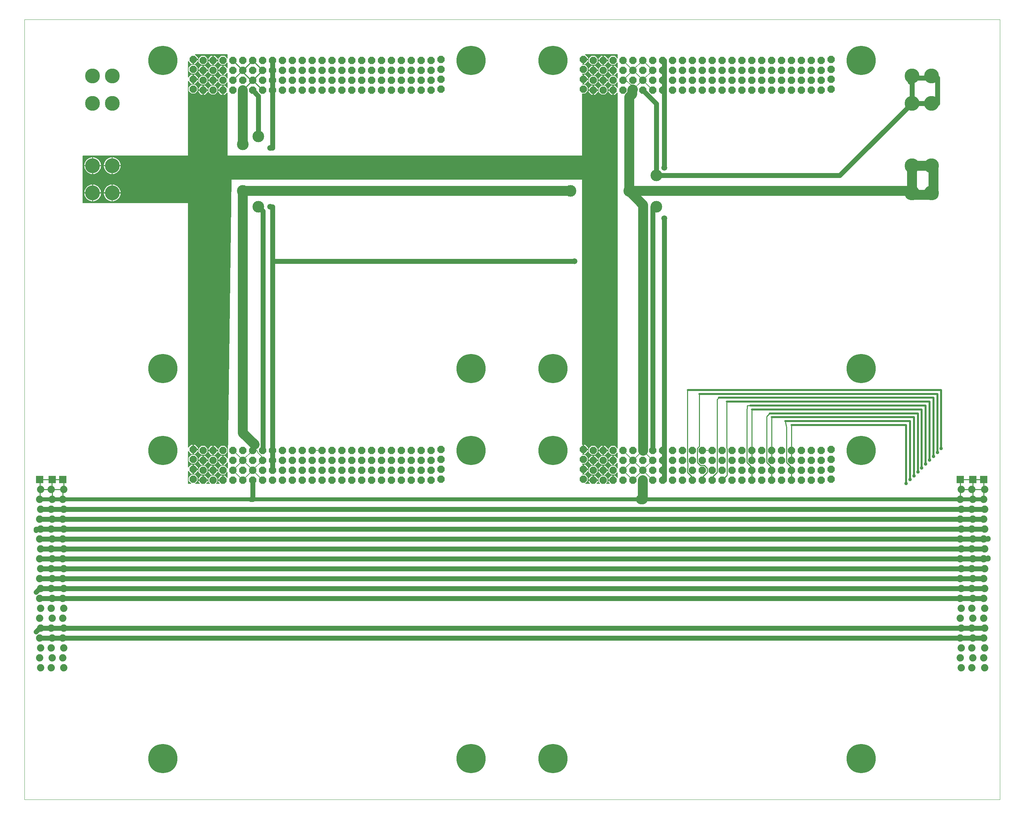
<source format=gtl>
G75*
%MOIN*%
%OFA0B0*%
%FSLAX25Y25*%
%IPPOS*%
%LPD*%
%AMOC8*
5,1,8,0,0,1.08239X$1,22.5*
%
%ADD10C,0.00000*%
%ADD11C,0.29528*%
%ADD12OC8,0.07400*%
%ADD13C,0.15000*%
%ADD14R,0.07400X0.07400*%
%ADD15C,0.07400*%
%ADD16C,0.00600*%
%ADD17C,0.03937*%
%ADD18C,0.01000*%
%ADD19C,0.10000*%
%ADD20C,0.05000*%
%ADD21C,0.11811*%
%ADD22C,0.05906*%
%ADD23C,0.00800*%
%ADD24C,0.02000*%
%ADD25C,0.03569*%
D10*
X0001000Y0002000D02*
X0001000Y0789402D01*
X0985252Y0789402D01*
X0985252Y0002000D01*
X0001000Y0002000D01*
D11*
X0140764Y0043339D03*
X0451787Y0043339D03*
X0534465Y0043339D03*
X0845488Y0043339D03*
X0845488Y0354362D03*
X0845488Y0437039D03*
X0534465Y0437039D03*
X0451787Y0437039D03*
X0451787Y0354362D03*
X0534465Y0354362D03*
X0140764Y0354362D03*
X0140764Y0437039D03*
X0140764Y0748063D03*
X0451787Y0748063D03*
X0534465Y0748063D03*
X0845488Y0748063D03*
D12*
X0814976Y0749063D03*
X0814976Y0739063D03*
X0814976Y0729063D03*
X0804976Y0728063D03*
X0794976Y0728063D03*
X0784976Y0728063D03*
X0774976Y0728063D03*
X0764976Y0728063D03*
X0754976Y0728063D03*
X0744976Y0728063D03*
X0734976Y0728063D03*
X0724976Y0728063D03*
X0714976Y0728063D03*
X0704976Y0728063D03*
X0694976Y0728063D03*
X0684976Y0728063D03*
X0674976Y0728063D03*
X0664976Y0728063D03*
X0654976Y0728063D03*
X0644976Y0728063D03*
X0634976Y0728063D03*
X0624976Y0728063D03*
X0614976Y0728063D03*
X0604976Y0728063D03*
X0594976Y0728063D03*
X0584976Y0728063D03*
X0574976Y0728063D03*
X0574976Y0738063D03*
X0574976Y0748063D03*
X0584976Y0748063D03*
X0584976Y0738063D03*
X0594976Y0738063D03*
X0594976Y0748063D03*
X0604976Y0748063D03*
X0604976Y0738063D03*
X0614976Y0738063D03*
X0614976Y0748063D03*
X0624976Y0748063D03*
X0624976Y0738063D03*
X0634976Y0738063D03*
X0634976Y0748063D03*
X0644976Y0748063D03*
X0644976Y0738063D03*
X0654976Y0738063D03*
X0654976Y0748063D03*
X0664976Y0748063D03*
X0664976Y0738063D03*
X0674976Y0738063D03*
X0674976Y0748063D03*
X0684976Y0748063D03*
X0684976Y0738063D03*
X0694976Y0738063D03*
X0694976Y0748063D03*
X0704976Y0748063D03*
X0704976Y0738063D03*
X0714976Y0738063D03*
X0714976Y0748063D03*
X0724976Y0748063D03*
X0724976Y0738063D03*
X0734976Y0738063D03*
X0734976Y0748063D03*
X0744976Y0748063D03*
X0744976Y0738063D03*
X0754976Y0738063D03*
X0754976Y0748063D03*
X0764976Y0748063D03*
X0764976Y0738063D03*
X0774976Y0738063D03*
X0774976Y0748063D03*
X0784976Y0748063D03*
X0784976Y0738063D03*
X0794976Y0738063D03*
X0794976Y0748063D03*
X0804976Y0748063D03*
X0804976Y0738063D03*
X0804976Y0718063D03*
X0794976Y0718063D03*
X0784976Y0718063D03*
X0774976Y0718063D03*
X0764976Y0718063D03*
X0754976Y0718063D03*
X0744976Y0718063D03*
X0734976Y0718063D03*
X0724976Y0718063D03*
X0714976Y0718063D03*
X0704976Y0718063D03*
X0694976Y0718063D03*
X0684976Y0718063D03*
X0674976Y0718063D03*
X0664976Y0718063D03*
X0654976Y0718063D03*
X0644976Y0718063D03*
X0634976Y0718063D03*
X0624976Y0718063D03*
X0614976Y0718063D03*
X0604976Y0718063D03*
X0594976Y0718063D03*
X0584976Y0718063D03*
X0574976Y0718063D03*
X0564976Y0719063D03*
X0564976Y0729063D03*
X0564976Y0739063D03*
X0564976Y0749063D03*
X0421276Y0749063D03*
X0421276Y0739063D03*
X0421276Y0729063D03*
X0411276Y0728063D03*
X0411276Y0738063D03*
X0411276Y0748063D03*
X0401276Y0748063D03*
X0401276Y0738063D03*
X0401276Y0728063D03*
X0391276Y0728063D03*
X0391276Y0738063D03*
X0391276Y0748063D03*
X0381276Y0748063D03*
X0381276Y0738063D03*
X0381276Y0728063D03*
X0371276Y0728063D03*
X0371276Y0738063D03*
X0371276Y0748063D03*
X0361276Y0748063D03*
X0361276Y0738063D03*
X0361276Y0728063D03*
X0351276Y0728063D03*
X0351276Y0738063D03*
X0351276Y0748063D03*
X0341276Y0748063D03*
X0341276Y0738063D03*
X0341276Y0728063D03*
X0331276Y0728063D03*
X0331276Y0738063D03*
X0331276Y0748063D03*
X0321276Y0748063D03*
X0321276Y0738063D03*
X0321276Y0728063D03*
X0311276Y0728063D03*
X0311276Y0738063D03*
X0311276Y0748063D03*
X0301276Y0748063D03*
X0301276Y0738063D03*
X0301276Y0728063D03*
X0291276Y0728063D03*
X0291276Y0738063D03*
X0291276Y0748063D03*
X0281276Y0748063D03*
X0281276Y0738063D03*
X0281276Y0728063D03*
X0271276Y0728063D03*
X0271276Y0738063D03*
X0271276Y0748063D03*
X0261276Y0748063D03*
X0261276Y0738063D03*
X0261276Y0728063D03*
X0251276Y0728063D03*
X0251276Y0738063D03*
X0251276Y0748063D03*
X0241276Y0748063D03*
X0241276Y0738063D03*
X0241276Y0728063D03*
X0231276Y0728063D03*
X0231276Y0738063D03*
X0231276Y0748063D03*
X0221276Y0748063D03*
X0221276Y0738063D03*
X0221276Y0728063D03*
X0211276Y0728063D03*
X0211276Y0738063D03*
X0211276Y0748063D03*
X0201276Y0748063D03*
X0201276Y0738063D03*
X0201276Y0728063D03*
X0191276Y0728063D03*
X0191276Y0738063D03*
X0191276Y0748063D03*
X0181276Y0748063D03*
X0181276Y0738063D03*
X0181276Y0728063D03*
X0171276Y0729063D03*
X0171276Y0739063D03*
X0171276Y0749063D03*
X0171276Y0719063D03*
X0181276Y0718063D03*
X0191276Y0718063D03*
X0201276Y0718063D03*
X0211276Y0718063D03*
X0221276Y0718063D03*
X0231276Y0718063D03*
X0241276Y0718063D03*
X0251276Y0718063D03*
X0261276Y0718063D03*
X0271276Y0718063D03*
X0281276Y0718063D03*
X0291276Y0718063D03*
X0301276Y0718063D03*
X0311276Y0718063D03*
X0321276Y0718063D03*
X0331276Y0718063D03*
X0341276Y0718063D03*
X0351276Y0718063D03*
X0361276Y0718063D03*
X0371276Y0718063D03*
X0381276Y0718063D03*
X0391276Y0718063D03*
X0401276Y0718063D03*
X0411276Y0718063D03*
X0421276Y0719063D03*
X0814976Y0719063D03*
X0814976Y0355362D03*
X0814976Y0345362D03*
X0814976Y0335362D03*
X0814976Y0325362D03*
X0804976Y0324362D03*
X0794976Y0324362D03*
X0784976Y0324362D03*
X0774976Y0324362D03*
X0764976Y0324362D03*
X0754976Y0324362D03*
X0744976Y0324362D03*
X0734976Y0324362D03*
X0724976Y0324362D03*
X0714976Y0324362D03*
X0704976Y0324362D03*
X0694976Y0324362D03*
X0684976Y0324362D03*
X0674976Y0324362D03*
X0664976Y0324362D03*
X0654976Y0324362D03*
X0644976Y0324362D03*
X0634976Y0324362D03*
X0624976Y0324362D03*
X0614976Y0324362D03*
X0604976Y0324362D03*
X0594976Y0324362D03*
X0584976Y0324362D03*
X0574976Y0324362D03*
X0574976Y0334362D03*
X0574976Y0344362D03*
X0574976Y0354362D03*
X0584976Y0354362D03*
X0584976Y0344362D03*
X0584976Y0334362D03*
X0594976Y0334362D03*
X0594976Y0344362D03*
X0594976Y0354362D03*
X0604976Y0354362D03*
X0604976Y0344362D03*
X0604976Y0334362D03*
X0614976Y0334362D03*
X0614976Y0344362D03*
X0614976Y0354362D03*
X0624976Y0354362D03*
X0624976Y0344362D03*
X0624976Y0334362D03*
X0634976Y0334362D03*
X0634976Y0344362D03*
X0634976Y0354362D03*
X0644976Y0354362D03*
X0644976Y0344362D03*
X0644976Y0334362D03*
X0654976Y0334362D03*
X0654976Y0344362D03*
X0654976Y0354362D03*
X0664976Y0354362D03*
X0664976Y0344362D03*
X0664976Y0334362D03*
X0674976Y0334362D03*
X0674976Y0344362D03*
X0674976Y0354362D03*
X0684976Y0354362D03*
X0684976Y0344362D03*
X0684976Y0334362D03*
X0694976Y0334362D03*
X0694976Y0344362D03*
X0694976Y0354362D03*
X0704976Y0354362D03*
X0704976Y0344362D03*
X0704976Y0334362D03*
X0714976Y0334362D03*
X0714976Y0344362D03*
X0714976Y0354362D03*
X0724976Y0354362D03*
X0724976Y0344362D03*
X0724976Y0334362D03*
X0734976Y0334362D03*
X0734976Y0344362D03*
X0734976Y0354362D03*
X0744976Y0354362D03*
X0744976Y0344362D03*
X0744976Y0334362D03*
X0754976Y0334362D03*
X0754976Y0344362D03*
X0754976Y0354362D03*
X0764976Y0354362D03*
X0764976Y0344362D03*
X0764976Y0334362D03*
X0774976Y0334362D03*
X0774976Y0344362D03*
X0774976Y0354362D03*
X0784976Y0354362D03*
X0784976Y0344362D03*
X0784976Y0334362D03*
X0794976Y0334362D03*
X0794976Y0344362D03*
X0794976Y0354362D03*
X0804976Y0354362D03*
X0804976Y0344362D03*
X0804976Y0334362D03*
X0564976Y0335362D03*
X0564976Y0325362D03*
X0564976Y0345362D03*
X0564976Y0355362D03*
X0421276Y0355362D03*
X0421276Y0345362D03*
X0421276Y0335362D03*
X0421276Y0325362D03*
X0411276Y0324362D03*
X0411276Y0334362D03*
X0411276Y0344362D03*
X0411276Y0354362D03*
X0401276Y0354362D03*
X0401276Y0344362D03*
X0401276Y0334362D03*
X0401276Y0324362D03*
X0391276Y0324362D03*
X0391276Y0334362D03*
X0391276Y0344362D03*
X0391276Y0354362D03*
X0381276Y0354362D03*
X0381276Y0344362D03*
X0381276Y0334362D03*
X0381276Y0324362D03*
X0371276Y0324362D03*
X0371276Y0334362D03*
X0371276Y0344362D03*
X0371276Y0354362D03*
X0361276Y0354362D03*
X0361276Y0344362D03*
X0361276Y0334362D03*
X0361276Y0324362D03*
X0351276Y0324362D03*
X0351276Y0334362D03*
X0351276Y0344362D03*
X0351276Y0354362D03*
X0341276Y0354362D03*
X0341276Y0344362D03*
X0341276Y0334362D03*
X0341276Y0324362D03*
X0331276Y0324362D03*
X0331276Y0334362D03*
X0331276Y0344362D03*
X0331276Y0354362D03*
X0321276Y0354362D03*
X0321276Y0344362D03*
X0321276Y0334362D03*
X0321276Y0324362D03*
X0311276Y0324362D03*
X0311276Y0334362D03*
X0311276Y0344362D03*
X0311276Y0354362D03*
X0301276Y0354362D03*
X0301276Y0344362D03*
X0301276Y0334362D03*
X0301276Y0324362D03*
X0291276Y0324362D03*
X0291276Y0334362D03*
X0291276Y0344362D03*
X0291276Y0354362D03*
X0281276Y0354362D03*
X0281276Y0344362D03*
X0281276Y0334362D03*
X0281276Y0324362D03*
X0271276Y0324362D03*
X0271276Y0334362D03*
X0271276Y0344362D03*
X0271276Y0354362D03*
X0261276Y0354362D03*
X0261276Y0344362D03*
X0261276Y0334362D03*
X0261276Y0324362D03*
X0251276Y0324362D03*
X0251276Y0334362D03*
X0251276Y0344362D03*
X0251276Y0354362D03*
X0241276Y0354362D03*
X0241276Y0344362D03*
X0241276Y0334362D03*
X0241276Y0324362D03*
X0231276Y0324362D03*
X0231276Y0334362D03*
X0231276Y0344362D03*
X0231276Y0354362D03*
X0221276Y0354362D03*
X0221276Y0344362D03*
X0221276Y0334362D03*
X0221276Y0324362D03*
X0211276Y0324362D03*
X0211276Y0334362D03*
X0211276Y0344362D03*
X0211276Y0354362D03*
X0201276Y0354362D03*
X0201276Y0344362D03*
X0201276Y0334362D03*
X0201276Y0324362D03*
X0191276Y0324362D03*
X0191276Y0334362D03*
X0191276Y0344362D03*
X0191276Y0354362D03*
X0181276Y0354362D03*
X0181276Y0344362D03*
X0181276Y0334362D03*
X0181276Y0324362D03*
X0171276Y0325362D03*
X0171276Y0335362D03*
X0171276Y0345362D03*
X0171276Y0355362D03*
D13*
X0089590Y0614184D03*
X0069890Y0614184D03*
X0069890Y0641784D03*
X0089590Y0641784D03*
X0089590Y0704735D03*
X0069890Y0704735D03*
X0069890Y0732335D03*
X0089590Y0732335D03*
X0896662Y0732335D03*
X0916362Y0732335D03*
X0916362Y0704735D03*
X0896662Y0704735D03*
X0896662Y0641784D03*
X0916362Y0641784D03*
X0916362Y0614184D03*
X0896662Y0614184D03*
D14*
X0945382Y0324835D03*
X0958193Y0324835D03*
X0969004Y0324835D03*
X0039870Y0324835D03*
X0029059Y0324835D03*
X0016248Y0324835D03*
D15*
X0017248Y0314835D03*
X0016248Y0304835D03*
X0017248Y0294835D03*
X0016248Y0284835D03*
X0029059Y0284835D03*
X0028059Y0294835D03*
X0029059Y0304835D03*
X0028059Y0314835D03*
X0040870Y0314835D03*
X0039870Y0304835D03*
X0040870Y0294835D03*
X0039870Y0284835D03*
X0040870Y0274835D03*
X0039870Y0264835D03*
X0040870Y0254835D03*
X0039870Y0244835D03*
X0040870Y0234835D03*
X0039870Y0224835D03*
X0040870Y0214835D03*
X0039870Y0204835D03*
X0040870Y0194835D03*
X0039870Y0184835D03*
X0040870Y0174835D03*
X0039870Y0164835D03*
X0040870Y0154835D03*
X0039870Y0144835D03*
X0040870Y0134835D03*
X0028059Y0134835D03*
X0029059Y0144835D03*
X0028059Y0154835D03*
X0029059Y0164835D03*
X0016248Y0164835D03*
X0017248Y0154835D03*
X0016248Y0144835D03*
X0017248Y0134835D03*
X0017248Y0174835D03*
X0016248Y0184835D03*
X0017248Y0194835D03*
X0016248Y0204835D03*
X0029059Y0204835D03*
X0028059Y0194835D03*
X0029059Y0184835D03*
X0028059Y0174835D03*
X0028059Y0214835D03*
X0029059Y0224835D03*
X0028059Y0234835D03*
X0029059Y0244835D03*
X0016248Y0244835D03*
X0017248Y0234835D03*
X0016248Y0224835D03*
X0017248Y0214835D03*
X0017248Y0254835D03*
X0016248Y0264835D03*
X0017248Y0274835D03*
X0028059Y0274835D03*
X0029059Y0264835D03*
X0028059Y0254835D03*
X0945382Y0264835D03*
X0946382Y0274835D03*
X0957193Y0274835D03*
X0958193Y0264835D03*
X0957193Y0254835D03*
X0946382Y0254835D03*
X0945382Y0244835D03*
X0946382Y0234835D03*
X0945382Y0224835D03*
X0946382Y0214835D03*
X0957193Y0214835D03*
X0958193Y0224835D03*
X0957193Y0234835D03*
X0958193Y0244835D03*
X0969004Y0244835D03*
X0970004Y0234835D03*
X0969004Y0224835D03*
X0970004Y0214835D03*
X0969004Y0204835D03*
X0970004Y0194835D03*
X0969004Y0184835D03*
X0970004Y0174835D03*
X0958193Y0184835D03*
X0957193Y0194835D03*
X0958193Y0204835D03*
X0945382Y0204835D03*
X0946382Y0194835D03*
X0945382Y0184835D03*
X0946382Y0174835D03*
X0957193Y0174835D03*
X0958193Y0164835D03*
X0957193Y0154835D03*
X0958193Y0144835D03*
X0957193Y0134835D03*
X0946382Y0134835D03*
X0945382Y0144835D03*
X0946382Y0154835D03*
X0945382Y0164835D03*
X0969004Y0164835D03*
X0970004Y0154835D03*
X0969004Y0144835D03*
X0970004Y0134835D03*
X0970004Y0254835D03*
X0969004Y0264835D03*
X0970004Y0274835D03*
X0969004Y0284835D03*
X0970004Y0294835D03*
X0969004Y0304835D03*
X0970004Y0314835D03*
X0958193Y0304835D03*
X0957193Y0314835D03*
X0946382Y0314835D03*
X0945382Y0304835D03*
X0946382Y0294835D03*
X0945382Y0284835D03*
X0957193Y0294835D03*
X0958193Y0284835D03*
D16*
X0599425Y0326984D02*
X0597047Y0329362D01*
X0595276Y0329362D01*
X0595276Y0324662D01*
X0594676Y0324662D01*
X0594676Y0324062D01*
X0589976Y0324062D01*
X0589976Y0322291D01*
X0591370Y0320898D01*
X0588300Y0320898D01*
X0589776Y0322374D01*
X0589776Y0326350D01*
X0586965Y0329162D01*
X0582988Y0329162D01*
X0580176Y0326350D01*
X0580176Y0322374D01*
X0581653Y0320898D01*
X0578583Y0320898D01*
X0579976Y0322291D01*
X0579976Y0324062D01*
X0575276Y0324062D01*
X0575276Y0324662D01*
X0574676Y0324662D01*
X0574676Y0324062D01*
X0569976Y0324062D01*
X0569976Y0322291D01*
X0571370Y0320898D01*
X0567300Y0320898D01*
X0569776Y0323374D01*
X0569776Y0327350D01*
X0566965Y0330162D01*
X0563992Y0330162D01*
X0563992Y0330362D01*
X0564676Y0330362D01*
X0564676Y0335062D01*
X0565276Y0335062D01*
X0565276Y0330362D01*
X0567047Y0330362D01*
X0569976Y0333291D01*
X0569976Y0335062D01*
X0565276Y0335062D01*
X0565276Y0335662D01*
X0564676Y0335662D01*
X0564676Y0340362D01*
X0563992Y0340362D01*
X0563992Y0340562D01*
X0566965Y0340562D01*
X0569776Y0343374D01*
X0569776Y0347350D01*
X0566965Y0350162D01*
X0563992Y0350162D01*
X0563992Y0350362D01*
X0564676Y0350362D01*
X0564676Y0355062D01*
X0565276Y0355062D01*
X0565276Y0350362D01*
X0567047Y0350362D01*
X0569976Y0353291D01*
X0569976Y0355062D01*
X0565276Y0355062D01*
X0565276Y0355662D01*
X0564676Y0355662D01*
X0564676Y0360362D01*
X0563992Y0360362D01*
X0563992Y0627984D01*
X0209661Y0627984D01*
X0206055Y0346654D01*
X0203347Y0349362D01*
X0201576Y0349362D01*
X0201576Y0344662D01*
X0200976Y0344662D01*
X0200976Y0349362D01*
X0199205Y0349362D01*
X0196276Y0346433D01*
X0196276Y0344662D01*
X0200976Y0344662D01*
X0200976Y0344062D01*
X0201576Y0344062D01*
X0201576Y0339362D01*
X0203347Y0339362D01*
X0205995Y0342011D01*
X0205924Y0336502D01*
X0203264Y0339162D01*
X0199287Y0339162D01*
X0196476Y0336350D01*
X0196476Y0332374D01*
X0199287Y0329562D01*
X0203264Y0329562D01*
X0205869Y0332167D01*
X0205801Y0326907D01*
X0203347Y0329362D01*
X0201576Y0329362D01*
X0201576Y0324662D01*
X0200976Y0324662D01*
X0200976Y0329362D01*
X0199205Y0329362D01*
X0196276Y0326433D01*
X0196276Y0324662D01*
X0200976Y0324662D01*
X0200976Y0324062D01*
X0196276Y0324062D01*
X0196276Y0322291D01*
X0197669Y0320898D01*
X0194599Y0320898D01*
X0196076Y0322374D01*
X0196076Y0326350D01*
X0193264Y0329162D01*
X0189287Y0329162D01*
X0186476Y0326350D01*
X0186476Y0322374D01*
X0187952Y0320898D01*
X0184882Y0320898D01*
X0186276Y0322291D01*
X0186276Y0324062D01*
X0181576Y0324062D01*
X0181576Y0324662D01*
X0186276Y0324662D01*
X0186276Y0326433D01*
X0183347Y0329362D01*
X0181576Y0329362D01*
X0181576Y0324662D01*
X0180976Y0324662D01*
X0180976Y0329362D01*
X0179205Y0329362D01*
X0176276Y0326433D01*
X0176276Y0324662D01*
X0180976Y0324662D01*
X0180976Y0324062D01*
X0176276Y0324062D01*
X0176276Y0322291D01*
X0177669Y0320898D01*
X0173599Y0320898D01*
X0176076Y0323374D01*
X0176076Y0327350D01*
X0173264Y0330162D01*
X0169287Y0330162D01*
X0166476Y0327350D01*
X0166476Y0323374D01*
X0168952Y0320898D01*
X0166354Y0320898D01*
X0166354Y0333212D01*
X0169205Y0330362D01*
X0170976Y0330362D01*
X0170976Y0335062D01*
X0171576Y0335062D01*
X0171576Y0335662D01*
X0176276Y0335662D01*
X0176276Y0337433D01*
X0173347Y0340362D01*
X0171576Y0340362D01*
X0171576Y0335662D01*
X0170976Y0335662D01*
X0170976Y0340362D01*
X0169205Y0340362D01*
X0166354Y0337512D01*
X0166354Y0353212D01*
X0169205Y0350362D01*
X0170976Y0350362D01*
X0170976Y0355062D01*
X0171576Y0355062D01*
X0171576Y0355662D01*
X0176276Y0355662D01*
X0176276Y0357433D01*
X0173347Y0360362D01*
X0171576Y0360362D01*
X0171576Y0355662D01*
X0170976Y0355662D01*
X0170976Y0360362D01*
X0169205Y0360362D01*
X0166354Y0357512D01*
X0166354Y0604362D01*
X0060055Y0604362D01*
X0060055Y0651606D01*
X0166354Y0651606D01*
X0166354Y0726913D01*
X0169205Y0724063D01*
X0170976Y0724063D01*
X0170976Y0728763D01*
X0171576Y0728763D01*
X0171576Y0729363D01*
X0176276Y0729363D01*
X0176276Y0731134D01*
X0173347Y0734063D01*
X0171576Y0734063D01*
X0171576Y0729363D01*
X0170976Y0729363D01*
X0170976Y0734063D01*
X0169205Y0734063D01*
X0166354Y0731213D01*
X0166354Y0746913D01*
X0169205Y0744063D01*
X0170976Y0744063D01*
X0170976Y0748763D01*
X0171576Y0748763D01*
X0171576Y0749363D01*
X0176276Y0749363D01*
X0176276Y0751134D01*
X0173441Y0753969D01*
X0205724Y0753969D01*
X0205724Y0750402D01*
X0203264Y0752863D01*
X0199287Y0752863D01*
X0196476Y0750051D01*
X0196476Y0746075D01*
X0199287Y0743263D01*
X0203264Y0743263D01*
X0205724Y0745724D01*
X0205724Y0740685D01*
X0203347Y0743063D01*
X0201576Y0743063D01*
X0201576Y0738363D01*
X0200976Y0738363D01*
X0200976Y0743063D01*
X0199205Y0743063D01*
X0196276Y0740134D01*
X0196276Y0738363D01*
X0200976Y0738363D01*
X0200976Y0737763D01*
X0201576Y0737763D01*
X0201576Y0733063D01*
X0203347Y0733063D01*
X0205724Y0735441D01*
X0205724Y0730402D01*
X0203264Y0732863D01*
X0199287Y0732863D01*
X0196476Y0730051D01*
X0196476Y0726075D01*
X0199287Y0723263D01*
X0203264Y0723263D01*
X0205724Y0725724D01*
X0205724Y0720685D01*
X0203347Y0723063D01*
X0201576Y0723063D01*
X0201576Y0718363D01*
X0200976Y0718363D01*
X0200976Y0723063D01*
X0199205Y0723063D01*
X0196276Y0720134D01*
X0196276Y0718363D01*
X0200976Y0718363D01*
X0200976Y0717763D01*
X0201576Y0717763D01*
X0201576Y0713063D01*
X0203347Y0713063D01*
X0205724Y0715441D01*
X0205724Y0651606D01*
X0563992Y0651606D01*
X0563992Y0714263D01*
X0566965Y0714263D01*
X0569776Y0717075D01*
X0569776Y0721051D01*
X0566965Y0723863D01*
X0563992Y0723863D01*
X0563992Y0724063D01*
X0564676Y0724063D01*
X0564676Y0728763D01*
X0565276Y0728763D01*
X0565276Y0724063D01*
X0567047Y0724063D01*
X0569976Y0726992D01*
X0569976Y0728763D01*
X0565276Y0728763D01*
X0565276Y0729363D01*
X0564676Y0729363D01*
X0564676Y0734063D01*
X0563992Y0734063D01*
X0563992Y0734263D01*
X0566965Y0734263D01*
X0569776Y0737075D01*
X0569776Y0741051D01*
X0566965Y0743863D01*
X0563992Y0743863D01*
X0563992Y0744063D01*
X0564676Y0744063D01*
X0564676Y0748763D01*
X0565276Y0748763D01*
X0565276Y0744063D01*
X0567047Y0744063D01*
X0569976Y0746992D01*
X0569976Y0748763D01*
X0565276Y0748763D01*
X0565276Y0749363D01*
X0569976Y0749363D01*
X0569976Y0751134D01*
X0567142Y0753969D01*
X0599425Y0753969D01*
X0599425Y0750402D01*
X0596965Y0752863D01*
X0592988Y0752863D01*
X0590176Y0750051D01*
X0590176Y0746075D01*
X0592988Y0743263D01*
X0596965Y0743263D01*
X0599425Y0745724D01*
X0599425Y0740685D01*
X0597047Y0743063D01*
X0595276Y0743063D01*
X0595276Y0738363D01*
X0594676Y0738363D01*
X0594676Y0737763D01*
X0589976Y0737763D01*
X0589976Y0735992D01*
X0592905Y0733063D01*
X0594676Y0733063D01*
X0594676Y0737763D01*
X0595276Y0737763D01*
X0595276Y0733063D01*
X0597047Y0733063D01*
X0599425Y0735441D01*
X0599425Y0730402D01*
X0596965Y0732863D01*
X0592988Y0732863D01*
X0590176Y0730051D01*
X0590176Y0726075D01*
X0592988Y0723263D01*
X0596965Y0723263D01*
X0599425Y0725724D01*
X0599425Y0720685D01*
X0597047Y0723063D01*
X0595276Y0723063D01*
X0595276Y0718363D01*
X0594676Y0718363D01*
X0594676Y0717763D01*
X0589976Y0717763D01*
X0589976Y0715992D01*
X0592905Y0713063D01*
X0594676Y0713063D01*
X0594676Y0717763D01*
X0595276Y0717763D01*
X0595276Y0713063D01*
X0597047Y0713063D01*
X0599425Y0715441D01*
X0599425Y0356702D01*
X0596965Y0359162D01*
X0592988Y0359162D01*
X0590176Y0356350D01*
X0590176Y0352374D01*
X0592988Y0349562D01*
X0596965Y0349562D01*
X0599425Y0352023D01*
X0599425Y0346984D01*
X0597047Y0349362D01*
X0595276Y0349362D01*
X0595276Y0344662D01*
X0594676Y0344662D01*
X0594676Y0344062D01*
X0589976Y0344062D01*
X0589976Y0342291D01*
X0592905Y0339362D01*
X0594676Y0339362D01*
X0594676Y0344062D01*
X0595276Y0344062D01*
X0595276Y0339362D01*
X0597047Y0339362D01*
X0599425Y0341740D01*
X0599425Y0336702D01*
X0596965Y0339162D01*
X0592988Y0339162D01*
X0590176Y0336350D01*
X0590176Y0332374D01*
X0592988Y0329562D01*
X0596965Y0329562D01*
X0599425Y0332023D01*
X0599425Y0326984D01*
X0599425Y0327470D02*
X0598939Y0327470D01*
X0599425Y0328069D02*
X0598341Y0328069D01*
X0597742Y0328668D02*
X0599425Y0328668D01*
X0599425Y0329266D02*
X0597144Y0329266D01*
X0597267Y0329865D02*
X0599425Y0329865D01*
X0599425Y0330463D02*
X0597865Y0330463D01*
X0598464Y0331062D02*
X0599425Y0331062D01*
X0599425Y0331660D02*
X0599062Y0331660D01*
X0595276Y0329266D02*
X0594676Y0329266D01*
X0594676Y0329362D02*
X0592905Y0329362D01*
X0589976Y0326433D01*
X0589976Y0324662D01*
X0594676Y0324662D01*
X0594676Y0329362D01*
X0594676Y0328668D02*
X0595276Y0328668D01*
X0595276Y0328069D02*
X0594676Y0328069D01*
X0594676Y0327470D02*
X0595276Y0327470D01*
X0595276Y0326872D02*
X0594676Y0326872D01*
X0594676Y0326273D02*
X0595276Y0326273D01*
X0595276Y0325675D02*
X0594676Y0325675D01*
X0594676Y0325076D02*
X0595276Y0325076D01*
X0594676Y0324478D02*
X0589776Y0324478D01*
X0589776Y0325076D02*
X0589976Y0325076D01*
X0589976Y0325675D02*
X0589776Y0325675D01*
X0589776Y0326273D02*
X0589976Y0326273D01*
X0590415Y0326872D02*
X0589255Y0326872D01*
X0588656Y0327470D02*
X0591014Y0327470D01*
X0591612Y0328069D02*
X0588058Y0328069D01*
X0587459Y0328668D02*
X0592211Y0328668D01*
X0592809Y0329266D02*
X0577144Y0329266D01*
X0577047Y0329362D02*
X0575276Y0329362D01*
X0575276Y0324662D01*
X0579976Y0324662D01*
X0579976Y0326433D01*
X0577047Y0329362D01*
X0576965Y0329562D02*
X0579776Y0332374D01*
X0579776Y0336350D01*
X0576965Y0339162D01*
X0572988Y0339162D01*
X0570176Y0336350D01*
X0570176Y0332374D01*
X0572988Y0329562D01*
X0576965Y0329562D01*
X0577267Y0329865D02*
X0582403Y0329865D01*
X0582905Y0329362D02*
X0579976Y0332291D01*
X0579976Y0334062D01*
X0584676Y0334062D01*
X0584676Y0334662D01*
X0579976Y0334662D01*
X0579976Y0336433D01*
X0582905Y0339362D01*
X0584676Y0339362D01*
X0584676Y0334662D01*
X0585276Y0334662D01*
X0585276Y0339362D01*
X0587047Y0339362D01*
X0589976Y0336433D01*
X0589976Y0334662D01*
X0585276Y0334662D01*
X0585276Y0334062D01*
X0585276Y0329362D01*
X0587047Y0329362D01*
X0589976Y0332291D01*
X0589976Y0334062D01*
X0585276Y0334062D01*
X0584676Y0334062D01*
X0584676Y0329362D01*
X0582905Y0329362D01*
X0582493Y0328668D02*
X0577742Y0328668D01*
X0578341Y0328069D02*
X0581895Y0328069D01*
X0581296Y0327470D02*
X0578939Y0327470D01*
X0579538Y0326872D02*
X0580698Y0326872D01*
X0580176Y0326273D02*
X0579976Y0326273D01*
X0579976Y0325675D02*
X0580176Y0325675D01*
X0580176Y0325076D02*
X0579976Y0325076D01*
X0580176Y0324478D02*
X0575276Y0324478D01*
X0575276Y0325076D02*
X0574676Y0325076D01*
X0574676Y0324662D02*
X0574676Y0329362D01*
X0572905Y0329362D01*
X0569976Y0326433D01*
X0569976Y0324662D01*
X0574676Y0324662D01*
X0574676Y0324478D02*
X0569776Y0324478D01*
X0569776Y0325076D02*
X0569976Y0325076D01*
X0569976Y0325675D02*
X0569776Y0325675D01*
X0569776Y0326273D02*
X0569976Y0326273D01*
X0569776Y0326872D02*
X0570415Y0326872D01*
X0571014Y0327470D02*
X0569656Y0327470D01*
X0569058Y0328069D02*
X0571612Y0328069D01*
X0572211Y0328668D02*
X0568459Y0328668D01*
X0567861Y0329266D02*
X0572809Y0329266D01*
X0572686Y0329865D02*
X0567262Y0329865D01*
X0567148Y0330463D02*
X0572087Y0330463D01*
X0571489Y0331062D02*
X0567747Y0331062D01*
X0568345Y0331660D02*
X0570890Y0331660D01*
X0570292Y0332259D02*
X0568944Y0332259D01*
X0569542Y0332857D02*
X0570176Y0332857D01*
X0570176Y0333456D02*
X0569976Y0333456D01*
X0569976Y0334054D02*
X0570176Y0334054D01*
X0570176Y0334653D02*
X0569976Y0334653D01*
X0570176Y0335251D02*
X0565276Y0335251D01*
X0565276Y0335662D02*
X0569976Y0335662D01*
X0569976Y0337433D01*
X0567047Y0340362D01*
X0565276Y0340362D01*
X0565276Y0335662D01*
X0565276Y0335850D02*
X0564676Y0335850D01*
X0564676Y0336448D02*
X0565276Y0336448D01*
X0565276Y0337047D02*
X0564676Y0337047D01*
X0564676Y0337645D02*
X0565276Y0337645D01*
X0565276Y0338244D02*
X0564676Y0338244D01*
X0564676Y0338842D02*
X0565276Y0338842D01*
X0565276Y0339441D02*
X0564676Y0339441D01*
X0564676Y0340039D02*
X0565276Y0340039D01*
X0567040Y0340638D02*
X0571630Y0340638D01*
X0571031Y0341236D02*
X0567639Y0341236D01*
X0568237Y0341835D02*
X0570433Y0341835D01*
X0569976Y0342291D02*
X0572905Y0339362D01*
X0574676Y0339362D01*
X0574676Y0344062D01*
X0569976Y0344062D01*
X0569976Y0342291D01*
X0569976Y0342433D02*
X0568836Y0342433D01*
X0569434Y0343032D02*
X0569976Y0343032D01*
X0569976Y0343630D02*
X0569776Y0343630D01*
X0569776Y0344229D02*
X0574676Y0344229D01*
X0574676Y0344062D02*
X0574676Y0344662D01*
X0569976Y0344662D01*
X0569976Y0346433D01*
X0572905Y0349362D01*
X0574676Y0349362D01*
X0574676Y0344662D01*
X0575276Y0344662D01*
X0575276Y0349362D01*
X0577047Y0349362D01*
X0579976Y0346433D01*
X0579976Y0344662D01*
X0575276Y0344662D01*
X0575276Y0344062D01*
X0575276Y0339362D01*
X0577047Y0339362D01*
X0579976Y0342291D01*
X0579976Y0344062D01*
X0575276Y0344062D01*
X0574676Y0344062D01*
X0574676Y0343630D02*
X0575276Y0343630D01*
X0575276Y0343032D02*
X0574676Y0343032D01*
X0574676Y0342433D02*
X0575276Y0342433D01*
X0575276Y0341835D02*
X0574676Y0341835D01*
X0574676Y0341236D02*
X0575276Y0341236D01*
X0575276Y0340638D02*
X0574676Y0340638D01*
X0574676Y0340039D02*
X0575276Y0340039D01*
X0575276Y0339441D02*
X0574676Y0339441D01*
X0572827Y0339441D02*
X0567969Y0339441D01*
X0567370Y0340039D02*
X0572228Y0340039D01*
X0572668Y0338842D02*
X0568567Y0338842D01*
X0569166Y0338244D02*
X0572070Y0338244D01*
X0571471Y0337645D02*
X0569764Y0337645D01*
X0569976Y0337047D02*
X0570873Y0337047D01*
X0570274Y0336448D02*
X0569976Y0336448D01*
X0569976Y0335850D02*
X0570176Y0335850D01*
X0565276Y0334653D02*
X0564676Y0334653D01*
X0564676Y0334054D02*
X0565276Y0334054D01*
X0565276Y0333456D02*
X0564676Y0333456D01*
X0564676Y0332857D02*
X0565276Y0332857D01*
X0565276Y0332259D02*
X0564676Y0332259D01*
X0564676Y0331660D02*
X0565276Y0331660D01*
X0565276Y0331062D02*
X0564676Y0331062D01*
X0564676Y0330463D02*
X0565276Y0330463D01*
X0569776Y0323879D02*
X0569976Y0323879D01*
X0569976Y0323281D02*
X0569683Y0323281D01*
X0569976Y0322682D02*
X0569085Y0322682D01*
X0568486Y0322084D02*
X0570184Y0322084D01*
X0570782Y0321485D02*
X0567888Y0321485D01*
X0574676Y0325675D02*
X0575276Y0325675D01*
X0575276Y0326273D02*
X0574676Y0326273D01*
X0574676Y0326872D02*
X0575276Y0326872D01*
X0575276Y0327470D02*
X0574676Y0327470D01*
X0574676Y0328069D02*
X0575276Y0328069D01*
X0575276Y0328668D02*
X0574676Y0328668D01*
X0574676Y0329266D02*
X0575276Y0329266D01*
X0577865Y0330463D02*
X0581804Y0330463D01*
X0581206Y0331062D02*
X0578464Y0331062D01*
X0579062Y0331660D02*
X0580607Y0331660D01*
X0580009Y0332259D02*
X0579661Y0332259D01*
X0579776Y0332857D02*
X0579976Y0332857D01*
X0579976Y0333456D02*
X0579776Y0333456D01*
X0579776Y0334054D02*
X0579976Y0334054D01*
X0579776Y0334653D02*
X0584676Y0334653D01*
X0584676Y0335251D02*
X0585276Y0335251D01*
X0585276Y0334653D02*
X0590176Y0334653D01*
X0590176Y0335251D02*
X0589976Y0335251D01*
X0589976Y0335850D02*
X0590176Y0335850D01*
X0590274Y0336448D02*
X0589961Y0336448D01*
X0589363Y0337047D02*
X0590873Y0337047D01*
X0591471Y0337645D02*
X0588764Y0337645D01*
X0588166Y0338244D02*
X0592070Y0338244D01*
X0592668Y0338842D02*
X0587567Y0338842D01*
X0586965Y0339562D02*
X0589776Y0342374D01*
X0589776Y0346350D01*
X0586965Y0349162D01*
X0582988Y0349162D01*
X0580176Y0346350D01*
X0580176Y0342374D01*
X0582988Y0339562D01*
X0586965Y0339562D01*
X0587442Y0340039D02*
X0592228Y0340039D01*
X0591630Y0340638D02*
X0588040Y0340638D01*
X0588639Y0341236D02*
X0591031Y0341236D01*
X0590433Y0341835D02*
X0589237Y0341835D01*
X0589776Y0342433D02*
X0589976Y0342433D01*
X0589976Y0343032D02*
X0589776Y0343032D01*
X0589776Y0343630D02*
X0589976Y0343630D01*
X0589776Y0344229D02*
X0594676Y0344229D01*
X0594676Y0344662D02*
X0589976Y0344662D01*
X0589976Y0346433D01*
X0592905Y0349362D01*
X0594676Y0349362D01*
X0594676Y0344662D01*
X0594676Y0344827D02*
X0595276Y0344827D01*
X0595276Y0345426D02*
X0594676Y0345426D01*
X0594676Y0346024D02*
X0595276Y0346024D01*
X0595276Y0346623D02*
X0594676Y0346623D01*
X0594676Y0347221D02*
X0595276Y0347221D01*
X0595276Y0347820D02*
X0594676Y0347820D01*
X0594676Y0348418D02*
X0595276Y0348418D01*
X0595276Y0349017D02*
X0594676Y0349017D01*
X0592935Y0349615D02*
X0587301Y0349615D01*
X0587047Y0349362D02*
X0589976Y0352291D01*
X0589976Y0354062D01*
X0585276Y0354062D01*
X0585276Y0349362D01*
X0587047Y0349362D01*
X0587110Y0349017D02*
X0592560Y0349017D01*
X0591962Y0348418D02*
X0587708Y0348418D01*
X0588307Y0347820D02*
X0591363Y0347820D01*
X0590764Y0347221D02*
X0588905Y0347221D01*
X0589504Y0346623D02*
X0590166Y0346623D01*
X0589976Y0346024D02*
X0589776Y0346024D01*
X0589776Y0345426D02*
X0589976Y0345426D01*
X0589976Y0344827D02*
X0589776Y0344827D01*
X0594676Y0343630D02*
X0595276Y0343630D01*
X0595276Y0343032D02*
X0594676Y0343032D01*
X0594676Y0342433D02*
X0595276Y0342433D01*
X0595276Y0341835D02*
X0594676Y0341835D01*
X0594676Y0341236D02*
X0595276Y0341236D01*
X0595276Y0340638D02*
X0594676Y0340638D01*
X0594676Y0340039D02*
X0595276Y0340039D01*
X0595276Y0339441D02*
X0594676Y0339441D01*
X0592827Y0339441D02*
X0577126Y0339441D01*
X0577285Y0338842D02*
X0582385Y0338842D01*
X0581787Y0338244D02*
X0577883Y0338244D01*
X0578482Y0337645D02*
X0581188Y0337645D01*
X0580590Y0337047D02*
X0579080Y0337047D01*
X0579679Y0336448D02*
X0579991Y0336448D01*
X0579976Y0335850D02*
X0579776Y0335850D01*
X0579776Y0335251D02*
X0579976Y0335251D01*
X0584676Y0335850D02*
X0585276Y0335850D01*
X0585276Y0336448D02*
X0584676Y0336448D01*
X0584676Y0337047D02*
X0585276Y0337047D01*
X0585276Y0337645D02*
X0584676Y0337645D01*
X0584676Y0338244D02*
X0585276Y0338244D01*
X0585276Y0338842D02*
X0584676Y0338842D01*
X0582511Y0340039D02*
X0577724Y0340039D01*
X0578323Y0340638D02*
X0581913Y0340638D01*
X0581314Y0341236D02*
X0578921Y0341236D01*
X0579520Y0341835D02*
X0580716Y0341835D01*
X0580176Y0342433D02*
X0579976Y0342433D01*
X0579976Y0343032D02*
X0580176Y0343032D01*
X0580176Y0343630D02*
X0579976Y0343630D01*
X0580176Y0344229D02*
X0575276Y0344229D01*
X0575276Y0344827D02*
X0574676Y0344827D01*
X0574676Y0345426D02*
X0575276Y0345426D01*
X0575276Y0346024D02*
X0574676Y0346024D01*
X0574676Y0346623D02*
X0575276Y0346623D01*
X0575276Y0347221D02*
X0574676Y0347221D01*
X0574676Y0347820D02*
X0575276Y0347820D01*
X0575276Y0348418D02*
X0574676Y0348418D01*
X0574676Y0349017D02*
X0575276Y0349017D01*
X0576965Y0349562D02*
X0579776Y0352374D01*
X0579776Y0356350D01*
X0576965Y0359162D01*
X0572988Y0359162D01*
X0570176Y0356350D01*
X0570176Y0352374D01*
X0572988Y0349562D01*
X0576965Y0349562D01*
X0577018Y0349615D02*
X0582652Y0349615D01*
X0582905Y0349362D02*
X0584676Y0349362D01*
X0584676Y0354062D01*
X0579976Y0354062D01*
X0579976Y0352291D01*
X0582905Y0349362D01*
X0582843Y0349017D02*
X0577393Y0349017D01*
X0577991Y0348418D02*
X0582244Y0348418D01*
X0581646Y0347820D02*
X0578590Y0347820D01*
X0579188Y0347221D02*
X0581047Y0347221D01*
X0580449Y0346623D02*
X0579787Y0346623D01*
X0579976Y0346024D02*
X0580176Y0346024D01*
X0580176Y0345426D02*
X0579976Y0345426D01*
X0579976Y0344827D02*
X0580176Y0344827D01*
X0582054Y0350214D02*
X0577616Y0350214D01*
X0578215Y0350812D02*
X0581455Y0350812D01*
X0580857Y0351411D02*
X0578813Y0351411D01*
X0579412Y0352009D02*
X0580258Y0352009D01*
X0579976Y0352608D02*
X0579776Y0352608D01*
X0579776Y0353206D02*
X0579976Y0353206D01*
X0579976Y0353805D02*
X0579776Y0353805D01*
X0579776Y0354404D02*
X0584676Y0354404D01*
X0584676Y0354662D02*
X0584676Y0354062D01*
X0585276Y0354062D01*
X0585276Y0354662D01*
X0584676Y0354662D01*
X0579976Y0354662D01*
X0579976Y0356433D01*
X0582905Y0359362D01*
X0584676Y0359362D01*
X0584676Y0354662D01*
X0584676Y0355002D02*
X0585276Y0355002D01*
X0585276Y0354662D02*
X0585276Y0359362D01*
X0587047Y0359362D01*
X0589976Y0356433D01*
X0589976Y0354662D01*
X0585276Y0354662D01*
X0585276Y0354404D02*
X0590176Y0354404D01*
X0590176Y0355002D02*
X0589976Y0355002D01*
X0589976Y0355601D02*
X0590176Y0355601D01*
X0590176Y0356199D02*
X0589976Y0356199D01*
X0589612Y0356798D02*
X0590624Y0356798D01*
X0591222Y0357396D02*
X0589014Y0357396D01*
X0588415Y0357995D02*
X0591821Y0357995D01*
X0592419Y0358593D02*
X0587817Y0358593D01*
X0587218Y0359192D02*
X0599425Y0359192D01*
X0599425Y0359790D02*
X0567620Y0359790D01*
X0567047Y0360362D02*
X0565276Y0360362D01*
X0565276Y0355662D01*
X0569976Y0355662D01*
X0569976Y0357433D01*
X0567047Y0360362D01*
X0568218Y0359192D02*
X0582735Y0359192D01*
X0582136Y0358593D02*
X0577534Y0358593D01*
X0578132Y0357995D02*
X0581538Y0357995D01*
X0580939Y0357396D02*
X0578731Y0357396D01*
X0579329Y0356798D02*
X0580341Y0356798D01*
X0579976Y0356199D02*
X0579776Y0356199D01*
X0579776Y0355601D02*
X0579976Y0355601D01*
X0579976Y0355002D02*
X0579776Y0355002D01*
X0584676Y0355601D02*
X0585276Y0355601D01*
X0585276Y0356199D02*
X0584676Y0356199D01*
X0584676Y0356798D02*
X0585276Y0356798D01*
X0585276Y0357396D02*
X0584676Y0357396D01*
X0584676Y0357995D02*
X0585276Y0357995D01*
X0585276Y0358593D02*
X0584676Y0358593D01*
X0584676Y0359192D02*
X0585276Y0359192D01*
X0585276Y0353805D02*
X0584676Y0353805D01*
X0584676Y0353206D02*
X0585276Y0353206D01*
X0585276Y0352608D02*
X0584676Y0352608D01*
X0584676Y0352009D02*
X0585276Y0352009D01*
X0585276Y0351411D02*
X0584676Y0351411D01*
X0584676Y0350812D02*
X0585276Y0350812D01*
X0585276Y0350214D02*
X0584676Y0350214D01*
X0584676Y0349615D02*
X0585276Y0349615D01*
X0587899Y0350214D02*
X0592336Y0350214D01*
X0591738Y0350812D02*
X0588498Y0350812D01*
X0589096Y0351411D02*
X0591139Y0351411D01*
X0590541Y0352009D02*
X0589695Y0352009D01*
X0589976Y0352608D02*
X0590176Y0352608D01*
X0590176Y0353206D02*
X0589976Y0353206D01*
X0589976Y0353805D02*
X0590176Y0353805D01*
X0597018Y0349615D02*
X0599425Y0349615D01*
X0599425Y0349017D02*
X0597393Y0349017D01*
X0597991Y0348418D02*
X0599425Y0348418D01*
X0599425Y0347820D02*
X0598590Y0347820D01*
X0599188Y0347221D02*
X0599425Y0347221D01*
X0599425Y0350214D02*
X0597616Y0350214D01*
X0598215Y0350812D02*
X0599425Y0350812D01*
X0599425Y0351411D02*
X0598813Y0351411D01*
X0599412Y0352009D02*
X0599425Y0352009D01*
X0599329Y0356798D02*
X0599425Y0356798D01*
X0599425Y0357396D02*
X0598731Y0357396D01*
X0598132Y0357995D02*
X0599425Y0357995D01*
X0599425Y0358593D02*
X0597534Y0358593D01*
X0599425Y0360389D02*
X0563992Y0360389D01*
X0563992Y0360987D02*
X0599425Y0360987D01*
X0599425Y0361586D02*
X0563992Y0361586D01*
X0563992Y0362184D02*
X0599425Y0362184D01*
X0599425Y0362783D02*
X0563992Y0362783D01*
X0563992Y0363381D02*
X0599425Y0363381D01*
X0599425Y0363980D02*
X0563992Y0363980D01*
X0563992Y0364578D02*
X0599425Y0364578D01*
X0599425Y0365177D02*
X0563992Y0365177D01*
X0563992Y0365775D02*
X0599425Y0365775D01*
X0599425Y0366374D02*
X0563992Y0366374D01*
X0563992Y0366972D02*
X0599425Y0366972D01*
X0599425Y0367571D02*
X0563992Y0367571D01*
X0563992Y0368169D02*
X0599425Y0368169D01*
X0599425Y0368768D02*
X0563992Y0368768D01*
X0563992Y0369366D02*
X0599425Y0369366D01*
X0599425Y0369965D02*
X0563992Y0369965D01*
X0563992Y0370563D02*
X0599425Y0370563D01*
X0599425Y0371162D02*
X0563992Y0371162D01*
X0563992Y0371760D02*
X0599425Y0371760D01*
X0599425Y0372359D02*
X0563992Y0372359D01*
X0563992Y0372957D02*
X0599425Y0372957D01*
X0599425Y0373556D02*
X0563992Y0373556D01*
X0563992Y0374154D02*
X0599425Y0374154D01*
X0599425Y0374753D02*
X0563992Y0374753D01*
X0563992Y0375351D02*
X0599425Y0375351D01*
X0599425Y0375950D02*
X0563992Y0375950D01*
X0563992Y0376548D02*
X0599425Y0376548D01*
X0599425Y0377147D02*
X0563992Y0377147D01*
X0563992Y0377745D02*
X0599425Y0377745D01*
X0599425Y0378344D02*
X0563992Y0378344D01*
X0563992Y0378942D02*
X0599425Y0378942D01*
X0599425Y0379541D02*
X0563992Y0379541D01*
X0563992Y0380139D02*
X0599425Y0380139D01*
X0599425Y0380738D02*
X0563992Y0380738D01*
X0563992Y0381337D02*
X0599425Y0381337D01*
X0599425Y0381935D02*
X0563992Y0381935D01*
X0563992Y0382534D02*
X0599425Y0382534D01*
X0599425Y0383132D02*
X0563992Y0383132D01*
X0563992Y0383731D02*
X0599425Y0383731D01*
X0599425Y0384329D02*
X0563992Y0384329D01*
X0563992Y0384928D02*
X0599425Y0384928D01*
X0599425Y0385526D02*
X0563992Y0385526D01*
X0563992Y0386125D02*
X0599425Y0386125D01*
X0599425Y0386723D02*
X0563992Y0386723D01*
X0563992Y0387322D02*
X0599425Y0387322D01*
X0599425Y0387920D02*
X0563992Y0387920D01*
X0563992Y0388519D02*
X0599425Y0388519D01*
X0599425Y0389117D02*
X0563992Y0389117D01*
X0563992Y0389716D02*
X0599425Y0389716D01*
X0599425Y0390314D02*
X0563992Y0390314D01*
X0563992Y0390913D02*
X0599425Y0390913D01*
X0599425Y0391511D02*
X0563992Y0391511D01*
X0563992Y0392110D02*
X0599425Y0392110D01*
X0599425Y0392708D02*
X0563992Y0392708D01*
X0563992Y0393307D02*
X0599425Y0393307D01*
X0599425Y0393905D02*
X0563992Y0393905D01*
X0563992Y0394504D02*
X0599425Y0394504D01*
X0599425Y0395102D02*
X0563992Y0395102D01*
X0563992Y0395701D02*
X0599425Y0395701D01*
X0599425Y0396299D02*
X0563992Y0396299D01*
X0563992Y0396898D02*
X0599425Y0396898D01*
X0599425Y0397496D02*
X0563992Y0397496D01*
X0563992Y0398095D02*
X0599425Y0398095D01*
X0599425Y0398693D02*
X0563992Y0398693D01*
X0563992Y0399292D02*
X0599425Y0399292D01*
X0599425Y0399890D02*
X0563992Y0399890D01*
X0563992Y0400489D02*
X0599425Y0400489D01*
X0599425Y0401087D02*
X0563992Y0401087D01*
X0563992Y0401686D02*
X0599425Y0401686D01*
X0599425Y0402284D02*
X0563992Y0402284D01*
X0563992Y0402883D02*
X0599425Y0402883D01*
X0599425Y0403481D02*
X0563992Y0403481D01*
X0563992Y0404080D02*
X0599425Y0404080D01*
X0599425Y0404678D02*
X0563992Y0404678D01*
X0563992Y0405277D02*
X0599425Y0405277D01*
X0599425Y0405875D02*
X0563992Y0405875D01*
X0563992Y0406474D02*
X0599425Y0406474D01*
X0599425Y0407073D02*
X0563992Y0407073D01*
X0563992Y0407671D02*
X0599425Y0407671D01*
X0599425Y0408270D02*
X0563992Y0408270D01*
X0563992Y0408868D02*
X0599425Y0408868D01*
X0599425Y0409467D02*
X0563992Y0409467D01*
X0563992Y0410065D02*
X0599425Y0410065D01*
X0599425Y0410664D02*
X0563992Y0410664D01*
X0563992Y0411262D02*
X0599425Y0411262D01*
X0599425Y0411861D02*
X0563992Y0411861D01*
X0563992Y0412459D02*
X0599425Y0412459D01*
X0599425Y0413058D02*
X0563992Y0413058D01*
X0563992Y0413656D02*
X0599425Y0413656D01*
X0599425Y0414255D02*
X0563992Y0414255D01*
X0563992Y0414853D02*
X0599425Y0414853D01*
X0599425Y0415452D02*
X0563992Y0415452D01*
X0563992Y0416050D02*
X0599425Y0416050D01*
X0599425Y0416649D02*
X0563992Y0416649D01*
X0563992Y0417247D02*
X0599425Y0417247D01*
X0599425Y0417846D02*
X0563992Y0417846D01*
X0563992Y0418444D02*
X0599425Y0418444D01*
X0599425Y0419043D02*
X0563992Y0419043D01*
X0563992Y0419641D02*
X0599425Y0419641D01*
X0599425Y0420240D02*
X0563992Y0420240D01*
X0563992Y0420838D02*
X0599425Y0420838D01*
X0599425Y0421437D02*
X0563992Y0421437D01*
X0563992Y0422035D02*
X0599425Y0422035D01*
X0599425Y0422634D02*
X0563992Y0422634D01*
X0563992Y0423232D02*
X0599425Y0423232D01*
X0599425Y0423831D02*
X0563992Y0423831D01*
X0563992Y0424429D02*
X0599425Y0424429D01*
X0599425Y0425028D02*
X0563992Y0425028D01*
X0563992Y0425626D02*
X0599425Y0425626D01*
X0599425Y0426225D02*
X0563992Y0426225D01*
X0563992Y0426823D02*
X0599425Y0426823D01*
X0599425Y0427422D02*
X0563992Y0427422D01*
X0563992Y0428020D02*
X0599425Y0428020D01*
X0599425Y0428619D02*
X0563992Y0428619D01*
X0563992Y0429217D02*
X0599425Y0429217D01*
X0599425Y0429816D02*
X0563992Y0429816D01*
X0563992Y0430414D02*
X0599425Y0430414D01*
X0599425Y0431013D02*
X0563992Y0431013D01*
X0563992Y0431611D02*
X0599425Y0431611D01*
X0599425Y0432210D02*
X0563992Y0432210D01*
X0563992Y0432808D02*
X0599425Y0432808D01*
X0599425Y0433407D02*
X0563992Y0433407D01*
X0563992Y0434006D02*
X0599425Y0434006D01*
X0599425Y0434604D02*
X0563992Y0434604D01*
X0563992Y0435203D02*
X0599425Y0435203D01*
X0599425Y0435801D02*
X0563992Y0435801D01*
X0563992Y0436400D02*
X0599425Y0436400D01*
X0599425Y0436998D02*
X0563992Y0436998D01*
X0563992Y0437597D02*
X0599425Y0437597D01*
X0599425Y0438195D02*
X0563992Y0438195D01*
X0563992Y0438794D02*
X0599425Y0438794D01*
X0599425Y0439392D02*
X0563992Y0439392D01*
X0563992Y0439991D02*
X0599425Y0439991D01*
X0599425Y0440589D02*
X0563992Y0440589D01*
X0563992Y0441188D02*
X0599425Y0441188D01*
X0599425Y0441786D02*
X0563992Y0441786D01*
X0563992Y0442385D02*
X0599425Y0442385D01*
X0599425Y0442983D02*
X0563992Y0442983D01*
X0563992Y0443582D02*
X0599425Y0443582D01*
X0599425Y0444180D02*
X0563992Y0444180D01*
X0563992Y0444779D02*
X0599425Y0444779D01*
X0599425Y0445377D02*
X0563992Y0445377D01*
X0563992Y0445976D02*
X0599425Y0445976D01*
X0599425Y0446574D02*
X0563992Y0446574D01*
X0563992Y0447173D02*
X0599425Y0447173D01*
X0599425Y0447771D02*
X0563992Y0447771D01*
X0563992Y0448370D02*
X0599425Y0448370D01*
X0599425Y0448968D02*
X0563992Y0448968D01*
X0563992Y0449567D02*
X0599425Y0449567D01*
X0599425Y0450165D02*
X0563992Y0450165D01*
X0563992Y0450764D02*
X0599425Y0450764D01*
X0599425Y0451362D02*
X0563992Y0451362D01*
X0563992Y0451961D02*
X0599425Y0451961D01*
X0599425Y0452559D02*
X0563992Y0452559D01*
X0563992Y0453158D02*
X0599425Y0453158D01*
X0599425Y0453756D02*
X0563992Y0453756D01*
X0563992Y0454355D02*
X0599425Y0454355D01*
X0599425Y0454953D02*
X0563992Y0454953D01*
X0563992Y0455552D02*
X0599425Y0455552D01*
X0599425Y0456150D02*
X0563992Y0456150D01*
X0563992Y0456749D02*
X0599425Y0456749D01*
X0599425Y0457347D02*
X0563992Y0457347D01*
X0563992Y0457946D02*
X0599425Y0457946D01*
X0599425Y0458544D02*
X0563992Y0458544D01*
X0563992Y0459143D02*
X0599425Y0459143D01*
X0599425Y0459741D02*
X0563992Y0459741D01*
X0563992Y0460340D02*
X0599425Y0460340D01*
X0599425Y0460939D02*
X0563992Y0460939D01*
X0563992Y0461537D02*
X0599425Y0461537D01*
X0599425Y0462136D02*
X0563992Y0462136D01*
X0563992Y0462734D02*
X0599425Y0462734D01*
X0599425Y0463333D02*
X0563992Y0463333D01*
X0563992Y0463931D02*
X0599425Y0463931D01*
X0599425Y0464530D02*
X0563992Y0464530D01*
X0563992Y0465128D02*
X0599425Y0465128D01*
X0599425Y0465727D02*
X0563992Y0465727D01*
X0563992Y0466325D02*
X0599425Y0466325D01*
X0599425Y0466924D02*
X0563992Y0466924D01*
X0563992Y0467522D02*
X0599425Y0467522D01*
X0599425Y0468121D02*
X0563992Y0468121D01*
X0563992Y0468719D02*
X0599425Y0468719D01*
X0599425Y0469318D02*
X0563992Y0469318D01*
X0563992Y0469916D02*
X0599425Y0469916D01*
X0599425Y0470515D02*
X0563992Y0470515D01*
X0563992Y0471113D02*
X0599425Y0471113D01*
X0599425Y0471712D02*
X0563992Y0471712D01*
X0563992Y0472310D02*
X0599425Y0472310D01*
X0599425Y0472909D02*
X0563992Y0472909D01*
X0563992Y0473507D02*
X0599425Y0473507D01*
X0599425Y0474106D02*
X0563992Y0474106D01*
X0563992Y0474704D02*
X0599425Y0474704D01*
X0599425Y0475303D02*
X0563992Y0475303D01*
X0563992Y0475901D02*
X0599425Y0475901D01*
X0599425Y0476500D02*
X0563992Y0476500D01*
X0563992Y0477098D02*
X0599425Y0477098D01*
X0599425Y0477697D02*
X0563992Y0477697D01*
X0563992Y0478295D02*
X0599425Y0478295D01*
X0599425Y0478894D02*
X0563992Y0478894D01*
X0563992Y0479492D02*
X0599425Y0479492D01*
X0599425Y0480091D02*
X0563992Y0480091D01*
X0563992Y0480689D02*
X0599425Y0480689D01*
X0599425Y0481288D02*
X0563992Y0481288D01*
X0563992Y0481886D02*
X0599425Y0481886D01*
X0599425Y0482485D02*
X0563992Y0482485D01*
X0563992Y0483083D02*
X0599425Y0483083D01*
X0599425Y0483682D02*
X0563992Y0483682D01*
X0563992Y0484280D02*
X0599425Y0484280D01*
X0599425Y0484879D02*
X0563992Y0484879D01*
X0563992Y0485477D02*
X0599425Y0485477D01*
X0599425Y0486076D02*
X0563992Y0486076D01*
X0563992Y0486675D02*
X0599425Y0486675D01*
X0599425Y0487273D02*
X0563992Y0487273D01*
X0563992Y0487872D02*
X0599425Y0487872D01*
X0599425Y0488470D02*
X0563992Y0488470D01*
X0563992Y0489069D02*
X0599425Y0489069D01*
X0599425Y0489667D02*
X0563992Y0489667D01*
X0563992Y0490266D02*
X0599425Y0490266D01*
X0599425Y0490864D02*
X0563992Y0490864D01*
X0563992Y0491463D02*
X0599425Y0491463D01*
X0599425Y0492061D02*
X0563992Y0492061D01*
X0563992Y0492660D02*
X0599425Y0492660D01*
X0599425Y0493258D02*
X0563992Y0493258D01*
X0563992Y0493857D02*
X0599425Y0493857D01*
X0599425Y0494455D02*
X0563992Y0494455D01*
X0563992Y0495054D02*
X0599425Y0495054D01*
X0599425Y0495652D02*
X0563992Y0495652D01*
X0563992Y0496251D02*
X0599425Y0496251D01*
X0599425Y0496849D02*
X0563992Y0496849D01*
X0563992Y0497448D02*
X0599425Y0497448D01*
X0599425Y0498046D02*
X0563992Y0498046D01*
X0563992Y0498645D02*
X0599425Y0498645D01*
X0599425Y0499243D02*
X0563992Y0499243D01*
X0563992Y0499842D02*
X0599425Y0499842D01*
X0599425Y0500440D02*
X0563992Y0500440D01*
X0563992Y0501039D02*
X0599425Y0501039D01*
X0599425Y0501637D02*
X0563992Y0501637D01*
X0563992Y0502236D02*
X0599425Y0502236D01*
X0599425Y0502834D02*
X0563992Y0502834D01*
X0563992Y0503433D02*
X0599425Y0503433D01*
X0599425Y0504031D02*
X0563992Y0504031D01*
X0563992Y0504630D02*
X0599425Y0504630D01*
X0599425Y0505228D02*
X0563992Y0505228D01*
X0563992Y0505827D02*
X0599425Y0505827D01*
X0599425Y0506425D02*
X0563992Y0506425D01*
X0563992Y0507024D02*
X0599425Y0507024D01*
X0599425Y0507622D02*
X0563992Y0507622D01*
X0563992Y0508221D02*
X0599425Y0508221D01*
X0599425Y0508819D02*
X0563992Y0508819D01*
X0563992Y0509418D02*
X0599425Y0509418D01*
X0599425Y0510016D02*
X0563992Y0510016D01*
X0563992Y0510615D02*
X0599425Y0510615D01*
X0599425Y0511213D02*
X0563992Y0511213D01*
X0563992Y0511812D02*
X0599425Y0511812D01*
X0599425Y0512410D02*
X0563992Y0512410D01*
X0563992Y0513009D02*
X0599425Y0513009D01*
X0599425Y0513608D02*
X0563992Y0513608D01*
X0563992Y0514206D02*
X0599425Y0514206D01*
X0599425Y0514805D02*
X0563992Y0514805D01*
X0563992Y0515403D02*
X0599425Y0515403D01*
X0599425Y0516002D02*
X0563992Y0516002D01*
X0563992Y0516600D02*
X0599425Y0516600D01*
X0599425Y0517199D02*
X0563992Y0517199D01*
X0563992Y0517797D02*
X0599425Y0517797D01*
X0599425Y0518396D02*
X0563992Y0518396D01*
X0563992Y0518994D02*
X0599425Y0518994D01*
X0599425Y0519593D02*
X0563992Y0519593D01*
X0563992Y0520191D02*
X0599425Y0520191D01*
X0599425Y0520790D02*
X0563992Y0520790D01*
X0563992Y0521388D02*
X0599425Y0521388D01*
X0599425Y0521987D02*
X0563992Y0521987D01*
X0563992Y0522585D02*
X0599425Y0522585D01*
X0599425Y0523184D02*
X0563992Y0523184D01*
X0563992Y0523782D02*
X0599425Y0523782D01*
X0599425Y0524381D02*
X0563992Y0524381D01*
X0563992Y0524979D02*
X0599425Y0524979D01*
X0599425Y0525578D02*
X0563992Y0525578D01*
X0563992Y0526176D02*
X0599425Y0526176D01*
X0599425Y0526775D02*
X0563992Y0526775D01*
X0563992Y0527373D02*
X0599425Y0527373D01*
X0599425Y0527972D02*
X0563992Y0527972D01*
X0563992Y0528570D02*
X0599425Y0528570D01*
X0599425Y0529169D02*
X0563992Y0529169D01*
X0563992Y0529767D02*
X0599425Y0529767D01*
X0599425Y0530366D02*
X0563992Y0530366D01*
X0563992Y0530964D02*
X0599425Y0530964D01*
X0599425Y0531563D02*
X0563992Y0531563D01*
X0563992Y0532161D02*
X0599425Y0532161D01*
X0599425Y0532760D02*
X0563992Y0532760D01*
X0563992Y0533358D02*
X0599425Y0533358D01*
X0599425Y0533957D02*
X0563992Y0533957D01*
X0563992Y0534555D02*
X0599425Y0534555D01*
X0599425Y0535154D02*
X0563992Y0535154D01*
X0563992Y0535752D02*
X0599425Y0535752D01*
X0599425Y0536351D02*
X0563992Y0536351D01*
X0563992Y0536949D02*
X0599425Y0536949D01*
X0599425Y0537548D02*
X0563992Y0537548D01*
X0563992Y0538146D02*
X0599425Y0538146D01*
X0599425Y0538745D02*
X0563992Y0538745D01*
X0563992Y0539344D02*
X0599425Y0539344D01*
X0599425Y0539942D02*
X0563992Y0539942D01*
X0563992Y0540541D02*
X0599425Y0540541D01*
X0599425Y0541139D02*
X0563992Y0541139D01*
X0563992Y0541738D02*
X0599425Y0541738D01*
X0599425Y0542336D02*
X0563992Y0542336D01*
X0563992Y0542935D02*
X0599425Y0542935D01*
X0599425Y0543533D02*
X0563992Y0543533D01*
X0563992Y0544132D02*
X0599425Y0544132D01*
X0599425Y0544730D02*
X0563992Y0544730D01*
X0563992Y0545329D02*
X0599425Y0545329D01*
X0599425Y0545927D02*
X0563992Y0545927D01*
X0563992Y0546526D02*
X0599425Y0546526D01*
X0599425Y0547124D02*
X0563992Y0547124D01*
X0563992Y0547723D02*
X0599425Y0547723D01*
X0599425Y0548321D02*
X0563992Y0548321D01*
X0563992Y0548920D02*
X0599425Y0548920D01*
X0599425Y0549518D02*
X0563992Y0549518D01*
X0563992Y0550117D02*
X0599425Y0550117D01*
X0599425Y0550715D02*
X0563992Y0550715D01*
X0563992Y0551314D02*
X0599425Y0551314D01*
X0599425Y0551912D02*
X0563992Y0551912D01*
X0563992Y0552511D02*
X0599425Y0552511D01*
X0599425Y0553109D02*
X0563992Y0553109D01*
X0563992Y0553708D02*
X0599425Y0553708D01*
X0599425Y0554306D02*
X0563992Y0554306D01*
X0563992Y0554905D02*
X0599425Y0554905D01*
X0599425Y0555503D02*
X0563992Y0555503D01*
X0563992Y0556102D02*
X0599425Y0556102D01*
X0599425Y0556700D02*
X0563992Y0556700D01*
X0563992Y0557299D02*
X0599425Y0557299D01*
X0599425Y0557897D02*
X0563992Y0557897D01*
X0563992Y0558496D02*
X0599425Y0558496D01*
X0599425Y0559094D02*
X0563992Y0559094D01*
X0563992Y0559693D02*
X0599425Y0559693D01*
X0599425Y0560291D02*
X0563992Y0560291D01*
X0563992Y0560890D02*
X0599425Y0560890D01*
X0599425Y0561488D02*
X0563992Y0561488D01*
X0563992Y0562087D02*
X0599425Y0562087D01*
X0599425Y0562685D02*
X0563992Y0562685D01*
X0563992Y0563284D02*
X0599425Y0563284D01*
X0599425Y0563882D02*
X0563992Y0563882D01*
X0563992Y0564481D02*
X0599425Y0564481D01*
X0599425Y0565079D02*
X0563992Y0565079D01*
X0563992Y0565678D02*
X0599425Y0565678D01*
X0599425Y0566277D02*
X0563992Y0566277D01*
X0563992Y0566875D02*
X0599425Y0566875D01*
X0599425Y0567474D02*
X0563992Y0567474D01*
X0563992Y0568072D02*
X0599425Y0568072D01*
X0599425Y0568671D02*
X0563992Y0568671D01*
X0563992Y0569269D02*
X0599425Y0569269D01*
X0599425Y0569868D02*
X0563992Y0569868D01*
X0563992Y0570466D02*
X0599425Y0570466D01*
X0599425Y0571065D02*
X0563992Y0571065D01*
X0563992Y0571663D02*
X0599425Y0571663D01*
X0599425Y0572262D02*
X0563992Y0572262D01*
X0563992Y0572860D02*
X0599425Y0572860D01*
X0599425Y0573459D02*
X0563992Y0573459D01*
X0563992Y0574057D02*
X0599425Y0574057D01*
X0599425Y0574656D02*
X0563992Y0574656D01*
X0563992Y0575254D02*
X0599425Y0575254D01*
X0599425Y0575853D02*
X0563992Y0575853D01*
X0563992Y0576451D02*
X0599425Y0576451D01*
X0599425Y0577050D02*
X0563992Y0577050D01*
X0563992Y0577648D02*
X0599425Y0577648D01*
X0599425Y0578247D02*
X0563992Y0578247D01*
X0563992Y0578845D02*
X0599425Y0578845D01*
X0599425Y0579444D02*
X0563992Y0579444D01*
X0563992Y0580042D02*
X0599425Y0580042D01*
X0599425Y0580641D02*
X0563992Y0580641D01*
X0563992Y0581239D02*
X0599425Y0581239D01*
X0599425Y0581838D02*
X0563992Y0581838D01*
X0563992Y0582436D02*
X0599425Y0582436D01*
X0599425Y0583035D02*
X0563992Y0583035D01*
X0563992Y0583633D02*
X0599425Y0583633D01*
X0599425Y0584232D02*
X0563992Y0584232D01*
X0563992Y0584830D02*
X0599425Y0584830D01*
X0599425Y0585429D02*
X0563992Y0585429D01*
X0563992Y0586027D02*
X0599425Y0586027D01*
X0599425Y0586626D02*
X0563992Y0586626D01*
X0563992Y0587224D02*
X0599425Y0587224D01*
X0599425Y0587823D02*
X0563992Y0587823D01*
X0563992Y0588421D02*
X0599425Y0588421D01*
X0599425Y0589020D02*
X0563992Y0589020D01*
X0563992Y0589618D02*
X0599425Y0589618D01*
X0599425Y0590217D02*
X0563992Y0590217D01*
X0563992Y0590815D02*
X0599425Y0590815D01*
X0599425Y0591414D02*
X0563992Y0591414D01*
X0563992Y0592013D02*
X0599425Y0592013D01*
X0599425Y0592611D02*
X0563992Y0592611D01*
X0563992Y0593210D02*
X0599425Y0593210D01*
X0599425Y0593808D02*
X0563992Y0593808D01*
X0563992Y0594407D02*
X0599425Y0594407D01*
X0599425Y0595005D02*
X0563992Y0595005D01*
X0563992Y0595604D02*
X0599425Y0595604D01*
X0599425Y0596202D02*
X0563992Y0596202D01*
X0563992Y0596801D02*
X0599425Y0596801D01*
X0599425Y0597399D02*
X0563992Y0597399D01*
X0563992Y0597998D02*
X0599425Y0597998D01*
X0599425Y0598596D02*
X0563992Y0598596D01*
X0563992Y0599195D02*
X0599425Y0599195D01*
X0599425Y0599793D02*
X0563992Y0599793D01*
X0563992Y0600392D02*
X0599425Y0600392D01*
X0599425Y0600990D02*
X0563992Y0600990D01*
X0563992Y0601589D02*
X0599425Y0601589D01*
X0599425Y0602187D02*
X0563992Y0602187D01*
X0563992Y0602786D02*
X0599425Y0602786D01*
X0599425Y0603384D02*
X0563992Y0603384D01*
X0563992Y0603983D02*
X0599425Y0603983D01*
X0599425Y0604581D02*
X0563992Y0604581D01*
X0563992Y0605180D02*
X0599425Y0605180D01*
X0599425Y0605778D02*
X0563992Y0605778D01*
X0563992Y0606377D02*
X0599425Y0606377D01*
X0599425Y0606975D02*
X0563992Y0606975D01*
X0563992Y0607574D02*
X0599425Y0607574D01*
X0599425Y0608172D02*
X0563992Y0608172D01*
X0563992Y0608771D02*
X0599425Y0608771D01*
X0599425Y0609369D02*
X0563992Y0609369D01*
X0563992Y0609968D02*
X0599425Y0609968D01*
X0599425Y0610566D02*
X0563992Y0610566D01*
X0563992Y0611165D02*
X0599425Y0611165D01*
X0599425Y0611763D02*
X0563992Y0611763D01*
X0563992Y0612362D02*
X0599425Y0612362D01*
X0599425Y0612960D02*
X0563992Y0612960D01*
X0563992Y0613559D02*
X0599425Y0613559D01*
X0599425Y0614157D02*
X0563992Y0614157D01*
X0563992Y0614756D02*
X0599425Y0614756D01*
X0599425Y0615354D02*
X0563992Y0615354D01*
X0563992Y0615953D02*
X0599425Y0615953D01*
X0599425Y0616551D02*
X0563992Y0616551D01*
X0563992Y0617150D02*
X0599425Y0617150D01*
X0599425Y0617748D02*
X0563992Y0617748D01*
X0563992Y0618347D02*
X0599425Y0618347D01*
X0599425Y0618946D02*
X0563992Y0618946D01*
X0563992Y0619544D02*
X0599425Y0619544D01*
X0599425Y0620143D02*
X0563992Y0620143D01*
X0563992Y0620741D02*
X0599425Y0620741D01*
X0599425Y0621340D02*
X0563992Y0621340D01*
X0563992Y0621938D02*
X0599425Y0621938D01*
X0599425Y0622537D02*
X0563992Y0622537D01*
X0563992Y0623135D02*
X0599425Y0623135D01*
X0599425Y0623734D02*
X0563992Y0623734D01*
X0563992Y0624332D02*
X0599425Y0624332D01*
X0599425Y0624931D02*
X0563992Y0624931D01*
X0563992Y0625529D02*
X0599425Y0625529D01*
X0599425Y0626128D02*
X0563992Y0626128D01*
X0563992Y0626726D02*
X0599425Y0626726D01*
X0599425Y0627325D02*
X0563992Y0627325D01*
X0563992Y0627923D02*
X0599425Y0627923D01*
X0599425Y0628522D02*
X0060055Y0628522D01*
X0060055Y0629120D02*
X0599425Y0629120D01*
X0599425Y0629719D02*
X0060055Y0629719D01*
X0060055Y0630317D02*
X0599425Y0630317D01*
X0599425Y0630916D02*
X0060055Y0630916D01*
X0060055Y0631514D02*
X0599425Y0631514D01*
X0599425Y0632113D02*
X0060055Y0632113D01*
X0060055Y0632711D02*
X0599425Y0632711D01*
X0599425Y0633310D02*
X0091964Y0633310D01*
X0092425Y0633433D02*
X0093491Y0633875D01*
X0094490Y0634452D01*
X0095405Y0635154D01*
X0096221Y0635970D01*
X0096923Y0636885D01*
X0097500Y0637884D01*
X0097941Y0638950D01*
X0098240Y0640064D01*
X0098390Y0641207D01*
X0098390Y0641484D01*
X0089890Y0641484D01*
X0089890Y0632984D01*
X0090167Y0632984D01*
X0091311Y0633135D01*
X0092425Y0633433D01*
X0093549Y0633908D02*
X0599425Y0633908D01*
X0599425Y0634507D02*
X0094562Y0634507D01*
X0095342Y0635105D02*
X0599425Y0635105D01*
X0599425Y0635704D02*
X0095955Y0635704D01*
X0096476Y0636302D02*
X0599425Y0636302D01*
X0599425Y0636901D02*
X0096932Y0636901D01*
X0097278Y0637499D02*
X0599425Y0637499D01*
X0599425Y0638098D02*
X0097588Y0638098D01*
X0097836Y0638696D02*
X0599425Y0638696D01*
X0599425Y0639295D02*
X0098034Y0639295D01*
X0098194Y0639893D02*
X0599425Y0639893D01*
X0599425Y0640492D02*
X0098296Y0640492D01*
X0098375Y0641090D02*
X0599425Y0641090D01*
X0599425Y0641689D02*
X0089890Y0641689D01*
X0089890Y0641484D02*
X0089890Y0642084D01*
X0098390Y0642084D01*
X0098390Y0642361D01*
X0098240Y0643505D01*
X0097941Y0644619D01*
X0097500Y0645685D01*
X0096923Y0646684D01*
X0096221Y0647599D01*
X0095405Y0648415D01*
X0094490Y0649117D01*
X0093491Y0649694D01*
X0092425Y0650135D01*
X0091311Y0650434D01*
X0090167Y0650584D01*
X0089890Y0650584D01*
X0089890Y0642084D01*
X0089290Y0642084D01*
X0089290Y0641484D01*
X0089890Y0641484D01*
X0089890Y0641090D02*
X0089290Y0641090D01*
X0089290Y0641484D02*
X0089290Y0632984D01*
X0089013Y0632984D01*
X0087870Y0633135D01*
X0086755Y0633433D01*
X0085690Y0633875D01*
X0084691Y0634452D01*
X0083775Y0635154D01*
X0082960Y0635970D01*
X0082258Y0636885D01*
X0081681Y0637884D01*
X0081239Y0638950D01*
X0080941Y0640064D01*
X0080790Y0641207D01*
X0080790Y0641484D01*
X0089290Y0641484D01*
X0089290Y0641689D02*
X0070190Y0641689D01*
X0070190Y0641484D02*
X0070190Y0642084D01*
X0078690Y0642084D01*
X0078690Y0642361D01*
X0078540Y0643505D01*
X0078241Y0644619D01*
X0077800Y0645685D01*
X0077223Y0646684D01*
X0076521Y0647599D01*
X0075705Y0648415D01*
X0074790Y0649117D01*
X0073791Y0649694D01*
X0072725Y0650135D01*
X0071611Y0650434D01*
X0070467Y0650584D01*
X0070190Y0650584D01*
X0070190Y0642084D01*
X0069590Y0642084D01*
X0069590Y0641484D01*
X0070190Y0641484D01*
X0070190Y0632984D01*
X0070467Y0632984D01*
X0071611Y0633135D01*
X0072725Y0633433D01*
X0073791Y0633875D01*
X0074790Y0634452D01*
X0075705Y0635154D01*
X0076521Y0635970D01*
X0077223Y0636885D01*
X0077800Y0637884D01*
X0078241Y0638950D01*
X0078540Y0640064D01*
X0078690Y0641207D01*
X0078690Y0641484D01*
X0070190Y0641484D01*
X0070190Y0641090D02*
X0069590Y0641090D01*
X0069590Y0641484D02*
X0069590Y0632984D01*
X0069313Y0632984D01*
X0068170Y0633135D01*
X0067055Y0633433D01*
X0065990Y0633875D01*
X0064991Y0634452D01*
X0064075Y0635154D01*
X0063260Y0635970D01*
X0062558Y0636885D01*
X0061981Y0637884D01*
X0061539Y0638950D01*
X0061241Y0640064D01*
X0061090Y0641207D01*
X0061090Y0641484D01*
X0069590Y0641484D01*
X0069590Y0641689D02*
X0060055Y0641689D01*
X0060055Y0642287D02*
X0061090Y0642287D01*
X0061090Y0642361D02*
X0061090Y0642084D01*
X0069590Y0642084D01*
X0069590Y0650584D01*
X0069313Y0650584D01*
X0068170Y0650434D01*
X0067055Y0650135D01*
X0065990Y0649694D01*
X0064991Y0649117D01*
X0064075Y0648415D01*
X0063260Y0647599D01*
X0062558Y0646684D01*
X0061981Y0645685D01*
X0061539Y0644619D01*
X0061241Y0643505D01*
X0061090Y0642361D01*
X0061159Y0642886D02*
X0060055Y0642886D01*
X0060055Y0643484D02*
X0061238Y0643484D01*
X0061396Y0644083D02*
X0060055Y0644083D01*
X0060055Y0644681D02*
X0061565Y0644681D01*
X0061813Y0645280D02*
X0060055Y0645280D01*
X0060055Y0645879D02*
X0062093Y0645879D01*
X0062438Y0646477D02*
X0060055Y0646477D01*
X0060055Y0647076D02*
X0062858Y0647076D01*
X0063335Y0647674D02*
X0060055Y0647674D01*
X0060055Y0648273D02*
X0063933Y0648273D01*
X0064670Y0648871D02*
X0060055Y0648871D01*
X0060055Y0649470D02*
X0065602Y0649470D01*
X0066894Y0650068D02*
X0060055Y0650068D01*
X0060055Y0650667D02*
X0599425Y0650667D01*
X0599425Y0651265D02*
X0060055Y0651265D01*
X0069590Y0650068D02*
X0070190Y0650068D01*
X0070190Y0649470D02*
X0069590Y0649470D01*
X0069590Y0648871D02*
X0070190Y0648871D01*
X0070190Y0648273D02*
X0069590Y0648273D01*
X0069590Y0647674D02*
X0070190Y0647674D01*
X0070190Y0647076D02*
X0069590Y0647076D01*
X0069590Y0646477D02*
X0070190Y0646477D01*
X0070190Y0645879D02*
X0069590Y0645879D01*
X0069590Y0645280D02*
X0070190Y0645280D01*
X0070190Y0644681D02*
X0069590Y0644681D01*
X0069590Y0644083D02*
X0070190Y0644083D01*
X0070190Y0643484D02*
X0069590Y0643484D01*
X0069590Y0642886D02*
X0070190Y0642886D01*
X0070190Y0642287D02*
X0069590Y0642287D01*
X0069590Y0640492D02*
X0070190Y0640492D01*
X0070190Y0639893D02*
X0069590Y0639893D01*
X0069590Y0639295D02*
X0070190Y0639295D01*
X0070190Y0638696D02*
X0069590Y0638696D01*
X0069590Y0638098D02*
X0070190Y0638098D01*
X0070190Y0637499D02*
X0069590Y0637499D01*
X0069590Y0636901D02*
X0070190Y0636901D01*
X0070190Y0636302D02*
X0069590Y0636302D01*
X0069590Y0635704D02*
X0070190Y0635704D01*
X0070190Y0635105D02*
X0069590Y0635105D01*
X0069590Y0634507D02*
X0070190Y0634507D01*
X0070190Y0633908D02*
X0069590Y0633908D01*
X0069590Y0633310D02*
X0070190Y0633310D01*
X0072264Y0633310D02*
X0087217Y0633310D01*
X0085632Y0633908D02*
X0073849Y0633908D01*
X0074862Y0634507D02*
X0084619Y0634507D01*
X0083839Y0635105D02*
X0075642Y0635105D01*
X0076255Y0635704D02*
X0083225Y0635704D01*
X0082704Y0636302D02*
X0076776Y0636302D01*
X0077232Y0636901D02*
X0082248Y0636901D01*
X0081903Y0637499D02*
X0077578Y0637499D01*
X0077888Y0638098D02*
X0081592Y0638098D01*
X0081344Y0638696D02*
X0078136Y0638696D01*
X0078334Y0639295D02*
X0081147Y0639295D01*
X0080986Y0639893D02*
X0078494Y0639893D01*
X0078596Y0640492D02*
X0080884Y0640492D01*
X0080806Y0641090D02*
X0078675Y0641090D01*
X0078690Y0642287D02*
X0080790Y0642287D01*
X0080790Y0642361D02*
X0080790Y0642084D01*
X0089290Y0642084D01*
X0089290Y0650584D01*
X0089013Y0650584D01*
X0087870Y0650434D01*
X0086755Y0650135D01*
X0085690Y0649694D01*
X0084691Y0649117D01*
X0083775Y0648415D01*
X0082960Y0647599D01*
X0082258Y0646684D01*
X0081681Y0645685D01*
X0081239Y0644619D01*
X0080941Y0643505D01*
X0080790Y0642361D01*
X0080859Y0642886D02*
X0078621Y0642886D01*
X0078542Y0643484D02*
X0080938Y0643484D01*
X0081096Y0644083D02*
X0078385Y0644083D01*
X0078215Y0644681D02*
X0081265Y0644681D01*
X0081513Y0645280D02*
X0077967Y0645280D01*
X0077688Y0645879D02*
X0081793Y0645879D01*
X0082138Y0646477D02*
X0077342Y0646477D01*
X0076922Y0647076D02*
X0082558Y0647076D01*
X0083035Y0647674D02*
X0076445Y0647674D01*
X0075847Y0648273D02*
X0083633Y0648273D01*
X0084370Y0648871D02*
X0075110Y0648871D01*
X0074179Y0649470D02*
X0085302Y0649470D01*
X0086594Y0650068D02*
X0072887Y0650068D01*
X0061106Y0641090D02*
X0060055Y0641090D01*
X0060055Y0640492D02*
X0061184Y0640492D01*
X0061286Y0639893D02*
X0060055Y0639893D01*
X0060055Y0639295D02*
X0061447Y0639295D01*
X0061644Y0638696D02*
X0060055Y0638696D01*
X0060055Y0638098D02*
X0061892Y0638098D01*
X0062203Y0637499D02*
X0060055Y0637499D01*
X0060055Y0636901D02*
X0062548Y0636901D01*
X0063004Y0636302D02*
X0060055Y0636302D01*
X0060055Y0635704D02*
X0063525Y0635704D01*
X0064139Y0635105D02*
X0060055Y0635105D01*
X0060055Y0634507D02*
X0064919Y0634507D01*
X0065932Y0633908D02*
X0060055Y0633908D01*
X0060055Y0633310D02*
X0067517Y0633310D01*
X0060055Y0627923D02*
X0209661Y0627923D01*
X0209653Y0627325D02*
X0060055Y0627325D01*
X0060055Y0626726D02*
X0209645Y0626726D01*
X0209638Y0626128D02*
X0060055Y0626128D01*
X0060055Y0625529D02*
X0209630Y0625529D01*
X0209622Y0624931D02*
X0060055Y0624931D01*
X0060055Y0624332D02*
X0209615Y0624332D01*
X0209607Y0623734D02*
X0060055Y0623734D01*
X0060055Y0623135D02*
X0209599Y0623135D01*
X0209592Y0622537D02*
X0092419Y0622537D01*
X0092425Y0622535D02*
X0091311Y0622834D01*
X0090167Y0622984D01*
X0089890Y0622984D01*
X0089890Y0614484D01*
X0098390Y0614484D01*
X0098390Y0614761D01*
X0098240Y0615905D01*
X0097941Y0617019D01*
X0097500Y0618085D01*
X0096923Y0619084D01*
X0096221Y0619999D01*
X0095405Y0620815D01*
X0094490Y0621517D01*
X0093491Y0622094D01*
X0092425Y0622535D01*
X0093760Y0621938D02*
X0209584Y0621938D01*
X0209576Y0621340D02*
X0094721Y0621340D01*
X0095478Y0620741D02*
X0209569Y0620741D01*
X0209561Y0620143D02*
X0096077Y0620143D01*
X0096570Y0619544D02*
X0209553Y0619544D01*
X0209546Y0618946D02*
X0097003Y0618946D01*
X0097348Y0618347D02*
X0209538Y0618347D01*
X0209530Y0617748D02*
X0097639Y0617748D01*
X0097887Y0617150D02*
X0209523Y0617150D01*
X0209515Y0616551D02*
X0098066Y0616551D01*
X0098227Y0615953D02*
X0209507Y0615953D01*
X0209500Y0615354D02*
X0098312Y0615354D01*
X0098390Y0614756D02*
X0209492Y0614756D01*
X0209484Y0614157D02*
X0089890Y0614157D01*
X0089890Y0613884D02*
X0089890Y0614484D01*
X0089290Y0614484D01*
X0089290Y0613884D01*
X0089890Y0613884D01*
X0089890Y0605384D01*
X0090167Y0605384D01*
X0091311Y0605535D01*
X0092425Y0605833D01*
X0093491Y0606275D01*
X0094490Y0606852D01*
X0095405Y0607554D01*
X0096221Y0608370D01*
X0096923Y0609285D01*
X0097500Y0610284D01*
X0097941Y0611350D01*
X0098240Y0612464D01*
X0098390Y0613607D01*
X0098390Y0613884D01*
X0089890Y0613884D01*
X0089890Y0613559D02*
X0089290Y0613559D01*
X0089290Y0613884D02*
X0089290Y0605384D01*
X0089013Y0605384D01*
X0087870Y0605535D01*
X0086755Y0605833D01*
X0085690Y0606275D01*
X0084691Y0606852D01*
X0083775Y0607554D01*
X0082960Y0608370D01*
X0082258Y0609285D01*
X0081681Y0610284D01*
X0081239Y0611350D01*
X0080941Y0612464D01*
X0080790Y0613607D01*
X0080790Y0613884D01*
X0089290Y0613884D01*
X0089290Y0614157D02*
X0070190Y0614157D01*
X0070190Y0613884D02*
X0070190Y0614484D01*
X0078690Y0614484D01*
X0078690Y0614761D01*
X0078540Y0615905D01*
X0078241Y0617019D01*
X0077800Y0618085D01*
X0077223Y0619084D01*
X0076521Y0619999D01*
X0075705Y0620815D01*
X0074790Y0621517D01*
X0073791Y0622094D01*
X0072725Y0622535D01*
X0071611Y0622834D01*
X0070467Y0622984D01*
X0070190Y0622984D01*
X0070190Y0614484D01*
X0069590Y0614484D01*
X0069590Y0613884D01*
X0070190Y0613884D01*
X0070190Y0605384D01*
X0070467Y0605384D01*
X0071611Y0605535D01*
X0072725Y0605833D01*
X0073791Y0606275D01*
X0074790Y0606852D01*
X0075705Y0607554D01*
X0076521Y0608370D01*
X0077223Y0609285D01*
X0077800Y0610284D01*
X0078241Y0611350D01*
X0078540Y0612464D01*
X0078690Y0613607D01*
X0078690Y0613884D01*
X0070190Y0613884D01*
X0070190Y0613559D02*
X0069590Y0613559D01*
X0069590Y0613884D02*
X0069590Y0605384D01*
X0069313Y0605384D01*
X0068170Y0605535D01*
X0067055Y0605833D01*
X0065990Y0606275D01*
X0064991Y0606852D01*
X0064075Y0607554D01*
X0063260Y0608370D01*
X0062558Y0609285D01*
X0061981Y0610284D01*
X0061539Y0611350D01*
X0061241Y0612464D01*
X0061090Y0613607D01*
X0061090Y0613884D01*
X0069590Y0613884D01*
X0069590Y0614157D02*
X0060055Y0614157D01*
X0060055Y0613559D02*
X0061097Y0613559D01*
X0061175Y0612960D02*
X0060055Y0612960D01*
X0060055Y0612362D02*
X0061268Y0612362D01*
X0061428Y0611763D02*
X0060055Y0611763D01*
X0060055Y0611165D02*
X0061616Y0611165D01*
X0061864Y0610566D02*
X0060055Y0610566D01*
X0060055Y0609968D02*
X0062163Y0609968D01*
X0062509Y0609369D02*
X0060055Y0609369D01*
X0060055Y0608771D02*
X0062952Y0608771D01*
X0063457Y0608172D02*
X0060055Y0608172D01*
X0060055Y0607574D02*
X0064056Y0607574D01*
X0064829Y0606975D02*
X0060055Y0606975D01*
X0060055Y0606377D02*
X0065813Y0606377D01*
X0067261Y0605778D02*
X0060055Y0605778D01*
X0060055Y0605180D02*
X0209369Y0605180D01*
X0209377Y0605778D02*
X0092219Y0605778D01*
X0093667Y0606377D02*
X0209384Y0606377D01*
X0209392Y0606975D02*
X0094651Y0606975D01*
X0095425Y0607574D02*
X0209400Y0607574D01*
X0209407Y0608172D02*
X0096023Y0608172D01*
X0096528Y0608771D02*
X0209415Y0608771D01*
X0209423Y0609369D02*
X0096972Y0609369D01*
X0097317Y0609968D02*
X0209430Y0609968D01*
X0209438Y0610566D02*
X0097617Y0610566D01*
X0097865Y0611165D02*
X0209446Y0611165D01*
X0209453Y0611763D02*
X0098052Y0611763D01*
X0098212Y0612362D02*
X0209461Y0612362D01*
X0209469Y0612960D02*
X0098305Y0612960D01*
X0098384Y0613559D02*
X0209476Y0613559D01*
X0209361Y0604581D02*
X0060055Y0604581D01*
X0069590Y0605778D02*
X0070190Y0605778D01*
X0070190Y0606377D02*
X0069590Y0606377D01*
X0069590Y0606975D02*
X0070190Y0606975D01*
X0070190Y0607574D02*
X0069590Y0607574D01*
X0069590Y0608172D02*
X0070190Y0608172D01*
X0070190Y0608771D02*
X0069590Y0608771D01*
X0069590Y0609369D02*
X0070190Y0609369D01*
X0070190Y0609968D02*
X0069590Y0609968D01*
X0069590Y0610566D02*
X0070190Y0610566D01*
X0070190Y0611165D02*
X0069590Y0611165D01*
X0069590Y0611763D02*
X0070190Y0611763D01*
X0070190Y0612362D02*
X0069590Y0612362D01*
X0069590Y0612960D02*
X0070190Y0612960D01*
X0069590Y0614484D02*
X0061090Y0614484D01*
X0061090Y0614761D01*
X0061241Y0615905D01*
X0061539Y0617019D01*
X0061981Y0618085D01*
X0062558Y0619084D01*
X0063260Y0619999D01*
X0064075Y0620815D01*
X0064991Y0621517D01*
X0065990Y0622094D01*
X0067055Y0622535D01*
X0068170Y0622834D01*
X0069313Y0622984D01*
X0069590Y0622984D01*
X0069590Y0614484D01*
X0069590Y0614756D02*
X0070190Y0614756D01*
X0070190Y0615354D02*
X0069590Y0615354D01*
X0069590Y0615953D02*
X0070190Y0615953D01*
X0070190Y0616551D02*
X0069590Y0616551D01*
X0069590Y0617150D02*
X0070190Y0617150D01*
X0070190Y0617748D02*
X0069590Y0617748D01*
X0069590Y0618347D02*
X0070190Y0618347D01*
X0070190Y0618946D02*
X0069590Y0618946D01*
X0069590Y0619544D02*
X0070190Y0619544D01*
X0070190Y0620143D02*
X0069590Y0620143D01*
X0069590Y0620741D02*
X0070190Y0620741D01*
X0070190Y0621340D02*
X0069590Y0621340D01*
X0069590Y0621938D02*
X0070190Y0621938D01*
X0070190Y0622537D02*
X0069590Y0622537D01*
X0067061Y0622537D02*
X0060055Y0622537D01*
X0060055Y0621938D02*
X0065720Y0621938D01*
X0064760Y0621340D02*
X0060055Y0621340D01*
X0060055Y0620741D02*
X0064002Y0620741D01*
X0063403Y0620143D02*
X0060055Y0620143D01*
X0060055Y0619544D02*
X0062911Y0619544D01*
X0062478Y0618946D02*
X0060055Y0618946D01*
X0060055Y0618347D02*
X0062132Y0618347D01*
X0061841Y0617748D02*
X0060055Y0617748D01*
X0060055Y0617150D02*
X0061594Y0617150D01*
X0061414Y0616551D02*
X0060055Y0616551D01*
X0060055Y0615953D02*
X0061254Y0615953D01*
X0061168Y0615354D02*
X0060055Y0615354D01*
X0060055Y0614756D02*
X0061090Y0614756D01*
X0072719Y0622537D02*
X0086761Y0622537D01*
X0086755Y0622535D02*
X0085690Y0622094D01*
X0084691Y0621517D01*
X0083775Y0620815D01*
X0082960Y0619999D01*
X0082258Y0619084D01*
X0081681Y0618085D01*
X0081239Y0617019D01*
X0080941Y0615905D01*
X0080790Y0614761D01*
X0080790Y0614484D01*
X0089290Y0614484D01*
X0089290Y0622984D01*
X0089013Y0622984D01*
X0087870Y0622834D01*
X0086755Y0622535D01*
X0085420Y0621938D02*
X0074060Y0621938D01*
X0075021Y0621340D02*
X0084460Y0621340D01*
X0083702Y0620741D02*
X0075778Y0620741D01*
X0076377Y0620143D02*
X0083103Y0620143D01*
X0082611Y0619544D02*
X0076870Y0619544D01*
X0077303Y0618946D02*
X0082178Y0618946D01*
X0081832Y0618347D02*
X0077648Y0618347D01*
X0077939Y0617748D02*
X0081541Y0617748D01*
X0081294Y0617150D02*
X0078187Y0617150D01*
X0078366Y0616551D02*
X0081114Y0616551D01*
X0080954Y0615953D02*
X0078527Y0615953D01*
X0078612Y0615354D02*
X0080868Y0615354D01*
X0080790Y0614756D02*
X0078690Y0614756D01*
X0078684Y0613559D02*
X0080797Y0613559D01*
X0080875Y0612960D02*
X0078605Y0612960D01*
X0078512Y0612362D02*
X0080968Y0612362D01*
X0081128Y0611763D02*
X0078352Y0611763D01*
X0078165Y0611165D02*
X0081316Y0611165D01*
X0081564Y0610566D02*
X0077917Y0610566D01*
X0077617Y0609968D02*
X0081863Y0609968D01*
X0082209Y0609369D02*
X0077272Y0609369D01*
X0076828Y0608771D02*
X0082652Y0608771D01*
X0083157Y0608172D02*
X0076323Y0608172D01*
X0075725Y0607574D02*
X0083756Y0607574D01*
X0084529Y0606975D02*
X0074951Y0606975D01*
X0073967Y0606377D02*
X0085513Y0606377D01*
X0086961Y0605778D02*
X0072519Y0605778D01*
X0089290Y0605778D02*
X0089890Y0605778D01*
X0089890Y0606377D02*
X0089290Y0606377D01*
X0089290Y0606975D02*
X0089890Y0606975D01*
X0089890Y0607574D02*
X0089290Y0607574D01*
X0089290Y0608172D02*
X0089890Y0608172D01*
X0089890Y0608771D02*
X0089290Y0608771D01*
X0089290Y0609369D02*
X0089890Y0609369D01*
X0089890Y0609968D02*
X0089290Y0609968D01*
X0089290Y0610566D02*
X0089890Y0610566D01*
X0089890Y0611165D02*
X0089290Y0611165D01*
X0089290Y0611763D02*
X0089890Y0611763D01*
X0089890Y0612362D02*
X0089290Y0612362D01*
X0089290Y0612960D02*
X0089890Y0612960D01*
X0089890Y0614756D02*
X0089290Y0614756D01*
X0089290Y0615354D02*
X0089890Y0615354D01*
X0089890Y0615953D02*
X0089290Y0615953D01*
X0089290Y0616551D02*
X0089890Y0616551D01*
X0089890Y0617150D02*
X0089290Y0617150D01*
X0089290Y0617748D02*
X0089890Y0617748D01*
X0089890Y0618347D02*
X0089290Y0618347D01*
X0089290Y0618946D02*
X0089890Y0618946D01*
X0089890Y0619544D02*
X0089290Y0619544D01*
X0089290Y0620143D02*
X0089890Y0620143D01*
X0089890Y0620741D02*
X0089290Y0620741D01*
X0089290Y0621340D02*
X0089890Y0621340D01*
X0089890Y0621938D02*
X0089290Y0621938D01*
X0089290Y0622537D02*
X0089890Y0622537D01*
X0089890Y0633310D02*
X0089290Y0633310D01*
X0089290Y0633908D02*
X0089890Y0633908D01*
X0089890Y0634507D02*
X0089290Y0634507D01*
X0089290Y0635105D02*
X0089890Y0635105D01*
X0089890Y0635704D02*
X0089290Y0635704D01*
X0089290Y0636302D02*
X0089890Y0636302D01*
X0089890Y0636901D02*
X0089290Y0636901D01*
X0089290Y0637499D02*
X0089890Y0637499D01*
X0089890Y0638098D02*
X0089290Y0638098D01*
X0089290Y0638696D02*
X0089890Y0638696D01*
X0089890Y0639295D02*
X0089290Y0639295D01*
X0089290Y0639893D02*
X0089890Y0639893D01*
X0089890Y0640492D02*
X0089290Y0640492D01*
X0089290Y0642287D02*
X0089890Y0642287D01*
X0089890Y0642886D02*
X0089290Y0642886D01*
X0089290Y0643484D02*
X0089890Y0643484D01*
X0089890Y0644083D02*
X0089290Y0644083D01*
X0089290Y0644681D02*
X0089890Y0644681D01*
X0089890Y0645280D02*
X0089290Y0645280D01*
X0089290Y0645879D02*
X0089890Y0645879D01*
X0089890Y0646477D02*
X0089290Y0646477D01*
X0089290Y0647076D02*
X0089890Y0647076D01*
X0089890Y0647674D02*
X0089290Y0647674D01*
X0089290Y0648273D02*
X0089890Y0648273D01*
X0089890Y0648871D02*
X0089290Y0648871D01*
X0089290Y0649470D02*
X0089890Y0649470D01*
X0089890Y0650068D02*
X0089290Y0650068D01*
X0092587Y0650068D02*
X0599425Y0650068D01*
X0599425Y0649470D02*
X0093879Y0649470D01*
X0094810Y0648871D02*
X0599425Y0648871D01*
X0599425Y0648273D02*
X0095547Y0648273D01*
X0096145Y0647674D02*
X0599425Y0647674D01*
X0599425Y0647076D02*
X0096622Y0647076D01*
X0097042Y0646477D02*
X0599425Y0646477D01*
X0599425Y0645879D02*
X0097388Y0645879D01*
X0097667Y0645280D02*
X0599425Y0645280D01*
X0599425Y0644681D02*
X0097915Y0644681D01*
X0098085Y0644083D02*
X0599425Y0644083D01*
X0599425Y0643484D02*
X0098242Y0643484D01*
X0098321Y0642886D02*
X0599425Y0642886D01*
X0599425Y0642287D02*
X0098390Y0642287D01*
X0166354Y0651864D02*
X0205724Y0651864D01*
X0205724Y0652462D02*
X0166354Y0652462D01*
X0166354Y0653061D02*
X0205724Y0653061D01*
X0205724Y0653659D02*
X0166354Y0653659D01*
X0166354Y0654258D02*
X0205724Y0654258D01*
X0205724Y0654856D02*
X0166354Y0654856D01*
X0166354Y0655455D02*
X0205724Y0655455D01*
X0205724Y0656053D02*
X0166354Y0656053D01*
X0166354Y0656652D02*
X0205724Y0656652D01*
X0205724Y0657250D02*
X0166354Y0657250D01*
X0166354Y0657849D02*
X0205724Y0657849D01*
X0205724Y0658447D02*
X0166354Y0658447D01*
X0166354Y0659046D02*
X0205724Y0659046D01*
X0205724Y0659644D02*
X0166354Y0659644D01*
X0166354Y0660243D02*
X0205724Y0660243D01*
X0205724Y0660841D02*
X0166354Y0660841D01*
X0166354Y0661440D02*
X0205724Y0661440D01*
X0205724Y0662038D02*
X0166354Y0662038D01*
X0166354Y0662637D02*
X0205724Y0662637D01*
X0205724Y0663235D02*
X0166354Y0663235D01*
X0166354Y0663834D02*
X0205724Y0663834D01*
X0205724Y0664432D02*
X0166354Y0664432D01*
X0166354Y0665031D02*
X0205724Y0665031D01*
X0205724Y0665629D02*
X0166354Y0665629D01*
X0166354Y0666228D02*
X0205724Y0666228D01*
X0205724Y0666826D02*
X0166354Y0666826D01*
X0166354Y0667425D02*
X0205724Y0667425D01*
X0205724Y0668023D02*
X0166354Y0668023D01*
X0166354Y0668622D02*
X0205724Y0668622D01*
X0205724Y0669220D02*
X0166354Y0669220D01*
X0166354Y0669819D02*
X0205724Y0669819D01*
X0205724Y0670417D02*
X0166354Y0670417D01*
X0166354Y0671016D02*
X0205724Y0671016D01*
X0205724Y0671615D02*
X0166354Y0671615D01*
X0166354Y0672213D02*
X0205724Y0672213D01*
X0205724Y0672812D02*
X0166354Y0672812D01*
X0166354Y0673410D02*
X0205724Y0673410D01*
X0205724Y0674009D02*
X0166354Y0674009D01*
X0166354Y0674607D02*
X0205724Y0674607D01*
X0205724Y0675206D02*
X0166354Y0675206D01*
X0166354Y0675804D02*
X0205724Y0675804D01*
X0205724Y0676403D02*
X0166354Y0676403D01*
X0166354Y0677001D02*
X0205724Y0677001D01*
X0205724Y0677600D02*
X0166354Y0677600D01*
X0166354Y0678198D02*
X0205724Y0678198D01*
X0205724Y0678797D02*
X0166354Y0678797D01*
X0166354Y0679395D02*
X0205724Y0679395D01*
X0205724Y0679994D02*
X0166354Y0679994D01*
X0166354Y0680592D02*
X0205724Y0680592D01*
X0205724Y0681191D02*
X0166354Y0681191D01*
X0166354Y0681789D02*
X0205724Y0681789D01*
X0205724Y0682388D02*
X0166354Y0682388D01*
X0166354Y0682986D02*
X0205724Y0682986D01*
X0205724Y0683585D02*
X0166354Y0683585D01*
X0166354Y0684183D02*
X0205724Y0684183D01*
X0205724Y0684782D02*
X0166354Y0684782D01*
X0166354Y0685380D02*
X0205724Y0685380D01*
X0205724Y0685979D02*
X0166354Y0685979D01*
X0166354Y0686577D02*
X0205724Y0686577D01*
X0205724Y0687176D02*
X0166354Y0687176D01*
X0166354Y0687774D02*
X0205724Y0687774D01*
X0205724Y0688373D02*
X0166354Y0688373D01*
X0166354Y0688971D02*
X0205724Y0688971D01*
X0205724Y0689570D02*
X0166354Y0689570D01*
X0166354Y0690168D02*
X0205724Y0690168D01*
X0205724Y0690767D02*
X0166354Y0690767D01*
X0166354Y0691365D02*
X0205724Y0691365D01*
X0205724Y0691964D02*
X0166354Y0691964D01*
X0166354Y0692562D02*
X0205724Y0692562D01*
X0205724Y0693161D02*
X0166354Y0693161D01*
X0166354Y0693759D02*
X0205724Y0693759D01*
X0205724Y0694358D02*
X0166354Y0694358D01*
X0166354Y0694956D02*
X0205724Y0694956D01*
X0205724Y0695555D02*
X0166354Y0695555D01*
X0166354Y0696153D02*
X0205724Y0696153D01*
X0205724Y0696752D02*
X0166354Y0696752D01*
X0166354Y0697350D02*
X0205724Y0697350D01*
X0205724Y0697949D02*
X0166354Y0697949D01*
X0166354Y0698548D02*
X0205724Y0698548D01*
X0205724Y0699146D02*
X0166354Y0699146D01*
X0166354Y0699745D02*
X0205724Y0699745D01*
X0205724Y0700343D02*
X0166354Y0700343D01*
X0166354Y0700942D02*
X0205724Y0700942D01*
X0205724Y0701540D02*
X0166354Y0701540D01*
X0166354Y0702139D02*
X0205724Y0702139D01*
X0205724Y0702737D02*
X0166354Y0702737D01*
X0166354Y0703336D02*
X0205724Y0703336D01*
X0205724Y0703934D02*
X0166354Y0703934D01*
X0166354Y0704533D02*
X0205724Y0704533D01*
X0205724Y0705131D02*
X0166354Y0705131D01*
X0166354Y0705730D02*
X0205724Y0705730D01*
X0205724Y0706328D02*
X0166354Y0706328D01*
X0166354Y0706927D02*
X0205724Y0706927D01*
X0205724Y0707525D02*
X0166354Y0707525D01*
X0166354Y0708124D02*
X0205724Y0708124D01*
X0205724Y0708722D02*
X0166354Y0708722D01*
X0166354Y0709321D02*
X0205724Y0709321D01*
X0205724Y0709919D02*
X0166354Y0709919D01*
X0166354Y0710518D02*
X0205724Y0710518D01*
X0205724Y0711116D02*
X0166354Y0711116D01*
X0166354Y0711715D02*
X0205724Y0711715D01*
X0205724Y0712313D02*
X0166354Y0712313D01*
X0166354Y0712912D02*
X0205724Y0712912D01*
X0205724Y0713510D02*
X0203794Y0713510D01*
X0204392Y0714109D02*
X0205724Y0714109D01*
X0205724Y0714707D02*
X0204991Y0714707D01*
X0205589Y0715306D02*
X0205724Y0715306D01*
X0201576Y0715306D02*
X0200976Y0715306D01*
X0200976Y0715904D02*
X0201576Y0715904D01*
X0201576Y0716503D02*
X0200976Y0716503D01*
X0200976Y0717101D02*
X0201576Y0717101D01*
X0201576Y0717700D02*
X0200976Y0717700D01*
X0200976Y0717763D02*
X0200976Y0713063D01*
X0199205Y0713063D01*
X0196276Y0715992D01*
X0196276Y0717763D01*
X0200976Y0717763D01*
X0200976Y0718298D02*
X0196076Y0718298D01*
X0196076Y0717700D02*
X0196276Y0717700D01*
X0196276Y0717101D02*
X0196076Y0717101D01*
X0196076Y0716503D02*
X0196276Y0716503D01*
X0196076Y0716075D02*
X0193264Y0713263D01*
X0189287Y0713263D01*
X0186476Y0716075D01*
X0186476Y0720051D01*
X0189287Y0722863D01*
X0193264Y0722863D01*
X0196076Y0720051D01*
X0196076Y0716075D01*
X0195905Y0715904D02*
X0196363Y0715904D01*
X0196962Y0715306D02*
X0195307Y0715306D01*
X0194708Y0714707D02*
X0197560Y0714707D01*
X0198159Y0714109D02*
X0194110Y0714109D01*
X0193511Y0713510D02*
X0198757Y0713510D01*
X0200976Y0713510D02*
X0201576Y0713510D01*
X0201576Y0714109D02*
X0200976Y0714109D01*
X0200976Y0714707D02*
X0201576Y0714707D01*
X0201576Y0718897D02*
X0200976Y0718897D01*
X0200976Y0719495D02*
X0201576Y0719495D01*
X0201576Y0720094D02*
X0200976Y0720094D01*
X0200976Y0720692D02*
X0201576Y0720692D01*
X0201576Y0721291D02*
X0200976Y0721291D01*
X0200976Y0721889D02*
X0201576Y0721889D01*
X0201576Y0722488D02*
X0200976Y0722488D01*
X0198630Y0722488D02*
X0193639Y0722488D01*
X0193347Y0723063D02*
X0196276Y0725992D01*
X0196276Y0727763D01*
X0191576Y0727763D01*
X0191576Y0728363D01*
X0196276Y0728363D01*
X0196276Y0730134D01*
X0193347Y0733063D01*
X0191576Y0733063D01*
X0191576Y0728363D01*
X0190976Y0728363D01*
X0190976Y0733063D01*
X0189205Y0733063D01*
X0186276Y0730134D01*
X0186276Y0728363D01*
X0190976Y0728363D01*
X0190976Y0727763D01*
X0191576Y0727763D01*
X0191576Y0723063D01*
X0193347Y0723063D01*
X0193370Y0723086D02*
X0205724Y0723086D01*
X0205724Y0722488D02*
X0203922Y0722488D01*
X0204520Y0721889D02*
X0205724Y0721889D01*
X0205724Y0721291D02*
X0205119Y0721291D01*
X0205717Y0720692D02*
X0205724Y0720692D01*
X0205724Y0723685D02*
X0203686Y0723685D01*
X0204284Y0724284D02*
X0205724Y0724284D01*
X0205724Y0724882D02*
X0204883Y0724882D01*
X0205481Y0725481D02*
X0205724Y0725481D01*
X0205724Y0730867D02*
X0205260Y0730867D01*
X0205724Y0731466D02*
X0204661Y0731466D01*
X0204063Y0732064D02*
X0205724Y0732064D01*
X0205724Y0732663D02*
X0203464Y0732663D01*
X0203545Y0733261D02*
X0205724Y0733261D01*
X0205724Y0733860D02*
X0204143Y0733860D01*
X0204742Y0734458D02*
X0205724Y0734458D01*
X0205724Y0735057D02*
X0205340Y0735057D01*
X0201576Y0735057D02*
X0200976Y0735057D01*
X0200976Y0735655D02*
X0201576Y0735655D01*
X0201576Y0736254D02*
X0200976Y0736254D01*
X0200976Y0736852D02*
X0201576Y0736852D01*
X0201576Y0737451D02*
X0200976Y0737451D01*
X0200976Y0737763D02*
X0200976Y0733063D01*
X0199205Y0733063D01*
X0196276Y0735992D01*
X0196276Y0737763D01*
X0200976Y0737763D01*
X0200976Y0738049D02*
X0196076Y0738049D01*
X0196076Y0737451D02*
X0196276Y0737451D01*
X0196276Y0736852D02*
X0196076Y0736852D01*
X0196076Y0736254D02*
X0196276Y0736254D01*
X0196076Y0736075D02*
X0193264Y0733263D01*
X0189287Y0733263D01*
X0186476Y0736075D01*
X0186476Y0740051D01*
X0189287Y0742863D01*
X0193264Y0742863D01*
X0196076Y0740051D01*
X0196076Y0736075D01*
X0195656Y0735655D02*
X0196612Y0735655D01*
X0197211Y0735057D02*
X0195058Y0735057D01*
X0194459Y0734458D02*
X0197809Y0734458D01*
X0198408Y0733860D02*
X0193860Y0733860D01*
X0193747Y0732663D02*
X0199087Y0732663D01*
X0199006Y0733261D02*
X0183545Y0733261D01*
X0183347Y0733063D02*
X0186276Y0735992D01*
X0186276Y0737763D01*
X0181576Y0737763D01*
X0181576Y0738363D01*
X0186276Y0738363D01*
X0186276Y0740134D01*
X0183347Y0743063D01*
X0181576Y0743063D01*
X0181576Y0738363D01*
X0180976Y0738363D01*
X0180976Y0743063D01*
X0179205Y0743063D01*
X0176276Y0740134D01*
X0176276Y0738363D01*
X0180976Y0738363D01*
X0180976Y0737763D01*
X0181576Y0737763D01*
X0181576Y0733063D01*
X0183347Y0733063D01*
X0183264Y0732863D02*
X0179287Y0732863D01*
X0176476Y0730051D01*
X0176476Y0726075D01*
X0179287Y0723263D01*
X0183264Y0723263D01*
X0186076Y0726075D01*
X0186076Y0730051D01*
X0183264Y0732863D01*
X0183464Y0732663D02*
X0188804Y0732663D01*
X0188206Y0732064D02*
X0184063Y0732064D01*
X0184661Y0731466D02*
X0187607Y0731466D01*
X0187009Y0730867D02*
X0185260Y0730867D01*
X0185858Y0730269D02*
X0186410Y0730269D01*
X0186276Y0729670D02*
X0186076Y0729670D01*
X0186076Y0729072D02*
X0186276Y0729072D01*
X0186276Y0728473D02*
X0186076Y0728473D01*
X0186076Y0727875D02*
X0190976Y0727875D01*
X0190976Y0727763D02*
X0186276Y0727763D01*
X0186276Y0725992D01*
X0189205Y0723063D01*
X0190976Y0723063D01*
X0190976Y0727763D01*
X0190976Y0727276D02*
X0191576Y0727276D01*
X0191576Y0726678D02*
X0190976Y0726678D01*
X0190976Y0726079D02*
X0191576Y0726079D01*
X0191576Y0725481D02*
X0190976Y0725481D01*
X0190976Y0724882D02*
X0191576Y0724882D01*
X0191576Y0724284D02*
X0190976Y0724284D01*
X0190976Y0723685D02*
X0191576Y0723685D01*
X0191576Y0723086D02*
X0190976Y0723086D01*
X0189181Y0723086D02*
X0174040Y0723086D01*
X0174639Y0722488D02*
X0178630Y0722488D01*
X0179205Y0723063D02*
X0176276Y0720134D01*
X0176276Y0718363D01*
X0180976Y0718363D01*
X0180976Y0723063D01*
X0179205Y0723063D01*
X0178865Y0723685D02*
X0173442Y0723685D01*
X0173264Y0723863D02*
X0169287Y0723863D01*
X0166476Y0721051D01*
X0166476Y0717075D01*
X0169287Y0714263D01*
X0173264Y0714263D01*
X0176076Y0717075D01*
X0176076Y0721051D01*
X0173264Y0723863D01*
X0173347Y0724063D02*
X0176276Y0726992D01*
X0176276Y0728763D01*
X0171576Y0728763D01*
X0171576Y0724063D01*
X0173347Y0724063D01*
X0173567Y0724284D02*
X0178267Y0724284D01*
X0177668Y0724882D02*
X0174166Y0724882D01*
X0174764Y0725481D02*
X0177070Y0725481D01*
X0176476Y0726079D02*
X0175363Y0726079D01*
X0175961Y0726678D02*
X0176476Y0726678D01*
X0176476Y0727276D02*
X0176276Y0727276D01*
X0176276Y0727875D02*
X0176476Y0727875D01*
X0176476Y0728473D02*
X0176276Y0728473D01*
X0176476Y0729072D02*
X0171576Y0729072D01*
X0171576Y0729670D02*
X0170976Y0729670D01*
X0170976Y0730269D02*
X0171576Y0730269D01*
X0171576Y0730867D02*
X0170976Y0730867D01*
X0170976Y0731466D02*
X0171576Y0731466D01*
X0171576Y0732064D02*
X0170976Y0732064D01*
X0170976Y0732663D02*
X0171576Y0732663D01*
X0171576Y0733261D02*
X0170976Y0733261D01*
X0170976Y0733860D02*
X0171576Y0733860D01*
X0173264Y0734263D02*
X0176076Y0737075D01*
X0176076Y0741051D01*
X0173264Y0743863D01*
X0169287Y0743863D01*
X0166476Y0741051D01*
X0166476Y0737075D01*
X0169287Y0734263D01*
X0173264Y0734263D01*
X0173459Y0734458D02*
X0177809Y0734458D01*
X0177211Y0735057D02*
X0174058Y0735057D01*
X0174656Y0735655D02*
X0176612Y0735655D01*
X0176276Y0735992D02*
X0179205Y0733063D01*
X0180976Y0733063D01*
X0180976Y0737763D01*
X0176276Y0737763D01*
X0176276Y0735992D01*
X0176276Y0736254D02*
X0175255Y0736254D01*
X0175853Y0736852D02*
X0176276Y0736852D01*
X0176276Y0737451D02*
X0176076Y0737451D01*
X0176076Y0738049D02*
X0180976Y0738049D01*
X0180976Y0737451D02*
X0181576Y0737451D01*
X0181576Y0738049D02*
X0186476Y0738049D01*
X0186476Y0737451D02*
X0186276Y0737451D01*
X0186276Y0736852D02*
X0186476Y0736852D01*
X0186476Y0736254D02*
X0186276Y0736254D01*
X0185939Y0735655D02*
X0186895Y0735655D01*
X0187494Y0735057D02*
X0185340Y0735057D01*
X0184742Y0734458D02*
X0188092Y0734458D01*
X0188691Y0733860D02*
X0184143Y0733860D01*
X0181576Y0733860D02*
X0180976Y0733860D01*
X0180976Y0734458D02*
X0181576Y0734458D01*
X0181576Y0735057D02*
X0180976Y0735057D01*
X0180976Y0735655D02*
X0181576Y0735655D01*
X0181576Y0736254D02*
X0180976Y0736254D01*
X0180976Y0736852D02*
X0181576Y0736852D01*
X0181576Y0738648D02*
X0180976Y0738648D01*
X0180976Y0739246D02*
X0181576Y0739246D01*
X0181576Y0739845D02*
X0180976Y0739845D01*
X0180976Y0740443D02*
X0181576Y0740443D01*
X0181576Y0741042D02*
X0180976Y0741042D01*
X0180976Y0741640D02*
X0181576Y0741640D01*
X0181576Y0742239D02*
X0180976Y0742239D01*
X0180976Y0742837D02*
X0181576Y0742837D01*
X0183264Y0743263D02*
X0186076Y0746075D01*
X0186076Y0750051D01*
X0183264Y0752863D01*
X0179287Y0752863D01*
X0176476Y0750051D01*
X0176476Y0746075D01*
X0179287Y0743263D01*
X0183264Y0743263D01*
X0183437Y0743436D02*
X0188832Y0743436D01*
X0189205Y0743063D02*
X0190976Y0743063D01*
X0190976Y0747763D01*
X0191576Y0747763D01*
X0191576Y0748363D01*
X0196276Y0748363D01*
X0196276Y0750134D01*
X0193347Y0753063D01*
X0191576Y0753063D01*
X0191576Y0748363D01*
X0190976Y0748363D01*
X0190976Y0753063D01*
X0189205Y0753063D01*
X0186276Y0750134D01*
X0186276Y0748363D01*
X0190976Y0748363D01*
X0190976Y0747763D01*
X0186276Y0747763D01*
X0186276Y0745992D01*
X0189205Y0743063D01*
X0189262Y0742837D02*
X0183572Y0742837D01*
X0184171Y0742239D02*
X0188663Y0742239D01*
X0188065Y0741640D02*
X0184769Y0741640D01*
X0185368Y0741042D02*
X0187466Y0741042D01*
X0186868Y0740443D02*
X0185966Y0740443D01*
X0186276Y0739845D02*
X0186476Y0739845D01*
X0186476Y0739246D02*
X0186276Y0739246D01*
X0186276Y0738648D02*
X0186476Y0738648D01*
X0188233Y0744034D02*
X0184035Y0744034D01*
X0184634Y0744633D02*
X0187635Y0744633D01*
X0187036Y0745231D02*
X0185232Y0745231D01*
X0185831Y0745830D02*
X0186438Y0745830D01*
X0186276Y0746428D02*
X0186076Y0746428D01*
X0186076Y0747027D02*
X0186276Y0747027D01*
X0186276Y0747625D02*
X0186076Y0747625D01*
X0186076Y0748224D02*
X0190976Y0748224D01*
X0190976Y0748822D02*
X0191576Y0748822D01*
X0191576Y0748224D02*
X0196476Y0748224D01*
X0196276Y0747763D02*
X0191576Y0747763D01*
X0191576Y0743063D01*
X0193347Y0743063D01*
X0196276Y0745992D01*
X0196276Y0747763D01*
X0196276Y0747625D02*
X0196476Y0747625D01*
X0196476Y0747027D02*
X0196276Y0747027D01*
X0196276Y0746428D02*
X0196476Y0746428D01*
X0196720Y0745830D02*
X0196114Y0745830D01*
X0195515Y0745231D02*
X0197319Y0745231D01*
X0197917Y0744633D02*
X0194917Y0744633D01*
X0194318Y0744034D02*
X0198516Y0744034D01*
X0199114Y0743436D02*
X0193720Y0743436D01*
X0193289Y0742837D02*
X0198979Y0742837D01*
X0198380Y0742239D02*
X0193888Y0742239D01*
X0194486Y0741640D02*
X0197782Y0741640D01*
X0197183Y0741042D02*
X0195085Y0741042D01*
X0195683Y0740443D02*
X0196585Y0740443D01*
X0196276Y0739845D02*
X0196076Y0739845D01*
X0196076Y0739246D02*
X0196276Y0739246D01*
X0196276Y0738648D02*
X0196076Y0738648D01*
X0200976Y0738648D02*
X0201576Y0738648D01*
X0201576Y0739246D02*
X0200976Y0739246D01*
X0200976Y0739845D02*
X0201576Y0739845D01*
X0201576Y0740443D02*
X0200976Y0740443D01*
X0200976Y0741042D02*
X0201576Y0741042D01*
X0201576Y0741640D02*
X0200976Y0741640D01*
X0200976Y0742239D02*
X0201576Y0742239D01*
X0201576Y0742837D02*
X0200976Y0742837D01*
X0203437Y0743436D02*
X0205724Y0743436D01*
X0205724Y0744034D02*
X0204035Y0744034D01*
X0204634Y0744633D02*
X0205724Y0744633D01*
X0205724Y0745231D02*
X0205232Y0745231D01*
X0205724Y0742837D02*
X0203572Y0742837D01*
X0204171Y0742239D02*
X0205724Y0742239D01*
X0205724Y0741640D02*
X0204769Y0741640D01*
X0205368Y0741042D02*
X0205724Y0741042D01*
X0201576Y0734458D02*
X0200976Y0734458D01*
X0200976Y0733860D02*
X0201576Y0733860D01*
X0201576Y0733261D02*
X0200976Y0733261D01*
X0198489Y0732064D02*
X0194345Y0732064D01*
X0194944Y0731466D02*
X0197890Y0731466D01*
X0197292Y0730867D02*
X0195542Y0730867D01*
X0196141Y0730269D02*
X0196693Y0730269D01*
X0196476Y0729670D02*
X0196276Y0729670D01*
X0196276Y0729072D02*
X0196476Y0729072D01*
X0196476Y0728473D02*
X0196276Y0728473D01*
X0196476Y0727875D02*
X0191576Y0727875D01*
X0191576Y0728473D02*
X0190976Y0728473D01*
X0190976Y0729072D02*
X0191576Y0729072D01*
X0191576Y0729670D02*
X0190976Y0729670D01*
X0190976Y0730269D02*
X0191576Y0730269D01*
X0191576Y0730867D02*
X0190976Y0730867D01*
X0190976Y0731466D02*
X0191576Y0731466D01*
X0191576Y0732064D02*
X0190976Y0732064D01*
X0190976Y0732663D02*
X0191576Y0732663D01*
X0196276Y0727276D02*
X0196476Y0727276D01*
X0196476Y0726678D02*
X0196276Y0726678D01*
X0196276Y0726079D02*
X0196476Y0726079D01*
X0197070Y0725481D02*
X0195764Y0725481D01*
X0195166Y0724882D02*
X0197668Y0724882D01*
X0198267Y0724284D02*
X0194567Y0724284D01*
X0193969Y0723685D02*
X0198865Y0723685D01*
X0198031Y0721889D02*
X0194237Y0721889D01*
X0194836Y0721291D02*
X0197432Y0721291D01*
X0196834Y0720692D02*
X0195434Y0720692D01*
X0196033Y0720094D02*
X0196276Y0720094D01*
X0196276Y0719495D02*
X0196076Y0719495D01*
X0196076Y0718897D02*
X0196276Y0718897D01*
X0188912Y0722488D02*
X0183922Y0722488D01*
X0183347Y0723063D02*
X0181576Y0723063D01*
X0181576Y0718363D01*
X0186276Y0718363D01*
X0186276Y0720134D01*
X0183347Y0723063D01*
X0183686Y0723685D02*
X0188583Y0723685D01*
X0187984Y0724284D02*
X0184284Y0724284D01*
X0184883Y0724882D02*
X0187386Y0724882D01*
X0186787Y0725481D02*
X0185481Y0725481D01*
X0186076Y0726079D02*
X0186276Y0726079D01*
X0186276Y0726678D02*
X0186076Y0726678D01*
X0186076Y0727276D02*
X0186276Y0727276D01*
X0184520Y0721889D02*
X0188314Y0721889D01*
X0187715Y0721291D02*
X0185119Y0721291D01*
X0185717Y0720692D02*
X0187117Y0720692D01*
X0186518Y0720094D02*
X0186276Y0720094D01*
X0186276Y0719495D02*
X0186476Y0719495D01*
X0186476Y0718897D02*
X0186276Y0718897D01*
X0186476Y0718298D02*
X0181576Y0718298D01*
X0181576Y0718363D02*
X0181576Y0717763D01*
X0186276Y0717763D01*
X0186276Y0715992D01*
X0183347Y0713063D01*
X0181576Y0713063D01*
X0181576Y0717763D01*
X0180976Y0717763D01*
X0180976Y0713063D01*
X0179205Y0713063D01*
X0176276Y0715992D01*
X0176276Y0717763D01*
X0180976Y0717763D01*
X0180976Y0718363D01*
X0181576Y0718363D01*
X0181576Y0718897D02*
X0180976Y0718897D01*
X0180976Y0719495D02*
X0181576Y0719495D01*
X0181576Y0720094D02*
X0180976Y0720094D01*
X0180976Y0720692D02*
X0181576Y0720692D01*
X0181576Y0721291D02*
X0180976Y0721291D01*
X0180976Y0721889D02*
X0181576Y0721889D01*
X0181576Y0722488D02*
X0180976Y0722488D01*
X0178031Y0721889D02*
X0175237Y0721889D01*
X0175836Y0721291D02*
X0177432Y0721291D01*
X0176834Y0720692D02*
X0176076Y0720692D01*
X0176076Y0720094D02*
X0176276Y0720094D01*
X0176276Y0719495D02*
X0176076Y0719495D01*
X0176076Y0718897D02*
X0176276Y0718897D01*
X0176076Y0718298D02*
X0180976Y0718298D01*
X0180976Y0717700D02*
X0181576Y0717700D01*
X0181576Y0717101D02*
X0180976Y0717101D01*
X0180976Y0716503D02*
X0181576Y0716503D01*
X0181576Y0715904D02*
X0180976Y0715904D01*
X0180976Y0715306D02*
X0181576Y0715306D01*
X0181576Y0714707D02*
X0180976Y0714707D01*
X0180976Y0714109D02*
X0181576Y0714109D01*
X0181576Y0713510D02*
X0180976Y0713510D01*
X0178757Y0713510D02*
X0166354Y0713510D01*
X0166354Y0714109D02*
X0178159Y0714109D01*
X0177560Y0714707D02*
X0173708Y0714707D01*
X0174307Y0715306D02*
X0176962Y0715306D01*
X0176363Y0715904D02*
X0174905Y0715904D01*
X0175504Y0716503D02*
X0176276Y0716503D01*
X0176276Y0717101D02*
X0176076Y0717101D01*
X0176076Y0717700D02*
X0176276Y0717700D01*
X0168843Y0714707D02*
X0166354Y0714707D01*
X0166354Y0715306D02*
X0168245Y0715306D01*
X0167646Y0715904D02*
X0166354Y0715904D01*
X0166354Y0716503D02*
X0167048Y0716503D01*
X0166476Y0717101D02*
X0166354Y0717101D01*
X0166354Y0717700D02*
X0166476Y0717700D01*
X0166476Y0718298D02*
X0166354Y0718298D01*
X0166354Y0718897D02*
X0166476Y0718897D01*
X0166476Y0719495D02*
X0166354Y0719495D01*
X0166354Y0720094D02*
X0166476Y0720094D01*
X0166476Y0720692D02*
X0166354Y0720692D01*
X0166354Y0721291D02*
X0166715Y0721291D01*
X0166354Y0721889D02*
X0167314Y0721889D01*
X0167912Y0722488D02*
X0166354Y0722488D01*
X0166354Y0723086D02*
X0168511Y0723086D01*
X0169109Y0723685D02*
X0166354Y0723685D01*
X0166354Y0724284D02*
X0168984Y0724284D01*
X0168386Y0724882D02*
X0166354Y0724882D01*
X0166354Y0725481D02*
X0167787Y0725481D01*
X0167188Y0726079D02*
X0166354Y0726079D01*
X0166354Y0726678D02*
X0166590Y0726678D01*
X0170976Y0726678D02*
X0171576Y0726678D01*
X0171576Y0727276D02*
X0170976Y0727276D01*
X0170976Y0727875D02*
X0171576Y0727875D01*
X0171576Y0728473D02*
X0170976Y0728473D01*
X0170976Y0726079D02*
X0171576Y0726079D01*
X0171576Y0725481D02*
X0170976Y0725481D01*
X0170976Y0724882D02*
X0171576Y0724882D01*
X0171576Y0724284D02*
X0170976Y0724284D01*
X0176276Y0729670D02*
X0176476Y0729670D01*
X0176276Y0730269D02*
X0176693Y0730269D01*
X0176276Y0730867D02*
X0177292Y0730867D01*
X0177890Y0731466D02*
X0175944Y0731466D01*
X0175345Y0732064D02*
X0178489Y0732064D01*
X0179087Y0732663D02*
X0174747Y0732663D01*
X0174148Y0733261D02*
X0179006Y0733261D01*
X0178408Y0733860D02*
X0173550Y0733860D01*
X0169092Y0734458D02*
X0166354Y0734458D01*
X0166354Y0733860D02*
X0169001Y0733860D01*
X0168403Y0733261D02*
X0166354Y0733261D01*
X0166354Y0732663D02*
X0167804Y0732663D01*
X0167206Y0732064D02*
X0166354Y0732064D01*
X0166354Y0731466D02*
X0166607Y0731466D01*
X0166354Y0735057D02*
X0168494Y0735057D01*
X0167895Y0735655D02*
X0166354Y0735655D01*
X0166354Y0736254D02*
X0167297Y0736254D01*
X0166698Y0736852D02*
X0166354Y0736852D01*
X0166354Y0737451D02*
X0166476Y0737451D01*
X0166476Y0738049D02*
X0166354Y0738049D01*
X0166354Y0738648D02*
X0166476Y0738648D01*
X0166476Y0739246D02*
X0166354Y0739246D01*
X0166354Y0739845D02*
X0166476Y0739845D01*
X0166476Y0740443D02*
X0166354Y0740443D01*
X0166354Y0741042D02*
X0166476Y0741042D01*
X0166354Y0741640D02*
X0167065Y0741640D01*
X0167663Y0742239D02*
X0166354Y0742239D01*
X0166354Y0742837D02*
X0168262Y0742837D01*
X0168860Y0743436D02*
X0166354Y0743436D01*
X0166354Y0744034D02*
X0178516Y0744034D01*
X0179114Y0743436D02*
X0173691Y0743436D01*
X0173347Y0744063D02*
X0176276Y0746992D01*
X0176276Y0748763D01*
X0171576Y0748763D01*
X0171576Y0744063D01*
X0173347Y0744063D01*
X0173917Y0744633D02*
X0177917Y0744633D01*
X0177319Y0745231D02*
X0174515Y0745231D01*
X0175114Y0745830D02*
X0176720Y0745830D01*
X0176476Y0746428D02*
X0175712Y0746428D01*
X0176276Y0747027D02*
X0176476Y0747027D01*
X0176476Y0747625D02*
X0176276Y0747625D01*
X0176276Y0748224D02*
X0176476Y0748224D01*
X0176476Y0748822D02*
X0171576Y0748822D01*
X0171576Y0748224D02*
X0170976Y0748224D01*
X0170976Y0747625D02*
X0171576Y0747625D01*
X0171576Y0747027D02*
X0170976Y0747027D01*
X0170976Y0746428D02*
X0171576Y0746428D01*
X0171576Y0745830D02*
X0170976Y0745830D01*
X0170976Y0745231D02*
X0171576Y0745231D01*
X0171576Y0744633D02*
X0170976Y0744633D01*
X0168635Y0744633D02*
X0166354Y0744633D01*
X0166354Y0745231D02*
X0168036Y0745231D01*
X0167438Y0745830D02*
X0166354Y0745830D01*
X0166354Y0746428D02*
X0166839Y0746428D01*
X0174289Y0742837D02*
X0178979Y0742837D01*
X0178380Y0742239D02*
X0174888Y0742239D01*
X0175486Y0741640D02*
X0177782Y0741640D01*
X0177183Y0741042D02*
X0176076Y0741042D01*
X0176076Y0740443D02*
X0176585Y0740443D01*
X0176276Y0739845D02*
X0176076Y0739845D01*
X0176076Y0739246D02*
X0176276Y0739246D01*
X0176276Y0738648D02*
X0176076Y0738648D01*
X0180976Y0733261D02*
X0181576Y0733261D01*
X0190976Y0743436D02*
X0191576Y0743436D01*
X0191576Y0744034D02*
X0190976Y0744034D01*
X0190976Y0744633D02*
X0191576Y0744633D01*
X0191576Y0745231D02*
X0190976Y0745231D01*
X0190976Y0745830D02*
X0191576Y0745830D01*
X0191576Y0746428D02*
X0190976Y0746428D01*
X0190976Y0747027D02*
X0191576Y0747027D01*
X0191576Y0747625D02*
X0190976Y0747625D01*
X0190976Y0749421D02*
X0191576Y0749421D01*
X0191576Y0750019D02*
X0190976Y0750019D01*
X0190976Y0750618D02*
X0191576Y0750618D01*
X0191576Y0751217D02*
X0190976Y0751217D01*
X0190976Y0751815D02*
X0191576Y0751815D01*
X0191576Y0752414D02*
X0190976Y0752414D01*
X0190976Y0753012D02*
X0191576Y0753012D01*
X0193398Y0753012D02*
X0205724Y0753012D01*
X0205724Y0752414D02*
X0203713Y0752414D01*
X0204312Y0751815D02*
X0205724Y0751815D01*
X0205724Y0751217D02*
X0204910Y0751217D01*
X0205509Y0750618D02*
X0205724Y0750618D01*
X0205724Y0753611D02*
X0173799Y0753611D01*
X0174398Y0753012D02*
X0189154Y0753012D01*
X0188555Y0752414D02*
X0183713Y0752414D01*
X0184312Y0751815D02*
X0187957Y0751815D01*
X0187358Y0751217D02*
X0184910Y0751217D01*
X0185509Y0750618D02*
X0186760Y0750618D01*
X0186276Y0750019D02*
X0186076Y0750019D01*
X0186076Y0749421D02*
X0186276Y0749421D01*
X0186276Y0748822D02*
X0186076Y0748822D01*
X0178838Y0752414D02*
X0174996Y0752414D01*
X0175595Y0751815D02*
X0178239Y0751815D01*
X0177641Y0751217D02*
X0176193Y0751217D01*
X0176276Y0750618D02*
X0177042Y0750618D01*
X0176476Y0750019D02*
X0176276Y0750019D01*
X0176276Y0749421D02*
X0176476Y0749421D01*
X0193996Y0752414D02*
X0198838Y0752414D01*
X0198239Y0751815D02*
X0194595Y0751815D01*
X0195193Y0751217D02*
X0197641Y0751217D01*
X0197042Y0750618D02*
X0195792Y0750618D01*
X0196276Y0750019D02*
X0196476Y0750019D01*
X0196476Y0749421D02*
X0196276Y0749421D01*
X0196276Y0748822D02*
X0196476Y0748822D01*
X0186476Y0717700D02*
X0186276Y0717700D01*
X0186276Y0717101D02*
X0186476Y0717101D01*
X0186476Y0716503D02*
X0186276Y0716503D01*
X0186188Y0715904D02*
X0186646Y0715904D01*
X0187245Y0715306D02*
X0185589Y0715306D01*
X0184991Y0714707D02*
X0187843Y0714707D01*
X0188442Y0714109D02*
X0184392Y0714109D01*
X0183794Y0713510D02*
X0189040Y0713510D01*
X0209354Y0603983D02*
X0166354Y0603983D01*
X0166354Y0603384D02*
X0209346Y0603384D01*
X0209338Y0602786D02*
X0166354Y0602786D01*
X0166354Y0602187D02*
X0209331Y0602187D01*
X0209323Y0601589D02*
X0166354Y0601589D01*
X0166354Y0600990D02*
X0209315Y0600990D01*
X0209308Y0600392D02*
X0166354Y0600392D01*
X0166354Y0599793D02*
X0209300Y0599793D01*
X0209292Y0599195D02*
X0166354Y0599195D01*
X0166354Y0598596D02*
X0209285Y0598596D01*
X0209277Y0597998D02*
X0166354Y0597998D01*
X0166354Y0597399D02*
X0209269Y0597399D01*
X0209262Y0596801D02*
X0166354Y0596801D01*
X0166354Y0596202D02*
X0209254Y0596202D01*
X0209246Y0595604D02*
X0166354Y0595604D01*
X0166354Y0595005D02*
X0209239Y0595005D01*
X0209231Y0594407D02*
X0166354Y0594407D01*
X0166354Y0593808D02*
X0209223Y0593808D01*
X0209216Y0593210D02*
X0166354Y0593210D01*
X0166354Y0592611D02*
X0209208Y0592611D01*
X0209200Y0592013D02*
X0166354Y0592013D01*
X0166354Y0591414D02*
X0209193Y0591414D01*
X0209185Y0590815D02*
X0166354Y0590815D01*
X0166354Y0590217D02*
X0209177Y0590217D01*
X0209170Y0589618D02*
X0166354Y0589618D01*
X0166354Y0589020D02*
X0209162Y0589020D01*
X0209154Y0588421D02*
X0166354Y0588421D01*
X0166354Y0587823D02*
X0209147Y0587823D01*
X0209139Y0587224D02*
X0166354Y0587224D01*
X0166354Y0586626D02*
X0209131Y0586626D01*
X0209124Y0586027D02*
X0166354Y0586027D01*
X0166354Y0585429D02*
X0209116Y0585429D01*
X0209108Y0584830D02*
X0166354Y0584830D01*
X0166354Y0584232D02*
X0209100Y0584232D01*
X0209093Y0583633D02*
X0166354Y0583633D01*
X0166354Y0583035D02*
X0209085Y0583035D01*
X0209077Y0582436D02*
X0166354Y0582436D01*
X0166354Y0581838D02*
X0209070Y0581838D01*
X0209062Y0581239D02*
X0166354Y0581239D01*
X0166354Y0580641D02*
X0209054Y0580641D01*
X0209047Y0580042D02*
X0166354Y0580042D01*
X0166354Y0579444D02*
X0209039Y0579444D01*
X0209031Y0578845D02*
X0166354Y0578845D01*
X0166354Y0578247D02*
X0209024Y0578247D01*
X0209016Y0577648D02*
X0166354Y0577648D01*
X0166354Y0577050D02*
X0209008Y0577050D01*
X0209001Y0576451D02*
X0166354Y0576451D01*
X0166354Y0575853D02*
X0208993Y0575853D01*
X0208985Y0575254D02*
X0166354Y0575254D01*
X0166354Y0574656D02*
X0208978Y0574656D01*
X0208970Y0574057D02*
X0166354Y0574057D01*
X0166354Y0573459D02*
X0208962Y0573459D01*
X0208955Y0572860D02*
X0166354Y0572860D01*
X0166354Y0572262D02*
X0208947Y0572262D01*
X0208939Y0571663D02*
X0166354Y0571663D01*
X0166354Y0571065D02*
X0208932Y0571065D01*
X0208924Y0570466D02*
X0166354Y0570466D01*
X0166354Y0569868D02*
X0208916Y0569868D01*
X0208909Y0569269D02*
X0166354Y0569269D01*
X0166354Y0568671D02*
X0208901Y0568671D01*
X0208893Y0568072D02*
X0166354Y0568072D01*
X0166354Y0567474D02*
X0208886Y0567474D01*
X0208878Y0566875D02*
X0166354Y0566875D01*
X0166354Y0566277D02*
X0208870Y0566277D01*
X0208863Y0565678D02*
X0166354Y0565678D01*
X0166354Y0565079D02*
X0208855Y0565079D01*
X0208847Y0564481D02*
X0166354Y0564481D01*
X0166354Y0563882D02*
X0208840Y0563882D01*
X0208832Y0563284D02*
X0166354Y0563284D01*
X0166354Y0562685D02*
X0208824Y0562685D01*
X0208817Y0562087D02*
X0166354Y0562087D01*
X0166354Y0561488D02*
X0208809Y0561488D01*
X0208801Y0560890D02*
X0166354Y0560890D01*
X0166354Y0560291D02*
X0208794Y0560291D01*
X0208786Y0559693D02*
X0166354Y0559693D01*
X0166354Y0559094D02*
X0208778Y0559094D01*
X0208771Y0558496D02*
X0166354Y0558496D01*
X0166354Y0557897D02*
X0208763Y0557897D01*
X0208755Y0557299D02*
X0166354Y0557299D01*
X0166354Y0556700D02*
X0208748Y0556700D01*
X0208740Y0556102D02*
X0166354Y0556102D01*
X0166354Y0555503D02*
X0208732Y0555503D01*
X0208725Y0554905D02*
X0166354Y0554905D01*
X0166354Y0554306D02*
X0208717Y0554306D01*
X0208709Y0553708D02*
X0166354Y0553708D01*
X0166354Y0553109D02*
X0208701Y0553109D01*
X0208694Y0552511D02*
X0166354Y0552511D01*
X0166354Y0551912D02*
X0208686Y0551912D01*
X0208678Y0551314D02*
X0166354Y0551314D01*
X0166354Y0550715D02*
X0208671Y0550715D01*
X0208663Y0550117D02*
X0166354Y0550117D01*
X0166354Y0549518D02*
X0208655Y0549518D01*
X0208648Y0548920D02*
X0166354Y0548920D01*
X0166354Y0548321D02*
X0208640Y0548321D01*
X0208632Y0547723D02*
X0166354Y0547723D01*
X0166354Y0547124D02*
X0208625Y0547124D01*
X0208617Y0546526D02*
X0166354Y0546526D01*
X0166354Y0545927D02*
X0208609Y0545927D01*
X0208602Y0545329D02*
X0166354Y0545329D01*
X0166354Y0544730D02*
X0208594Y0544730D01*
X0208586Y0544132D02*
X0166354Y0544132D01*
X0166354Y0543533D02*
X0208579Y0543533D01*
X0208571Y0542935D02*
X0166354Y0542935D01*
X0166354Y0542336D02*
X0208563Y0542336D01*
X0208556Y0541738D02*
X0166354Y0541738D01*
X0166354Y0541139D02*
X0208548Y0541139D01*
X0208540Y0540541D02*
X0166354Y0540541D01*
X0166354Y0539942D02*
X0208533Y0539942D01*
X0208525Y0539344D02*
X0166354Y0539344D01*
X0166354Y0538745D02*
X0208517Y0538745D01*
X0208510Y0538146D02*
X0166354Y0538146D01*
X0166354Y0537548D02*
X0208502Y0537548D01*
X0208494Y0536949D02*
X0166354Y0536949D01*
X0166354Y0536351D02*
X0208487Y0536351D01*
X0208479Y0535752D02*
X0166354Y0535752D01*
X0166354Y0535154D02*
X0208471Y0535154D01*
X0208464Y0534555D02*
X0166354Y0534555D01*
X0166354Y0533957D02*
X0208456Y0533957D01*
X0208448Y0533358D02*
X0166354Y0533358D01*
X0166354Y0532760D02*
X0208441Y0532760D01*
X0208433Y0532161D02*
X0166354Y0532161D01*
X0166354Y0531563D02*
X0208425Y0531563D01*
X0208418Y0530964D02*
X0166354Y0530964D01*
X0166354Y0530366D02*
X0208410Y0530366D01*
X0208402Y0529767D02*
X0166354Y0529767D01*
X0166354Y0529169D02*
X0208395Y0529169D01*
X0208387Y0528570D02*
X0166354Y0528570D01*
X0166354Y0527972D02*
X0208379Y0527972D01*
X0208372Y0527373D02*
X0166354Y0527373D01*
X0166354Y0526775D02*
X0208364Y0526775D01*
X0208356Y0526176D02*
X0166354Y0526176D01*
X0166354Y0525578D02*
X0208349Y0525578D01*
X0208341Y0524979D02*
X0166354Y0524979D01*
X0166354Y0524381D02*
X0208333Y0524381D01*
X0208325Y0523782D02*
X0166354Y0523782D01*
X0166354Y0523184D02*
X0208318Y0523184D01*
X0208310Y0522585D02*
X0166354Y0522585D01*
X0166354Y0521987D02*
X0208302Y0521987D01*
X0208295Y0521388D02*
X0166354Y0521388D01*
X0166354Y0520790D02*
X0208287Y0520790D01*
X0208279Y0520191D02*
X0166354Y0520191D01*
X0166354Y0519593D02*
X0208272Y0519593D01*
X0208264Y0518994D02*
X0166354Y0518994D01*
X0166354Y0518396D02*
X0208256Y0518396D01*
X0208249Y0517797D02*
X0166354Y0517797D01*
X0166354Y0517199D02*
X0208241Y0517199D01*
X0208233Y0516600D02*
X0166354Y0516600D01*
X0166354Y0516002D02*
X0208226Y0516002D01*
X0208218Y0515403D02*
X0166354Y0515403D01*
X0166354Y0514805D02*
X0208210Y0514805D01*
X0208203Y0514206D02*
X0166354Y0514206D01*
X0166354Y0513608D02*
X0208195Y0513608D01*
X0208187Y0513009D02*
X0166354Y0513009D01*
X0166354Y0512410D02*
X0208180Y0512410D01*
X0208172Y0511812D02*
X0166354Y0511812D01*
X0166354Y0511213D02*
X0208164Y0511213D01*
X0208157Y0510615D02*
X0166354Y0510615D01*
X0166354Y0510016D02*
X0208149Y0510016D01*
X0208141Y0509418D02*
X0166354Y0509418D01*
X0166354Y0508819D02*
X0208134Y0508819D01*
X0208126Y0508221D02*
X0166354Y0508221D01*
X0166354Y0507622D02*
X0208118Y0507622D01*
X0208111Y0507024D02*
X0166354Y0507024D01*
X0166354Y0506425D02*
X0208103Y0506425D01*
X0208095Y0505827D02*
X0166354Y0505827D01*
X0166354Y0505228D02*
X0208088Y0505228D01*
X0208080Y0504630D02*
X0166354Y0504630D01*
X0166354Y0504031D02*
X0208072Y0504031D01*
X0208065Y0503433D02*
X0166354Y0503433D01*
X0166354Y0502834D02*
X0208057Y0502834D01*
X0208049Y0502236D02*
X0166354Y0502236D01*
X0166354Y0501637D02*
X0208042Y0501637D01*
X0208034Y0501039D02*
X0166354Y0501039D01*
X0166354Y0500440D02*
X0208026Y0500440D01*
X0208019Y0499842D02*
X0166354Y0499842D01*
X0166354Y0499243D02*
X0208011Y0499243D01*
X0208003Y0498645D02*
X0166354Y0498645D01*
X0166354Y0498046D02*
X0207996Y0498046D01*
X0207988Y0497448D02*
X0166354Y0497448D01*
X0166354Y0496849D02*
X0207980Y0496849D01*
X0207973Y0496251D02*
X0166354Y0496251D01*
X0166354Y0495652D02*
X0207965Y0495652D01*
X0207957Y0495054D02*
X0166354Y0495054D01*
X0166354Y0494455D02*
X0207950Y0494455D01*
X0207942Y0493857D02*
X0166354Y0493857D01*
X0166354Y0493258D02*
X0207934Y0493258D01*
X0207926Y0492660D02*
X0166354Y0492660D01*
X0166354Y0492061D02*
X0207919Y0492061D01*
X0207911Y0491463D02*
X0166354Y0491463D01*
X0166354Y0490864D02*
X0207903Y0490864D01*
X0207896Y0490266D02*
X0166354Y0490266D01*
X0166354Y0489667D02*
X0207888Y0489667D01*
X0207880Y0489069D02*
X0166354Y0489069D01*
X0166354Y0488470D02*
X0207873Y0488470D01*
X0207865Y0487872D02*
X0166354Y0487872D01*
X0166354Y0487273D02*
X0207857Y0487273D01*
X0207850Y0486675D02*
X0166354Y0486675D01*
X0166354Y0486076D02*
X0207842Y0486076D01*
X0207834Y0485477D02*
X0166354Y0485477D01*
X0166354Y0484879D02*
X0207827Y0484879D01*
X0207819Y0484280D02*
X0166354Y0484280D01*
X0166354Y0483682D02*
X0207811Y0483682D01*
X0207804Y0483083D02*
X0166354Y0483083D01*
X0166354Y0482485D02*
X0207796Y0482485D01*
X0207788Y0481886D02*
X0166354Y0481886D01*
X0166354Y0481288D02*
X0207781Y0481288D01*
X0207773Y0480689D02*
X0166354Y0480689D01*
X0166354Y0480091D02*
X0207765Y0480091D01*
X0207758Y0479492D02*
X0166354Y0479492D01*
X0166354Y0478894D02*
X0207750Y0478894D01*
X0207742Y0478295D02*
X0166354Y0478295D01*
X0166354Y0477697D02*
X0207735Y0477697D01*
X0207727Y0477098D02*
X0166354Y0477098D01*
X0166354Y0476500D02*
X0207719Y0476500D01*
X0207712Y0475901D02*
X0166354Y0475901D01*
X0166354Y0475303D02*
X0207704Y0475303D01*
X0207696Y0474704D02*
X0166354Y0474704D01*
X0166354Y0474106D02*
X0207689Y0474106D01*
X0207681Y0473507D02*
X0166354Y0473507D01*
X0166354Y0472909D02*
X0207673Y0472909D01*
X0207666Y0472310D02*
X0166354Y0472310D01*
X0166354Y0471712D02*
X0207658Y0471712D01*
X0207650Y0471113D02*
X0166354Y0471113D01*
X0166354Y0470515D02*
X0207643Y0470515D01*
X0207635Y0469916D02*
X0166354Y0469916D01*
X0166354Y0469318D02*
X0207627Y0469318D01*
X0207620Y0468719D02*
X0166354Y0468719D01*
X0166354Y0468121D02*
X0207612Y0468121D01*
X0207604Y0467522D02*
X0166354Y0467522D01*
X0166354Y0466924D02*
X0207597Y0466924D01*
X0207589Y0466325D02*
X0166354Y0466325D01*
X0166354Y0465727D02*
X0207581Y0465727D01*
X0207574Y0465128D02*
X0166354Y0465128D01*
X0166354Y0464530D02*
X0207566Y0464530D01*
X0207558Y0463931D02*
X0166354Y0463931D01*
X0166354Y0463333D02*
X0207551Y0463333D01*
X0207543Y0462734D02*
X0166354Y0462734D01*
X0166354Y0462136D02*
X0207535Y0462136D01*
X0207527Y0461537D02*
X0166354Y0461537D01*
X0166354Y0460939D02*
X0207520Y0460939D01*
X0207512Y0460340D02*
X0166354Y0460340D01*
X0166354Y0459741D02*
X0207504Y0459741D01*
X0207497Y0459143D02*
X0166354Y0459143D01*
X0166354Y0458544D02*
X0207489Y0458544D01*
X0207481Y0457946D02*
X0166354Y0457946D01*
X0166354Y0457347D02*
X0207474Y0457347D01*
X0207466Y0456749D02*
X0166354Y0456749D01*
X0166354Y0456150D02*
X0207458Y0456150D01*
X0207451Y0455552D02*
X0166354Y0455552D01*
X0166354Y0454953D02*
X0207443Y0454953D01*
X0207435Y0454355D02*
X0166354Y0454355D01*
X0166354Y0453756D02*
X0207428Y0453756D01*
X0207420Y0453158D02*
X0166354Y0453158D01*
X0166354Y0452559D02*
X0207412Y0452559D01*
X0207405Y0451961D02*
X0166354Y0451961D01*
X0166354Y0451362D02*
X0207397Y0451362D01*
X0207389Y0450764D02*
X0166354Y0450764D01*
X0166354Y0450165D02*
X0207382Y0450165D01*
X0207374Y0449567D02*
X0166354Y0449567D01*
X0166354Y0448968D02*
X0207366Y0448968D01*
X0207359Y0448370D02*
X0166354Y0448370D01*
X0166354Y0447771D02*
X0207351Y0447771D01*
X0207343Y0447173D02*
X0166354Y0447173D01*
X0166354Y0446574D02*
X0207336Y0446574D01*
X0207328Y0445976D02*
X0166354Y0445976D01*
X0166354Y0445377D02*
X0207320Y0445377D01*
X0207313Y0444779D02*
X0166354Y0444779D01*
X0166354Y0444180D02*
X0207305Y0444180D01*
X0207297Y0443582D02*
X0166354Y0443582D01*
X0166354Y0442983D02*
X0207290Y0442983D01*
X0207282Y0442385D02*
X0166354Y0442385D01*
X0166354Y0441786D02*
X0207274Y0441786D01*
X0207267Y0441188D02*
X0166354Y0441188D01*
X0166354Y0440589D02*
X0207259Y0440589D01*
X0207251Y0439991D02*
X0166354Y0439991D01*
X0166354Y0439392D02*
X0207244Y0439392D01*
X0207236Y0438794D02*
X0166354Y0438794D01*
X0166354Y0438195D02*
X0207228Y0438195D01*
X0207221Y0437597D02*
X0166354Y0437597D01*
X0166354Y0436998D02*
X0207213Y0436998D01*
X0207205Y0436400D02*
X0166354Y0436400D01*
X0166354Y0435801D02*
X0207198Y0435801D01*
X0207190Y0435203D02*
X0166354Y0435203D01*
X0166354Y0434604D02*
X0207182Y0434604D01*
X0207175Y0434006D02*
X0166354Y0434006D01*
X0166354Y0433407D02*
X0207167Y0433407D01*
X0207159Y0432808D02*
X0166354Y0432808D01*
X0166354Y0432210D02*
X0207151Y0432210D01*
X0207144Y0431611D02*
X0166354Y0431611D01*
X0166354Y0431013D02*
X0207136Y0431013D01*
X0207128Y0430414D02*
X0166354Y0430414D01*
X0166354Y0429816D02*
X0207121Y0429816D01*
X0207113Y0429217D02*
X0166354Y0429217D01*
X0166354Y0428619D02*
X0207105Y0428619D01*
X0207098Y0428020D02*
X0166354Y0428020D01*
X0166354Y0427422D02*
X0207090Y0427422D01*
X0207082Y0426823D02*
X0166354Y0426823D01*
X0166354Y0426225D02*
X0207075Y0426225D01*
X0207067Y0425626D02*
X0166354Y0425626D01*
X0166354Y0425028D02*
X0207059Y0425028D01*
X0207052Y0424429D02*
X0166354Y0424429D01*
X0166354Y0423831D02*
X0207044Y0423831D01*
X0207036Y0423232D02*
X0166354Y0423232D01*
X0166354Y0422634D02*
X0207029Y0422634D01*
X0207021Y0422035D02*
X0166354Y0422035D01*
X0166354Y0421437D02*
X0207013Y0421437D01*
X0207006Y0420838D02*
X0166354Y0420838D01*
X0166354Y0420240D02*
X0206998Y0420240D01*
X0206990Y0419641D02*
X0166354Y0419641D01*
X0166354Y0419043D02*
X0206983Y0419043D01*
X0206975Y0418444D02*
X0166354Y0418444D01*
X0166354Y0417846D02*
X0206967Y0417846D01*
X0206960Y0417247D02*
X0166354Y0417247D01*
X0166354Y0416649D02*
X0206952Y0416649D01*
X0206944Y0416050D02*
X0166354Y0416050D01*
X0166354Y0415452D02*
X0206937Y0415452D01*
X0206929Y0414853D02*
X0166354Y0414853D01*
X0166354Y0414255D02*
X0206921Y0414255D01*
X0206914Y0413656D02*
X0166354Y0413656D01*
X0166354Y0413058D02*
X0206906Y0413058D01*
X0206898Y0412459D02*
X0166354Y0412459D01*
X0166354Y0411861D02*
X0206891Y0411861D01*
X0206883Y0411262D02*
X0166354Y0411262D01*
X0166354Y0410664D02*
X0206875Y0410664D01*
X0206868Y0410065D02*
X0166354Y0410065D01*
X0166354Y0409467D02*
X0206860Y0409467D01*
X0206852Y0408868D02*
X0166354Y0408868D01*
X0166354Y0408270D02*
X0206845Y0408270D01*
X0206837Y0407671D02*
X0166354Y0407671D01*
X0166354Y0407073D02*
X0206829Y0407073D01*
X0206822Y0406474D02*
X0166354Y0406474D01*
X0166354Y0405875D02*
X0206814Y0405875D01*
X0206806Y0405277D02*
X0166354Y0405277D01*
X0166354Y0404678D02*
X0206799Y0404678D01*
X0206791Y0404080D02*
X0166354Y0404080D01*
X0166354Y0403481D02*
X0206783Y0403481D01*
X0206776Y0402883D02*
X0166354Y0402883D01*
X0166354Y0402284D02*
X0206768Y0402284D01*
X0206760Y0401686D02*
X0166354Y0401686D01*
X0166354Y0401087D02*
X0206752Y0401087D01*
X0206745Y0400489D02*
X0166354Y0400489D01*
X0166354Y0399890D02*
X0206737Y0399890D01*
X0206729Y0399292D02*
X0166354Y0399292D01*
X0166354Y0398693D02*
X0206722Y0398693D01*
X0206714Y0398095D02*
X0166354Y0398095D01*
X0166354Y0397496D02*
X0206706Y0397496D01*
X0206699Y0396898D02*
X0166354Y0396898D01*
X0166354Y0396299D02*
X0206691Y0396299D01*
X0206683Y0395701D02*
X0166354Y0395701D01*
X0166354Y0395102D02*
X0206676Y0395102D01*
X0206668Y0394504D02*
X0166354Y0394504D01*
X0166354Y0393905D02*
X0206660Y0393905D01*
X0206653Y0393307D02*
X0166354Y0393307D01*
X0166354Y0392708D02*
X0206645Y0392708D01*
X0206637Y0392110D02*
X0166354Y0392110D01*
X0166354Y0391511D02*
X0206630Y0391511D01*
X0206622Y0390913D02*
X0166354Y0390913D01*
X0166354Y0390314D02*
X0206614Y0390314D01*
X0206607Y0389716D02*
X0166354Y0389716D01*
X0166354Y0389117D02*
X0206599Y0389117D01*
X0206591Y0388519D02*
X0166354Y0388519D01*
X0166354Y0387920D02*
X0206584Y0387920D01*
X0206576Y0387322D02*
X0166354Y0387322D01*
X0166354Y0386723D02*
X0206568Y0386723D01*
X0206561Y0386125D02*
X0166354Y0386125D01*
X0166354Y0385526D02*
X0206553Y0385526D01*
X0206545Y0384928D02*
X0166354Y0384928D01*
X0166354Y0384329D02*
X0206538Y0384329D01*
X0206530Y0383731D02*
X0166354Y0383731D01*
X0166354Y0383132D02*
X0206522Y0383132D01*
X0206515Y0382534D02*
X0166354Y0382534D01*
X0166354Y0381935D02*
X0206507Y0381935D01*
X0206499Y0381337D02*
X0166354Y0381337D01*
X0166354Y0380738D02*
X0206492Y0380738D01*
X0206484Y0380139D02*
X0166354Y0380139D01*
X0166354Y0379541D02*
X0206476Y0379541D01*
X0206469Y0378942D02*
X0166354Y0378942D01*
X0166354Y0378344D02*
X0206461Y0378344D01*
X0206453Y0377745D02*
X0166354Y0377745D01*
X0166354Y0377147D02*
X0206446Y0377147D01*
X0206438Y0376548D02*
X0166354Y0376548D01*
X0166354Y0375950D02*
X0206430Y0375950D01*
X0206423Y0375351D02*
X0166354Y0375351D01*
X0166354Y0374753D02*
X0206415Y0374753D01*
X0206407Y0374154D02*
X0166354Y0374154D01*
X0166354Y0373556D02*
X0206400Y0373556D01*
X0206392Y0372957D02*
X0166354Y0372957D01*
X0166354Y0372359D02*
X0206384Y0372359D01*
X0206376Y0371760D02*
X0166354Y0371760D01*
X0166354Y0371162D02*
X0206369Y0371162D01*
X0206361Y0370563D02*
X0166354Y0370563D01*
X0166354Y0369965D02*
X0206353Y0369965D01*
X0206346Y0369366D02*
X0166354Y0369366D01*
X0166354Y0368768D02*
X0206338Y0368768D01*
X0206330Y0368169D02*
X0166354Y0368169D01*
X0166354Y0367571D02*
X0206323Y0367571D01*
X0206315Y0366972D02*
X0166354Y0366972D01*
X0166354Y0366374D02*
X0206307Y0366374D01*
X0206300Y0365775D02*
X0166354Y0365775D01*
X0166354Y0365177D02*
X0206292Y0365177D01*
X0206284Y0364578D02*
X0166354Y0364578D01*
X0166354Y0363980D02*
X0206277Y0363980D01*
X0206269Y0363381D02*
X0166354Y0363381D01*
X0166354Y0362783D02*
X0206261Y0362783D01*
X0206254Y0362184D02*
X0166354Y0362184D01*
X0166354Y0361586D02*
X0206246Y0361586D01*
X0206238Y0360987D02*
X0166354Y0360987D01*
X0166354Y0360389D02*
X0206231Y0360389D01*
X0206223Y0359790D02*
X0173919Y0359790D01*
X0174517Y0359192D02*
X0189034Y0359192D01*
X0189205Y0359362D02*
X0186276Y0356433D01*
X0186276Y0354662D01*
X0190976Y0354662D01*
X0190976Y0359362D01*
X0189205Y0359362D01*
X0188435Y0358593D02*
X0183833Y0358593D01*
X0183264Y0359162D02*
X0179287Y0359162D01*
X0176476Y0356350D01*
X0176476Y0352374D01*
X0179287Y0349562D01*
X0183264Y0349562D01*
X0186076Y0352374D01*
X0186076Y0356350D01*
X0183264Y0359162D01*
X0184431Y0357995D02*
X0187837Y0357995D01*
X0187238Y0357396D02*
X0185030Y0357396D01*
X0185628Y0356798D02*
X0186640Y0356798D01*
X0186276Y0356199D02*
X0186076Y0356199D01*
X0186076Y0355601D02*
X0186276Y0355601D01*
X0186276Y0355002D02*
X0186076Y0355002D01*
X0186076Y0354404D02*
X0190976Y0354404D01*
X0190976Y0354662D02*
X0190976Y0354062D01*
X0191576Y0354062D01*
X0191576Y0354662D01*
X0196276Y0354662D01*
X0196276Y0356433D01*
X0193347Y0359362D01*
X0191576Y0359362D01*
X0191576Y0354662D01*
X0190976Y0354662D01*
X0190976Y0355002D02*
X0191576Y0355002D01*
X0191576Y0354404D02*
X0196476Y0354404D01*
X0196276Y0354062D02*
X0191576Y0354062D01*
X0191576Y0349362D01*
X0193347Y0349362D01*
X0196276Y0352291D01*
X0196276Y0354062D01*
X0196276Y0353805D02*
X0196476Y0353805D01*
X0196476Y0353206D02*
X0196276Y0353206D01*
X0196276Y0352608D02*
X0196476Y0352608D01*
X0196476Y0352374D02*
X0199287Y0349562D01*
X0203264Y0349562D01*
X0206076Y0352374D01*
X0206076Y0356350D01*
X0203264Y0359162D01*
X0199287Y0359162D01*
X0196476Y0356350D01*
X0196476Y0352374D01*
X0196840Y0352009D02*
X0195994Y0352009D01*
X0195395Y0351411D02*
X0197439Y0351411D01*
X0198037Y0350812D02*
X0194797Y0350812D01*
X0194198Y0350214D02*
X0198636Y0350214D01*
X0199234Y0349615D02*
X0193600Y0349615D01*
X0193264Y0349162D02*
X0189287Y0349162D01*
X0186476Y0346350D01*
X0186476Y0342374D01*
X0189287Y0339562D01*
X0193264Y0339562D01*
X0196076Y0342374D01*
X0196076Y0346350D01*
X0193264Y0349162D01*
X0193409Y0349017D02*
X0198859Y0349017D01*
X0198261Y0348418D02*
X0194008Y0348418D01*
X0194606Y0347820D02*
X0197662Y0347820D01*
X0197064Y0347221D02*
X0195205Y0347221D01*
X0195803Y0346623D02*
X0196465Y0346623D01*
X0196276Y0346024D02*
X0196076Y0346024D01*
X0196076Y0345426D02*
X0196276Y0345426D01*
X0196276Y0344827D02*
X0196076Y0344827D01*
X0196076Y0344229D02*
X0200976Y0344229D01*
X0200976Y0344062D02*
X0196276Y0344062D01*
X0196276Y0342291D01*
X0199205Y0339362D01*
X0200976Y0339362D01*
X0200976Y0344062D01*
X0200976Y0343630D02*
X0201576Y0343630D01*
X0201576Y0343032D02*
X0200976Y0343032D01*
X0200976Y0342433D02*
X0201576Y0342433D01*
X0201576Y0341835D02*
X0200976Y0341835D01*
X0200976Y0341236D02*
X0201576Y0341236D01*
X0201576Y0340638D02*
X0200976Y0340638D01*
X0200976Y0340039D02*
X0201576Y0340039D01*
X0201576Y0339441D02*
X0200976Y0339441D01*
X0199126Y0339441D02*
X0183425Y0339441D01*
X0183347Y0339362D02*
X0186276Y0342291D01*
X0186276Y0344062D01*
X0181576Y0344062D01*
X0181576Y0344662D01*
X0186276Y0344662D01*
X0186276Y0346433D01*
X0183347Y0349362D01*
X0181576Y0349362D01*
X0181576Y0344662D01*
X0180976Y0344662D01*
X0180976Y0349362D01*
X0179205Y0349362D01*
X0176276Y0346433D01*
X0176276Y0344662D01*
X0180976Y0344662D01*
X0180976Y0344062D01*
X0181576Y0344062D01*
X0181576Y0339362D01*
X0183347Y0339362D01*
X0183264Y0339162D02*
X0179287Y0339162D01*
X0176476Y0336350D01*
X0176476Y0332374D01*
X0179287Y0329562D01*
X0183264Y0329562D01*
X0186076Y0332374D01*
X0186076Y0336350D01*
X0183264Y0339162D01*
X0183584Y0338842D02*
X0188685Y0338842D01*
X0189205Y0339362D02*
X0186276Y0336433D01*
X0186276Y0334662D01*
X0190976Y0334662D01*
X0190976Y0339362D01*
X0189205Y0339362D01*
X0188810Y0340039D02*
X0184024Y0340039D01*
X0184622Y0340638D02*
X0188212Y0340638D01*
X0187613Y0341236D02*
X0185221Y0341236D01*
X0185819Y0341835D02*
X0187015Y0341835D01*
X0186476Y0342433D02*
X0186276Y0342433D01*
X0186276Y0343032D02*
X0186476Y0343032D01*
X0186476Y0343630D02*
X0186276Y0343630D01*
X0186476Y0344229D02*
X0181576Y0344229D01*
X0181576Y0344827D02*
X0180976Y0344827D01*
X0180976Y0344229D02*
X0176076Y0344229D01*
X0176276Y0344062D02*
X0176276Y0342291D01*
X0179205Y0339362D01*
X0180976Y0339362D01*
X0180976Y0344062D01*
X0176276Y0344062D01*
X0176276Y0343630D02*
X0176076Y0343630D01*
X0176076Y0343374D02*
X0173264Y0340562D01*
X0169287Y0340562D01*
X0166476Y0343374D01*
X0166476Y0347350D01*
X0169287Y0350162D01*
X0173264Y0350162D01*
X0176076Y0347350D01*
X0176076Y0343374D01*
X0176276Y0343032D02*
X0175733Y0343032D01*
X0176276Y0342433D02*
X0175135Y0342433D01*
X0174536Y0341835D02*
X0176732Y0341835D01*
X0177330Y0341236D02*
X0173938Y0341236D01*
X0173339Y0340638D02*
X0177929Y0340638D01*
X0178527Y0340039D02*
X0173670Y0340039D01*
X0174268Y0339441D02*
X0179126Y0339441D01*
X0178967Y0338842D02*
X0174867Y0338842D01*
X0175465Y0338244D02*
X0178369Y0338244D01*
X0177770Y0337645D02*
X0176064Y0337645D01*
X0176276Y0337047D02*
X0177172Y0337047D01*
X0176573Y0336448D02*
X0176276Y0336448D01*
X0176276Y0335850D02*
X0176476Y0335850D01*
X0176476Y0335251D02*
X0171576Y0335251D01*
X0171576Y0335062D02*
X0176276Y0335062D01*
X0176276Y0333291D01*
X0173347Y0330362D01*
X0171576Y0330362D01*
X0171576Y0335062D01*
X0171576Y0334653D02*
X0170976Y0334653D01*
X0170976Y0334054D02*
X0171576Y0334054D01*
X0171576Y0333456D02*
X0170976Y0333456D01*
X0170976Y0332857D02*
X0171576Y0332857D01*
X0171576Y0332259D02*
X0170976Y0332259D01*
X0170976Y0331660D02*
X0171576Y0331660D01*
X0171576Y0331062D02*
X0170976Y0331062D01*
X0170976Y0330463D02*
X0171576Y0330463D01*
X0173447Y0330463D02*
X0178387Y0330463D01*
X0178985Y0329865D02*
X0173561Y0329865D01*
X0174160Y0329266D02*
X0179108Y0329266D01*
X0178510Y0328668D02*
X0174758Y0328668D01*
X0175357Y0328069D02*
X0177911Y0328069D01*
X0177313Y0327470D02*
X0175955Y0327470D01*
X0176076Y0326872D02*
X0176714Y0326872D01*
X0176276Y0326273D02*
X0176076Y0326273D01*
X0176076Y0325675D02*
X0176276Y0325675D01*
X0176276Y0325076D02*
X0176076Y0325076D01*
X0176076Y0324478D02*
X0180976Y0324478D01*
X0180976Y0325076D02*
X0181576Y0325076D01*
X0181576Y0324478D02*
X0186476Y0324478D01*
X0186476Y0325076D02*
X0186276Y0325076D01*
X0186276Y0325675D02*
X0186476Y0325675D01*
X0186476Y0326273D02*
X0186276Y0326273D01*
X0185837Y0326872D02*
X0186997Y0326872D01*
X0187596Y0327470D02*
X0185238Y0327470D01*
X0184640Y0328069D02*
X0188194Y0328069D01*
X0188793Y0328668D02*
X0184041Y0328668D01*
X0183443Y0329266D02*
X0199108Y0329266D01*
X0198985Y0329865D02*
X0193849Y0329865D01*
X0193347Y0329362D02*
X0196276Y0332291D01*
X0196276Y0334062D01*
X0191576Y0334062D01*
X0191576Y0334662D01*
X0196276Y0334662D01*
X0196276Y0336433D01*
X0193347Y0339362D01*
X0191576Y0339362D01*
X0191576Y0334662D01*
X0190976Y0334662D01*
X0190976Y0334062D01*
X0191576Y0334062D01*
X0191576Y0329362D01*
X0193347Y0329362D01*
X0193758Y0328668D02*
X0198510Y0328668D01*
X0197911Y0328069D02*
X0194357Y0328069D01*
X0194955Y0327470D02*
X0197313Y0327470D01*
X0196714Y0326872D02*
X0195554Y0326872D01*
X0196076Y0326273D02*
X0196276Y0326273D01*
X0196276Y0325675D02*
X0196076Y0325675D01*
X0196076Y0325076D02*
X0196276Y0325076D01*
X0196076Y0324478D02*
X0200976Y0324478D01*
X0200976Y0325076D02*
X0201576Y0325076D01*
X0201576Y0325675D02*
X0200976Y0325675D01*
X0200976Y0326273D02*
X0201576Y0326273D01*
X0201576Y0326872D02*
X0200976Y0326872D01*
X0200976Y0327470D02*
X0201576Y0327470D01*
X0201576Y0328069D02*
X0200976Y0328069D01*
X0200976Y0328668D02*
X0201576Y0328668D01*
X0201576Y0329266D02*
X0200976Y0329266D01*
X0203443Y0329266D02*
X0205832Y0329266D01*
X0205824Y0328668D02*
X0204041Y0328668D01*
X0204640Y0328069D02*
X0205816Y0328069D01*
X0205809Y0327470D02*
X0205238Y0327470D01*
X0205839Y0329865D02*
X0203566Y0329865D01*
X0204165Y0330463D02*
X0205847Y0330463D01*
X0205855Y0331062D02*
X0204763Y0331062D01*
X0205362Y0331660D02*
X0205862Y0331660D01*
X0205931Y0337047D02*
X0205379Y0337047D01*
X0205939Y0337645D02*
X0204781Y0337645D01*
X0204182Y0338244D02*
X0205947Y0338244D01*
X0205954Y0338842D02*
X0203584Y0338842D01*
X0203425Y0339441D02*
X0205962Y0339441D01*
X0205970Y0340039D02*
X0204024Y0340039D01*
X0204622Y0340638D02*
X0205977Y0340638D01*
X0205985Y0341236D02*
X0205221Y0341236D01*
X0205819Y0341835D02*
X0205993Y0341835D01*
X0201576Y0344827D02*
X0200976Y0344827D01*
X0200976Y0345426D02*
X0201576Y0345426D01*
X0201576Y0346024D02*
X0200976Y0346024D01*
X0200976Y0346623D02*
X0201576Y0346623D01*
X0201576Y0347221D02*
X0200976Y0347221D01*
X0200976Y0347820D02*
X0201576Y0347820D01*
X0201576Y0348418D02*
X0200976Y0348418D01*
X0200976Y0349017D02*
X0201576Y0349017D01*
X0203317Y0349615D02*
X0206093Y0349615D01*
X0206085Y0349017D02*
X0203692Y0349017D01*
X0204290Y0348418D02*
X0206077Y0348418D01*
X0206070Y0347820D02*
X0204889Y0347820D01*
X0205487Y0347221D02*
X0206062Y0347221D01*
X0206100Y0350214D02*
X0203916Y0350214D01*
X0204514Y0350812D02*
X0206108Y0350812D01*
X0206116Y0351411D02*
X0205113Y0351411D01*
X0205711Y0352009D02*
X0206123Y0352009D01*
X0206131Y0352608D02*
X0206076Y0352608D01*
X0206076Y0353206D02*
X0206139Y0353206D01*
X0206146Y0353805D02*
X0206076Y0353805D01*
X0206076Y0354404D02*
X0206154Y0354404D01*
X0206162Y0355002D02*
X0206076Y0355002D01*
X0206076Y0355601D02*
X0206169Y0355601D01*
X0206177Y0356199D02*
X0206076Y0356199D01*
X0206185Y0356798D02*
X0205628Y0356798D01*
X0206192Y0357396D02*
X0205030Y0357396D01*
X0204431Y0357995D02*
X0206200Y0357995D01*
X0206208Y0358593D02*
X0203833Y0358593D01*
X0206215Y0359192D02*
X0193517Y0359192D01*
X0194116Y0358593D02*
X0198718Y0358593D01*
X0198120Y0357995D02*
X0194714Y0357995D01*
X0195313Y0357396D02*
X0197521Y0357396D01*
X0196923Y0356798D02*
X0195911Y0356798D01*
X0196276Y0356199D02*
X0196476Y0356199D01*
X0196476Y0355601D02*
X0196276Y0355601D01*
X0196276Y0355002D02*
X0196476Y0355002D01*
X0191576Y0355601D02*
X0190976Y0355601D01*
X0190976Y0356199D02*
X0191576Y0356199D01*
X0191576Y0356798D02*
X0190976Y0356798D01*
X0190976Y0357396D02*
X0191576Y0357396D01*
X0191576Y0357995D02*
X0190976Y0357995D01*
X0190976Y0358593D02*
X0191576Y0358593D01*
X0191576Y0359192D02*
X0190976Y0359192D01*
X0190976Y0354062D02*
X0186276Y0354062D01*
X0186276Y0352291D01*
X0189205Y0349362D01*
X0190976Y0349362D01*
X0190976Y0354062D01*
X0190976Y0353805D02*
X0191576Y0353805D01*
X0191576Y0353206D02*
X0190976Y0353206D01*
X0190976Y0352608D02*
X0191576Y0352608D01*
X0191576Y0352009D02*
X0190976Y0352009D01*
X0190976Y0351411D02*
X0191576Y0351411D01*
X0191576Y0350812D02*
X0190976Y0350812D01*
X0190976Y0350214D02*
X0191576Y0350214D01*
X0191576Y0349615D02*
X0190976Y0349615D01*
X0189142Y0349017D02*
X0183692Y0349017D01*
X0183317Y0349615D02*
X0188951Y0349615D01*
X0188353Y0350214D02*
X0183916Y0350214D01*
X0184514Y0350812D02*
X0187754Y0350812D01*
X0187156Y0351411D02*
X0185113Y0351411D01*
X0185711Y0352009D02*
X0186557Y0352009D01*
X0186276Y0352608D02*
X0186076Y0352608D01*
X0186076Y0353206D02*
X0186276Y0353206D01*
X0186276Y0353805D02*
X0186076Y0353805D01*
X0184290Y0348418D02*
X0188544Y0348418D01*
X0187945Y0347820D02*
X0184889Y0347820D01*
X0185487Y0347221D02*
X0187347Y0347221D01*
X0186748Y0346623D02*
X0186086Y0346623D01*
X0186276Y0346024D02*
X0186476Y0346024D01*
X0186476Y0345426D02*
X0186276Y0345426D01*
X0186276Y0344827D02*
X0186476Y0344827D01*
X0181576Y0345426D02*
X0180976Y0345426D01*
X0180976Y0346024D02*
X0181576Y0346024D01*
X0181576Y0346623D02*
X0180976Y0346623D01*
X0180976Y0347221D02*
X0181576Y0347221D01*
X0181576Y0347820D02*
X0180976Y0347820D01*
X0180976Y0348418D02*
X0181576Y0348418D01*
X0181576Y0349017D02*
X0180976Y0349017D01*
X0179234Y0349615D02*
X0173811Y0349615D01*
X0174409Y0349017D02*
X0178859Y0349017D01*
X0178261Y0348418D02*
X0175008Y0348418D01*
X0175606Y0347820D02*
X0177662Y0347820D01*
X0177064Y0347221D02*
X0176076Y0347221D01*
X0176076Y0346623D02*
X0176465Y0346623D01*
X0176276Y0346024D02*
X0176076Y0346024D01*
X0176076Y0345426D02*
X0176276Y0345426D01*
X0176276Y0344827D02*
X0176076Y0344827D01*
X0180976Y0343630D02*
X0181576Y0343630D01*
X0181576Y0343032D02*
X0180976Y0343032D01*
X0180976Y0342433D02*
X0181576Y0342433D01*
X0181576Y0341835D02*
X0180976Y0341835D01*
X0180976Y0341236D02*
X0181576Y0341236D01*
X0181576Y0340638D02*
X0180976Y0340638D01*
X0180976Y0340039D02*
X0181576Y0340039D01*
X0181576Y0339441D02*
X0180976Y0339441D01*
X0184182Y0338244D02*
X0188086Y0338244D01*
X0187488Y0337645D02*
X0184781Y0337645D01*
X0185379Y0337047D02*
X0186889Y0337047D01*
X0186291Y0336448D02*
X0185978Y0336448D01*
X0186076Y0335850D02*
X0186276Y0335850D01*
X0186276Y0335251D02*
X0186076Y0335251D01*
X0186076Y0334653D02*
X0190976Y0334653D01*
X0190976Y0334062D02*
X0186276Y0334062D01*
X0186276Y0332291D01*
X0189205Y0329362D01*
X0190976Y0329362D01*
X0190976Y0334062D01*
X0190976Y0334054D02*
X0191576Y0334054D01*
X0191576Y0333456D02*
X0190976Y0333456D01*
X0190976Y0332857D02*
X0191576Y0332857D01*
X0191576Y0332259D02*
X0190976Y0332259D01*
X0190976Y0331660D02*
X0191576Y0331660D01*
X0191576Y0331062D02*
X0190976Y0331062D01*
X0190976Y0330463D02*
X0191576Y0330463D01*
X0191576Y0329865D02*
X0190976Y0329865D01*
X0188702Y0329865D02*
X0183566Y0329865D01*
X0184165Y0330463D02*
X0188104Y0330463D01*
X0187505Y0331062D02*
X0184763Y0331062D01*
X0185362Y0331660D02*
X0186907Y0331660D01*
X0186308Y0332259D02*
X0185960Y0332259D01*
X0186076Y0332857D02*
X0186276Y0332857D01*
X0186276Y0333456D02*
X0186076Y0333456D01*
X0186076Y0334054D02*
X0186276Y0334054D01*
X0190976Y0335251D02*
X0191576Y0335251D01*
X0191576Y0334653D02*
X0196476Y0334653D01*
X0196476Y0335251D02*
X0196276Y0335251D01*
X0196276Y0335850D02*
X0196476Y0335850D01*
X0196573Y0336448D02*
X0196261Y0336448D01*
X0195662Y0337047D02*
X0197172Y0337047D01*
X0197770Y0337645D02*
X0195064Y0337645D01*
X0194465Y0338244D02*
X0198369Y0338244D01*
X0198967Y0338842D02*
X0193867Y0338842D01*
X0193741Y0340039D02*
X0198527Y0340039D01*
X0197929Y0340638D02*
X0194339Y0340638D01*
X0194938Y0341236D02*
X0197330Y0341236D01*
X0196732Y0341835D02*
X0195536Y0341835D01*
X0196076Y0342433D02*
X0196276Y0342433D01*
X0196276Y0343032D02*
X0196076Y0343032D01*
X0196076Y0343630D02*
X0196276Y0343630D01*
X0191576Y0338842D02*
X0190976Y0338842D01*
X0190976Y0338244D02*
X0191576Y0338244D01*
X0191576Y0337645D02*
X0190976Y0337645D01*
X0190976Y0337047D02*
X0191576Y0337047D01*
X0191576Y0336448D02*
X0190976Y0336448D01*
X0190976Y0335850D02*
X0191576Y0335850D01*
X0196276Y0334054D02*
X0196476Y0334054D01*
X0196476Y0333456D02*
X0196276Y0333456D01*
X0196276Y0332857D02*
X0196476Y0332857D01*
X0196591Y0332259D02*
X0196243Y0332259D01*
X0195645Y0331660D02*
X0197189Y0331660D01*
X0197788Y0331062D02*
X0195046Y0331062D01*
X0194447Y0330463D02*
X0198387Y0330463D01*
X0196276Y0323879D02*
X0196076Y0323879D01*
X0196076Y0323281D02*
X0196276Y0323281D01*
X0196276Y0322682D02*
X0196076Y0322682D01*
X0195785Y0322084D02*
X0196483Y0322084D01*
X0197081Y0321485D02*
X0195187Y0321485D01*
X0187364Y0321485D02*
X0185470Y0321485D01*
X0186068Y0322084D02*
X0186766Y0322084D01*
X0186476Y0322682D02*
X0186276Y0322682D01*
X0186276Y0323281D02*
X0186476Y0323281D01*
X0186476Y0323879D02*
X0186276Y0323879D01*
X0181576Y0325675D02*
X0180976Y0325675D01*
X0180976Y0326273D02*
X0181576Y0326273D01*
X0181576Y0326872D02*
X0180976Y0326872D01*
X0180976Y0327470D02*
X0181576Y0327470D01*
X0181576Y0328069D02*
X0180976Y0328069D01*
X0180976Y0328668D02*
X0181576Y0328668D01*
X0181576Y0329266D02*
X0180976Y0329266D01*
X0177788Y0331062D02*
X0174046Y0331062D01*
X0174645Y0331660D02*
X0177189Y0331660D01*
X0176591Y0332259D02*
X0175243Y0332259D01*
X0175842Y0332857D02*
X0176476Y0332857D01*
X0176476Y0333456D02*
X0176276Y0333456D01*
X0176276Y0334054D02*
X0176476Y0334054D01*
X0176476Y0334653D02*
X0176276Y0334653D01*
X0171576Y0335850D02*
X0170976Y0335850D01*
X0170976Y0336448D02*
X0171576Y0336448D01*
X0171576Y0337047D02*
X0170976Y0337047D01*
X0170976Y0337645D02*
X0171576Y0337645D01*
X0171576Y0338244D02*
X0170976Y0338244D01*
X0170976Y0338842D02*
X0171576Y0338842D01*
X0171576Y0339441D02*
X0170976Y0339441D01*
X0170976Y0340039D02*
X0171576Y0340039D01*
X0169212Y0340638D02*
X0166354Y0340638D01*
X0166354Y0341236D02*
X0168613Y0341236D01*
X0168015Y0341835D02*
X0166354Y0341835D01*
X0166354Y0342433D02*
X0167416Y0342433D01*
X0166818Y0343032D02*
X0166354Y0343032D01*
X0166354Y0343630D02*
X0166476Y0343630D01*
X0166476Y0344229D02*
X0166354Y0344229D01*
X0166354Y0344827D02*
X0166476Y0344827D01*
X0166476Y0345426D02*
X0166354Y0345426D01*
X0166354Y0346024D02*
X0166476Y0346024D01*
X0166476Y0346623D02*
X0166354Y0346623D01*
X0166354Y0347221D02*
X0166476Y0347221D01*
X0166354Y0347820D02*
X0166945Y0347820D01*
X0166354Y0348418D02*
X0167544Y0348418D01*
X0168142Y0349017D02*
X0166354Y0349017D01*
X0166354Y0349615D02*
X0168741Y0349615D01*
X0168754Y0350812D02*
X0166354Y0350812D01*
X0166354Y0350214D02*
X0178636Y0350214D01*
X0178037Y0350812D02*
X0173797Y0350812D01*
X0173347Y0350362D02*
X0176276Y0353291D01*
X0176276Y0355062D01*
X0171576Y0355062D01*
X0171576Y0350362D01*
X0173347Y0350362D01*
X0174395Y0351411D02*
X0177439Y0351411D01*
X0176840Y0352009D02*
X0174994Y0352009D01*
X0175592Y0352608D02*
X0176476Y0352608D01*
X0176476Y0353206D02*
X0176191Y0353206D01*
X0176276Y0353805D02*
X0176476Y0353805D01*
X0176476Y0354404D02*
X0176276Y0354404D01*
X0176276Y0355002D02*
X0176476Y0355002D01*
X0176476Y0355601D02*
X0171576Y0355601D01*
X0171576Y0356199D02*
X0170976Y0356199D01*
X0170976Y0356798D02*
X0171576Y0356798D01*
X0171576Y0357396D02*
X0170976Y0357396D01*
X0170976Y0357995D02*
X0171576Y0357995D01*
X0171576Y0358593D02*
X0170976Y0358593D01*
X0170976Y0359192D02*
X0171576Y0359192D01*
X0171576Y0359790D02*
X0170976Y0359790D01*
X0168632Y0359790D02*
X0166354Y0359790D01*
X0166354Y0359192D02*
X0168034Y0359192D01*
X0167435Y0358593D02*
X0166354Y0358593D01*
X0166354Y0357995D02*
X0166837Y0357995D01*
X0166360Y0353206D02*
X0166354Y0353206D01*
X0166354Y0352608D02*
X0166959Y0352608D01*
X0167557Y0352009D02*
X0166354Y0352009D01*
X0166354Y0351411D02*
X0168156Y0351411D01*
X0170976Y0351411D02*
X0171576Y0351411D01*
X0171576Y0352009D02*
X0170976Y0352009D01*
X0170976Y0352608D02*
X0171576Y0352608D01*
X0171576Y0353206D02*
X0170976Y0353206D01*
X0170976Y0353805D02*
X0171576Y0353805D01*
X0171576Y0354404D02*
X0170976Y0354404D01*
X0170976Y0355002D02*
X0171576Y0355002D01*
X0171576Y0350812D02*
X0170976Y0350812D01*
X0176276Y0356199D02*
X0176476Y0356199D01*
X0176276Y0356798D02*
X0176923Y0356798D01*
X0177521Y0357396D02*
X0176276Y0357396D01*
X0175714Y0357995D02*
X0178120Y0357995D01*
X0178718Y0358593D02*
X0175116Y0358593D01*
X0168882Y0340039D02*
X0166354Y0340039D01*
X0166354Y0339441D02*
X0168283Y0339441D01*
X0167685Y0338842D02*
X0166354Y0338842D01*
X0166354Y0338244D02*
X0167086Y0338244D01*
X0166488Y0337645D02*
X0166354Y0337645D01*
X0166354Y0332857D02*
X0166710Y0332857D01*
X0166354Y0332259D02*
X0167308Y0332259D01*
X0167907Y0331660D02*
X0166354Y0331660D01*
X0166354Y0331062D02*
X0168505Y0331062D01*
X0169104Y0330463D02*
X0166354Y0330463D01*
X0166354Y0329865D02*
X0168990Y0329865D01*
X0168391Y0329266D02*
X0166354Y0329266D01*
X0166354Y0328668D02*
X0167793Y0328668D01*
X0167194Y0328069D02*
X0166354Y0328069D01*
X0166354Y0327470D02*
X0166596Y0327470D01*
X0166476Y0326872D02*
X0166354Y0326872D01*
X0166354Y0326273D02*
X0166476Y0326273D01*
X0166476Y0325675D02*
X0166354Y0325675D01*
X0166354Y0325076D02*
X0166476Y0325076D01*
X0166476Y0324478D02*
X0166354Y0324478D01*
X0166354Y0323879D02*
X0166476Y0323879D01*
X0166569Y0323281D02*
X0166354Y0323281D01*
X0166354Y0322682D02*
X0167167Y0322682D01*
X0167766Y0322084D02*
X0166354Y0322084D01*
X0166354Y0321485D02*
X0168364Y0321485D01*
X0174187Y0321485D02*
X0177081Y0321485D01*
X0176483Y0322084D02*
X0174785Y0322084D01*
X0175384Y0322682D02*
X0176276Y0322682D01*
X0176276Y0323281D02*
X0175983Y0323281D01*
X0176076Y0323879D02*
X0176276Y0323879D01*
X0563992Y0350214D02*
X0572336Y0350214D01*
X0571738Y0350812D02*
X0567498Y0350812D01*
X0568096Y0351411D02*
X0571139Y0351411D01*
X0570541Y0352009D02*
X0568695Y0352009D01*
X0569293Y0352608D02*
X0570176Y0352608D01*
X0570176Y0353206D02*
X0569892Y0353206D01*
X0569976Y0353805D02*
X0570176Y0353805D01*
X0570176Y0354404D02*
X0569976Y0354404D01*
X0569976Y0355002D02*
X0570176Y0355002D01*
X0570176Y0355601D02*
X0565276Y0355601D01*
X0565276Y0356199D02*
X0564676Y0356199D01*
X0564676Y0356798D02*
X0565276Y0356798D01*
X0565276Y0357396D02*
X0564676Y0357396D01*
X0564676Y0357995D02*
X0565276Y0357995D01*
X0565276Y0358593D02*
X0564676Y0358593D01*
X0564676Y0359192D02*
X0565276Y0359192D01*
X0565276Y0359790D02*
X0564676Y0359790D01*
X0568817Y0358593D02*
X0572419Y0358593D01*
X0571821Y0357995D02*
X0569415Y0357995D01*
X0569976Y0357396D02*
X0571222Y0357396D01*
X0570624Y0356798D02*
X0569976Y0356798D01*
X0569976Y0356199D02*
X0570176Y0356199D01*
X0565276Y0355002D02*
X0564676Y0355002D01*
X0564676Y0354404D02*
X0565276Y0354404D01*
X0565276Y0353805D02*
X0564676Y0353805D01*
X0564676Y0353206D02*
X0565276Y0353206D01*
X0565276Y0352608D02*
X0564676Y0352608D01*
X0564676Y0352009D02*
X0565276Y0352009D01*
X0565276Y0351411D02*
X0564676Y0351411D01*
X0564676Y0350812D02*
X0565276Y0350812D01*
X0567511Y0349615D02*
X0572935Y0349615D01*
X0572560Y0349017D02*
X0568110Y0349017D01*
X0568708Y0348418D02*
X0571962Y0348418D01*
X0571363Y0347820D02*
X0569307Y0347820D01*
X0569776Y0347221D02*
X0570764Y0347221D01*
X0570166Y0346623D02*
X0569776Y0346623D01*
X0569776Y0346024D02*
X0569976Y0346024D01*
X0569976Y0345426D02*
X0569776Y0345426D01*
X0569776Y0344827D02*
X0569976Y0344827D01*
X0584676Y0334054D02*
X0585276Y0334054D01*
X0585276Y0333456D02*
X0584676Y0333456D01*
X0584676Y0332857D02*
X0585276Y0332857D01*
X0585276Y0332259D02*
X0584676Y0332259D01*
X0584676Y0331660D02*
X0585276Y0331660D01*
X0585276Y0331062D02*
X0584676Y0331062D01*
X0584676Y0330463D02*
X0585276Y0330463D01*
X0585276Y0329865D02*
X0584676Y0329865D01*
X0587550Y0329865D02*
X0592686Y0329865D01*
X0592087Y0330463D02*
X0588148Y0330463D01*
X0588747Y0331062D02*
X0591489Y0331062D01*
X0590890Y0331660D02*
X0589345Y0331660D01*
X0589944Y0332259D02*
X0590292Y0332259D01*
X0590176Y0332857D02*
X0589976Y0332857D01*
X0589976Y0333456D02*
X0590176Y0333456D01*
X0590176Y0334054D02*
X0589976Y0334054D01*
X0597285Y0338842D02*
X0599425Y0338842D01*
X0599425Y0338244D02*
X0597883Y0338244D01*
X0598482Y0337645D02*
X0599425Y0337645D01*
X0599425Y0337047D02*
X0599080Y0337047D01*
X0599425Y0339441D02*
X0597126Y0339441D01*
X0597724Y0340039D02*
X0599425Y0340039D01*
X0599425Y0340638D02*
X0598323Y0340638D01*
X0598921Y0341236D02*
X0599425Y0341236D01*
X0589976Y0323879D02*
X0589776Y0323879D01*
X0589776Y0323281D02*
X0589976Y0323281D01*
X0589976Y0322682D02*
X0589776Y0322682D01*
X0589486Y0322084D02*
X0590184Y0322084D01*
X0590782Y0321485D02*
X0588888Y0321485D01*
X0581065Y0321485D02*
X0579171Y0321485D01*
X0579769Y0322084D02*
X0580466Y0322084D01*
X0580176Y0322682D02*
X0579976Y0322682D01*
X0579976Y0323281D02*
X0580176Y0323281D01*
X0580176Y0323879D02*
X0579976Y0323879D01*
X0563992Y0651864D02*
X0599425Y0651864D01*
X0599425Y0652462D02*
X0563992Y0652462D01*
X0563992Y0653061D02*
X0599425Y0653061D01*
X0599425Y0653659D02*
X0563992Y0653659D01*
X0563992Y0654258D02*
X0599425Y0654258D01*
X0599425Y0654856D02*
X0563992Y0654856D01*
X0563992Y0655455D02*
X0599425Y0655455D01*
X0599425Y0656053D02*
X0563992Y0656053D01*
X0563992Y0656652D02*
X0599425Y0656652D01*
X0599425Y0657250D02*
X0563992Y0657250D01*
X0563992Y0657849D02*
X0599425Y0657849D01*
X0599425Y0658447D02*
X0563992Y0658447D01*
X0563992Y0659046D02*
X0599425Y0659046D01*
X0599425Y0659644D02*
X0563992Y0659644D01*
X0563992Y0660243D02*
X0599425Y0660243D01*
X0599425Y0660841D02*
X0563992Y0660841D01*
X0563992Y0661440D02*
X0599425Y0661440D01*
X0599425Y0662038D02*
X0563992Y0662038D01*
X0563992Y0662637D02*
X0599425Y0662637D01*
X0599425Y0663235D02*
X0563992Y0663235D01*
X0563992Y0663834D02*
X0599425Y0663834D01*
X0599425Y0664432D02*
X0563992Y0664432D01*
X0563992Y0665031D02*
X0599425Y0665031D01*
X0599425Y0665629D02*
X0563992Y0665629D01*
X0563992Y0666228D02*
X0599425Y0666228D01*
X0599425Y0666826D02*
X0563992Y0666826D01*
X0563992Y0667425D02*
X0599425Y0667425D01*
X0599425Y0668023D02*
X0563992Y0668023D01*
X0563992Y0668622D02*
X0599425Y0668622D01*
X0599425Y0669220D02*
X0563992Y0669220D01*
X0563992Y0669819D02*
X0599425Y0669819D01*
X0599425Y0670417D02*
X0563992Y0670417D01*
X0563992Y0671016D02*
X0599425Y0671016D01*
X0599425Y0671615D02*
X0563992Y0671615D01*
X0563992Y0672213D02*
X0599425Y0672213D01*
X0599425Y0672812D02*
X0563992Y0672812D01*
X0563992Y0673410D02*
X0599425Y0673410D01*
X0599425Y0674009D02*
X0563992Y0674009D01*
X0563992Y0674607D02*
X0599425Y0674607D01*
X0599425Y0675206D02*
X0563992Y0675206D01*
X0563992Y0675804D02*
X0599425Y0675804D01*
X0599425Y0676403D02*
X0563992Y0676403D01*
X0563992Y0677001D02*
X0599425Y0677001D01*
X0599425Y0677600D02*
X0563992Y0677600D01*
X0563992Y0678198D02*
X0599425Y0678198D01*
X0599425Y0678797D02*
X0563992Y0678797D01*
X0563992Y0679395D02*
X0599425Y0679395D01*
X0599425Y0679994D02*
X0563992Y0679994D01*
X0563992Y0680592D02*
X0599425Y0680592D01*
X0599425Y0681191D02*
X0563992Y0681191D01*
X0563992Y0681789D02*
X0599425Y0681789D01*
X0599425Y0682388D02*
X0563992Y0682388D01*
X0563992Y0682986D02*
X0599425Y0682986D01*
X0599425Y0683585D02*
X0563992Y0683585D01*
X0563992Y0684183D02*
X0599425Y0684183D01*
X0599425Y0684782D02*
X0563992Y0684782D01*
X0563992Y0685380D02*
X0599425Y0685380D01*
X0599425Y0685979D02*
X0563992Y0685979D01*
X0563992Y0686577D02*
X0599425Y0686577D01*
X0599425Y0687176D02*
X0563992Y0687176D01*
X0563992Y0687774D02*
X0599425Y0687774D01*
X0599425Y0688373D02*
X0563992Y0688373D01*
X0563992Y0688971D02*
X0599425Y0688971D01*
X0599425Y0689570D02*
X0563992Y0689570D01*
X0563992Y0690168D02*
X0599425Y0690168D01*
X0599425Y0690767D02*
X0563992Y0690767D01*
X0563992Y0691365D02*
X0599425Y0691365D01*
X0599425Y0691964D02*
X0563992Y0691964D01*
X0563992Y0692562D02*
X0599425Y0692562D01*
X0599425Y0693161D02*
X0563992Y0693161D01*
X0563992Y0693759D02*
X0599425Y0693759D01*
X0599425Y0694358D02*
X0563992Y0694358D01*
X0563992Y0694956D02*
X0599425Y0694956D01*
X0599425Y0695555D02*
X0563992Y0695555D01*
X0563992Y0696153D02*
X0599425Y0696153D01*
X0599425Y0696752D02*
X0563992Y0696752D01*
X0563992Y0697350D02*
X0599425Y0697350D01*
X0599425Y0697949D02*
X0563992Y0697949D01*
X0563992Y0698548D02*
X0599425Y0698548D01*
X0599425Y0699146D02*
X0563992Y0699146D01*
X0563992Y0699745D02*
X0599425Y0699745D01*
X0599425Y0700343D02*
X0563992Y0700343D01*
X0563992Y0700942D02*
X0599425Y0700942D01*
X0599425Y0701540D02*
X0563992Y0701540D01*
X0563992Y0702139D02*
X0599425Y0702139D01*
X0599425Y0702737D02*
X0563992Y0702737D01*
X0563992Y0703336D02*
X0599425Y0703336D01*
X0599425Y0703934D02*
X0563992Y0703934D01*
X0563992Y0704533D02*
X0599425Y0704533D01*
X0599425Y0705131D02*
X0563992Y0705131D01*
X0563992Y0705730D02*
X0599425Y0705730D01*
X0599425Y0706328D02*
X0563992Y0706328D01*
X0563992Y0706927D02*
X0599425Y0706927D01*
X0599425Y0707525D02*
X0563992Y0707525D01*
X0563992Y0708124D02*
X0599425Y0708124D01*
X0599425Y0708722D02*
X0563992Y0708722D01*
X0563992Y0709321D02*
X0599425Y0709321D01*
X0599425Y0709919D02*
X0563992Y0709919D01*
X0563992Y0710518D02*
X0599425Y0710518D01*
X0599425Y0711116D02*
X0563992Y0711116D01*
X0563992Y0711715D02*
X0599425Y0711715D01*
X0599425Y0712313D02*
X0563992Y0712313D01*
X0563992Y0712912D02*
X0599425Y0712912D01*
X0599425Y0713510D02*
X0597495Y0713510D01*
X0598093Y0714109D02*
X0599425Y0714109D01*
X0599425Y0714707D02*
X0598692Y0714707D01*
X0599290Y0715306D02*
X0599425Y0715306D01*
X0595276Y0715306D02*
X0594676Y0715306D01*
X0594676Y0715904D02*
X0595276Y0715904D01*
X0595276Y0716503D02*
X0594676Y0716503D01*
X0594676Y0717101D02*
X0595276Y0717101D01*
X0595276Y0717700D02*
X0594676Y0717700D01*
X0594676Y0718298D02*
X0589776Y0718298D01*
X0589976Y0718363D02*
X0594676Y0718363D01*
X0594676Y0723063D01*
X0592905Y0723063D01*
X0589976Y0720134D01*
X0589976Y0718363D01*
X0589976Y0718897D02*
X0589776Y0718897D01*
X0589776Y0719495D02*
X0589976Y0719495D01*
X0589776Y0720051D02*
X0586965Y0722863D01*
X0582988Y0722863D01*
X0580176Y0720051D01*
X0580176Y0716075D01*
X0582988Y0713263D01*
X0586965Y0713263D01*
X0589776Y0716075D01*
X0589776Y0720051D01*
X0589734Y0720094D02*
X0589976Y0720094D01*
X0590535Y0720692D02*
X0589135Y0720692D01*
X0588537Y0721291D02*
X0591133Y0721291D01*
X0591732Y0721889D02*
X0587938Y0721889D01*
X0587340Y0722488D02*
X0592330Y0722488D01*
X0592566Y0723685D02*
X0587669Y0723685D01*
X0587071Y0723086D02*
X0599425Y0723086D01*
X0599425Y0722488D02*
X0597622Y0722488D01*
X0598221Y0721889D02*
X0599425Y0721889D01*
X0599425Y0721291D02*
X0598819Y0721291D01*
X0599418Y0720692D02*
X0599425Y0720692D01*
X0599425Y0723685D02*
X0597387Y0723685D01*
X0597985Y0724284D02*
X0599425Y0724284D01*
X0599425Y0724882D02*
X0598584Y0724882D01*
X0599182Y0725481D02*
X0599425Y0725481D01*
X0595276Y0722488D02*
X0594676Y0722488D01*
X0594676Y0721889D02*
X0595276Y0721889D01*
X0595276Y0721291D02*
X0594676Y0721291D01*
X0594676Y0720692D02*
X0595276Y0720692D01*
X0595276Y0720094D02*
X0594676Y0720094D01*
X0594676Y0719495D02*
X0595276Y0719495D01*
X0595276Y0718897D02*
X0594676Y0718897D01*
X0594676Y0714707D02*
X0595276Y0714707D01*
X0595276Y0714109D02*
X0594676Y0714109D01*
X0594676Y0713510D02*
X0595276Y0713510D01*
X0592458Y0713510D02*
X0587212Y0713510D01*
X0587810Y0714109D02*
X0591859Y0714109D01*
X0591261Y0714707D02*
X0588409Y0714707D01*
X0589007Y0715306D02*
X0590662Y0715306D01*
X0590064Y0715904D02*
X0589606Y0715904D01*
X0589776Y0716503D02*
X0589976Y0716503D01*
X0589976Y0717101D02*
X0589776Y0717101D01*
X0589776Y0717700D02*
X0589976Y0717700D01*
X0587047Y0723063D02*
X0589976Y0725992D01*
X0589976Y0727763D01*
X0585276Y0727763D01*
X0585276Y0723063D01*
X0587047Y0723063D01*
X0588268Y0724284D02*
X0591968Y0724284D01*
X0591369Y0724882D02*
X0588866Y0724882D01*
X0589465Y0725481D02*
X0590771Y0725481D01*
X0590176Y0726079D02*
X0589976Y0726079D01*
X0589976Y0726678D02*
X0590176Y0726678D01*
X0590176Y0727276D02*
X0589976Y0727276D01*
X0590176Y0727875D02*
X0585276Y0727875D01*
X0585276Y0727763D02*
X0585276Y0728363D01*
X0584676Y0728363D01*
X0584676Y0727763D01*
X0579976Y0727763D01*
X0579976Y0725992D01*
X0582905Y0723063D01*
X0584676Y0723063D01*
X0584676Y0727763D01*
X0585276Y0727763D01*
X0585276Y0727276D02*
X0584676Y0727276D01*
X0584676Y0726678D02*
X0585276Y0726678D01*
X0585276Y0726079D02*
X0584676Y0726079D01*
X0584676Y0725481D02*
X0585276Y0725481D01*
X0585276Y0724882D02*
X0584676Y0724882D01*
X0584676Y0724284D02*
X0585276Y0724284D01*
X0585276Y0723685D02*
X0584676Y0723685D01*
X0584676Y0723086D02*
X0585276Y0723086D01*
X0582882Y0723086D02*
X0567741Y0723086D01*
X0568340Y0722488D02*
X0572330Y0722488D01*
X0572905Y0723063D02*
X0569976Y0720134D01*
X0569976Y0718363D01*
X0574676Y0718363D01*
X0574676Y0717763D01*
X0569976Y0717763D01*
X0569976Y0715992D01*
X0572905Y0713063D01*
X0574676Y0713063D01*
X0574676Y0717763D01*
X0575276Y0717763D01*
X0575276Y0713063D01*
X0577047Y0713063D01*
X0579976Y0715992D01*
X0579976Y0717763D01*
X0575276Y0717763D01*
X0575276Y0718363D01*
X0574676Y0718363D01*
X0574676Y0723063D01*
X0572905Y0723063D01*
X0572988Y0723263D02*
X0576965Y0723263D01*
X0579776Y0726075D01*
X0579776Y0730051D01*
X0576965Y0732863D01*
X0572988Y0732863D01*
X0570176Y0730051D01*
X0570176Y0726075D01*
X0572988Y0723263D01*
X0572566Y0723685D02*
X0567143Y0723685D01*
X0567268Y0724284D02*
X0571968Y0724284D01*
X0571369Y0724882D02*
X0567866Y0724882D01*
X0568465Y0725481D02*
X0570771Y0725481D01*
X0570176Y0726079D02*
X0569063Y0726079D01*
X0569662Y0726678D02*
X0570176Y0726678D01*
X0570176Y0727276D02*
X0569976Y0727276D01*
X0569976Y0727875D02*
X0570176Y0727875D01*
X0570176Y0728473D02*
X0569976Y0728473D01*
X0570176Y0729072D02*
X0565276Y0729072D01*
X0565276Y0729363D02*
X0569976Y0729363D01*
X0569976Y0731134D01*
X0567047Y0734063D01*
X0565276Y0734063D01*
X0565276Y0729363D01*
X0565276Y0729670D02*
X0564676Y0729670D01*
X0564676Y0730269D02*
X0565276Y0730269D01*
X0565276Y0730867D02*
X0564676Y0730867D01*
X0564676Y0731466D02*
X0565276Y0731466D01*
X0565276Y0732064D02*
X0564676Y0732064D01*
X0564676Y0732663D02*
X0565276Y0732663D01*
X0565276Y0733261D02*
X0564676Y0733261D01*
X0564676Y0733860D02*
X0565276Y0733860D01*
X0567251Y0733860D02*
X0572109Y0733860D01*
X0572707Y0733261D02*
X0567849Y0733261D01*
X0568448Y0732663D02*
X0572788Y0732663D01*
X0572905Y0733063D02*
X0574676Y0733063D01*
X0574676Y0737763D01*
X0569976Y0737763D01*
X0569976Y0735992D01*
X0572905Y0733063D01*
X0572189Y0732064D02*
X0569046Y0732064D01*
X0569645Y0731466D02*
X0571591Y0731466D01*
X0570992Y0730867D02*
X0569976Y0730867D01*
X0569976Y0730269D02*
X0570394Y0730269D01*
X0570176Y0729670D02*
X0569976Y0729670D01*
X0565276Y0728473D02*
X0564676Y0728473D01*
X0564676Y0727875D02*
X0565276Y0727875D01*
X0565276Y0727276D02*
X0564676Y0727276D01*
X0564676Y0726678D02*
X0565276Y0726678D01*
X0565276Y0726079D02*
X0564676Y0726079D01*
X0564676Y0725481D02*
X0565276Y0725481D01*
X0565276Y0724882D02*
X0564676Y0724882D01*
X0564676Y0724284D02*
X0565276Y0724284D01*
X0568938Y0721889D02*
X0571732Y0721889D01*
X0571133Y0721291D02*
X0569537Y0721291D01*
X0569776Y0720692D02*
X0570535Y0720692D01*
X0569976Y0720094D02*
X0569776Y0720094D01*
X0569776Y0719495D02*
X0569976Y0719495D01*
X0569976Y0718897D02*
X0569776Y0718897D01*
X0569776Y0718298D02*
X0574676Y0718298D01*
X0574676Y0717700D02*
X0575276Y0717700D01*
X0575276Y0718298D02*
X0580176Y0718298D01*
X0579976Y0718363D02*
X0579976Y0720134D01*
X0577047Y0723063D01*
X0575276Y0723063D01*
X0575276Y0718363D01*
X0579976Y0718363D01*
X0579976Y0718897D02*
X0580176Y0718897D01*
X0580176Y0719495D02*
X0579976Y0719495D01*
X0579976Y0720094D02*
X0580219Y0720094D01*
X0580818Y0720692D02*
X0579418Y0720692D01*
X0578819Y0721291D02*
X0581416Y0721291D01*
X0582015Y0721889D02*
X0578221Y0721889D01*
X0577622Y0722488D02*
X0582613Y0722488D01*
X0582283Y0723685D02*
X0577387Y0723685D01*
X0577985Y0724284D02*
X0581685Y0724284D01*
X0581086Y0724882D02*
X0578584Y0724882D01*
X0579182Y0725481D02*
X0580488Y0725481D01*
X0579976Y0726079D02*
X0579776Y0726079D01*
X0579776Y0726678D02*
X0579976Y0726678D01*
X0579976Y0727276D02*
X0579776Y0727276D01*
X0579776Y0727875D02*
X0584676Y0727875D01*
X0584676Y0728363D02*
X0579976Y0728363D01*
X0579976Y0730134D01*
X0582905Y0733063D01*
X0584676Y0733063D01*
X0584676Y0728363D01*
X0584676Y0728473D02*
X0585276Y0728473D01*
X0585276Y0728363D02*
X0585276Y0733063D01*
X0587047Y0733063D01*
X0589976Y0730134D01*
X0589976Y0728363D01*
X0585276Y0728363D01*
X0585276Y0729072D02*
X0584676Y0729072D01*
X0584676Y0729670D02*
X0585276Y0729670D01*
X0585276Y0730269D02*
X0584676Y0730269D01*
X0584676Y0730867D02*
X0585276Y0730867D01*
X0585276Y0731466D02*
X0584676Y0731466D01*
X0584676Y0732064D02*
X0585276Y0732064D01*
X0585276Y0732663D02*
X0584676Y0732663D01*
X0582988Y0733263D02*
X0586965Y0733263D01*
X0589776Y0736075D01*
X0589776Y0740051D01*
X0586965Y0742863D01*
X0582988Y0742863D01*
X0580176Y0740051D01*
X0580176Y0736075D01*
X0582988Y0733263D01*
X0582505Y0732663D02*
X0577165Y0732663D01*
X0577047Y0733063D02*
X0579976Y0735992D01*
X0579976Y0737763D01*
X0575276Y0737763D01*
X0575276Y0733063D01*
X0577047Y0733063D01*
X0577246Y0733261D02*
X0592707Y0733261D01*
X0592788Y0732663D02*
X0587448Y0732663D01*
X0588046Y0732064D02*
X0592189Y0732064D01*
X0591591Y0731466D02*
X0588645Y0731466D01*
X0589243Y0730867D02*
X0590992Y0730867D01*
X0590394Y0730269D02*
X0589842Y0730269D01*
X0589976Y0729670D02*
X0590176Y0729670D01*
X0590176Y0729072D02*
X0589976Y0729072D01*
X0589976Y0728473D02*
X0590176Y0728473D01*
X0592109Y0733860D02*
X0587561Y0733860D01*
X0588160Y0734458D02*
X0591510Y0734458D01*
X0590912Y0735057D02*
X0588758Y0735057D01*
X0589357Y0735655D02*
X0590313Y0735655D01*
X0589976Y0736254D02*
X0589776Y0736254D01*
X0589776Y0736852D02*
X0589976Y0736852D01*
X0589976Y0737451D02*
X0589776Y0737451D01*
X0589776Y0738049D02*
X0594676Y0738049D01*
X0594676Y0738363D02*
X0589976Y0738363D01*
X0589976Y0740134D01*
X0592905Y0743063D01*
X0594676Y0743063D01*
X0594676Y0738363D01*
X0594676Y0738648D02*
X0595276Y0738648D01*
X0595276Y0739246D02*
X0594676Y0739246D01*
X0594676Y0739845D02*
X0595276Y0739845D01*
X0595276Y0740443D02*
X0594676Y0740443D01*
X0594676Y0741042D02*
X0595276Y0741042D01*
X0595276Y0741640D02*
X0594676Y0741640D01*
X0594676Y0742239D02*
X0595276Y0742239D01*
X0595276Y0742837D02*
X0594676Y0742837D01*
X0592815Y0743436D02*
X0587420Y0743436D01*
X0587047Y0743063D02*
X0589976Y0745992D01*
X0589976Y0747763D01*
X0585276Y0747763D01*
X0585276Y0743063D01*
X0587047Y0743063D01*
X0586990Y0742837D02*
X0592680Y0742837D01*
X0592081Y0742239D02*
X0587589Y0742239D01*
X0588187Y0741640D02*
X0591483Y0741640D01*
X0590884Y0741042D02*
X0588786Y0741042D01*
X0589384Y0740443D02*
X0590286Y0740443D01*
X0589976Y0739845D02*
X0589776Y0739845D01*
X0589776Y0739246D02*
X0589976Y0739246D01*
X0589976Y0738648D02*
X0589776Y0738648D01*
X0594676Y0737451D02*
X0595276Y0737451D01*
X0595276Y0736852D02*
X0594676Y0736852D01*
X0594676Y0736254D02*
X0595276Y0736254D01*
X0595276Y0735655D02*
X0594676Y0735655D01*
X0594676Y0735057D02*
X0595276Y0735057D01*
X0595276Y0734458D02*
X0594676Y0734458D01*
X0594676Y0733860D02*
X0595276Y0733860D01*
X0595276Y0733261D02*
X0594676Y0733261D01*
X0597165Y0732663D02*
X0599425Y0732663D01*
X0599425Y0733261D02*
X0597246Y0733261D01*
X0597844Y0733860D02*
X0599425Y0733860D01*
X0599425Y0734458D02*
X0598443Y0734458D01*
X0599041Y0735057D02*
X0599425Y0735057D01*
X0599425Y0732064D02*
X0597763Y0732064D01*
X0598362Y0731466D02*
X0599425Y0731466D01*
X0599425Y0730867D02*
X0598960Y0730867D01*
X0599069Y0741042D02*
X0599425Y0741042D01*
X0599425Y0741640D02*
X0598470Y0741640D01*
X0597872Y0742239D02*
X0599425Y0742239D01*
X0599425Y0742837D02*
X0597273Y0742837D01*
X0597137Y0743436D02*
X0599425Y0743436D01*
X0599425Y0744034D02*
X0597736Y0744034D01*
X0598334Y0744633D02*
X0599425Y0744633D01*
X0599425Y0745231D02*
X0598933Y0745231D01*
X0599210Y0750618D02*
X0599425Y0750618D01*
X0599425Y0751217D02*
X0598611Y0751217D01*
X0598013Y0751815D02*
X0599425Y0751815D01*
X0599425Y0752414D02*
X0597414Y0752414D01*
X0599425Y0753012D02*
X0587098Y0753012D01*
X0587047Y0753063D02*
X0585276Y0753063D01*
X0585276Y0748363D01*
X0584676Y0748363D01*
X0584676Y0747763D01*
X0579976Y0747763D01*
X0579976Y0745992D01*
X0582905Y0743063D01*
X0584676Y0743063D01*
X0584676Y0747763D01*
X0585276Y0747763D01*
X0585276Y0748363D01*
X0589976Y0748363D01*
X0589976Y0750134D01*
X0587047Y0753063D01*
X0587697Y0752414D02*
X0592539Y0752414D01*
X0591940Y0751815D02*
X0588295Y0751815D01*
X0588894Y0751217D02*
X0591342Y0751217D01*
X0590743Y0750618D02*
X0589492Y0750618D01*
X0589976Y0750019D02*
X0590176Y0750019D01*
X0590176Y0749421D02*
X0589976Y0749421D01*
X0589976Y0748822D02*
X0590176Y0748822D01*
X0590176Y0748224D02*
X0585276Y0748224D01*
X0585276Y0748822D02*
X0584676Y0748822D01*
X0584676Y0748363D02*
X0584676Y0753063D01*
X0582905Y0753063D01*
X0579976Y0750134D01*
X0579976Y0748363D01*
X0584676Y0748363D01*
X0584676Y0748224D02*
X0579776Y0748224D01*
X0579776Y0748822D02*
X0579976Y0748822D01*
X0579976Y0749421D02*
X0579776Y0749421D01*
X0579776Y0750019D02*
X0579976Y0750019D01*
X0579776Y0750051D02*
X0576965Y0752863D01*
X0572988Y0752863D01*
X0570176Y0750051D01*
X0570176Y0746075D01*
X0572988Y0743263D01*
X0576965Y0743263D01*
X0579776Y0746075D01*
X0579776Y0750051D01*
X0579210Y0750618D02*
X0580460Y0750618D01*
X0581059Y0751217D02*
X0578611Y0751217D01*
X0578013Y0751815D02*
X0581657Y0751815D01*
X0582256Y0752414D02*
X0577414Y0752414D01*
X0572539Y0752414D02*
X0568697Y0752414D01*
X0568098Y0753012D02*
X0582854Y0753012D01*
X0584676Y0753012D02*
X0585276Y0753012D01*
X0585276Y0752414D02*
X0584676Y0752414D01*
X0584676Y0751815D02*
X0585276Y0751815D01*
X0585276Y0751217D02*
X0584676Y0751217D01*
X0584676Y0750618D02*
X0585276Y0750618D01*
X0585276Y0750019D02*
X0584676Y0750019D01*
X0584676Y0749421D02*
X0585276Y0749421D01*
X0585276Y0747625D02*
X0584676Y0747625D01*
X0584676Y0747027D02*
X0585276Y0747027D01*
X0585276Y0746428D02*
X0584676Y0746428D01*
X0584676Y0745830D02*
X0585276Y0745830D01*
X0585276Y0745231D02*
X0584676Y0745231D01*
X0584676Y0744633D02*
X0585276Y0744633D01*
X0585276Y0744034D02*
X0584676Y0744034D01*
X0584676Y0743436D02*
X0585276Y0743436D01*
X0582963Y0742837D02*
X0577273Y0742837D01*
X0577047Y0743063D02*
X0579976Y0740134D01*
X0579976Y0738363D01*
X0575276Y0738363D01*
X0574676Y0738363D01*
X0574676Y0737763D01*
X0575276Y0737763D01*
X0575276Y0738363D01*
X0575276Y0743063D01*
X0577047Y0743063D01*
X0577137Y0743436D02*
X0582532Y0743436D01*
X0581934Y0744034D02*
X0577736Y0744034D01*
X0578334Y0744633D02*
X0581335Y0744633D01*
X0580737Y0745231D02*
X0578933Y0745231D01*
X0579532Y0745830D02*
X0580138Y0745830D01*
X0579976Y0746428D02*
X0579776Y0746428D01*
X0579776Y0747027D02*
X0579976Y0747027D01*
X0579976Y0747625D02*
X0579776Y0747625D01*
X0577872Y0742239D02*
X0582364Y0742239D01*
X0581766Y0741640D02*
X0578470Y0741640D01*
X0579069Y0741042D02*
X0581167Y0741042D01*
X0580568Y0740443D02*
X0579667Y0740443D01*
X0579976Y0739845D02*
X0580176Y0739845D01*
X0580176Y0739246D02*
X0579976Y0739246D01*
X0579976Y0738648D02*
X0580176Y0738648D01*
X0580176Y0738049D02*
X0575276Y0738049D01*
X0575276Y0737451D02*
X0574676Y0737451D01*
X0574676Y0738049D02*
X0569776Y0738049D01*
X0569976Y0738363D02*
X0574676Y0738363D01*
X0574676Y0743063D01*
X0572905Y0743063D01*
X0569976Y0740134D01*
X0569976Y0738363D01*
X0569976Y0738648D02*
X0569776Y0738648D01*
X0569776Y0739246D02*
X0569976Y0739246D01*
X0569976Y0739845D02*
X0569776Y0739845D01*
X0569776Y0740443D02*
X0570286Y0740443D01*
X0569776Y0741042D02*
X0570884Y0741042D01*
X0571483Y0741640D02*
X0569187Y0741640D01*
X0568589Y0742239D02*
X0572081Y0742239D01*
X0572680Y0742837D02*
X0567990Y0742837D01*
X0567392Y0743436D02*
X0572815Y0743436D01*
X0572217Y0744034D02*
X0563992Y0744034D01*
X0564676Y0744633D02*
X0565276Y0744633D01*
X0565276Y0745231D02*
X0564676Y0745231D01*
X0564676Y0745830D02*
X0565276Y0745830D01*
X0565276Y0746428D02*
X0564676Y0746428D01*
X0564676Y0747027D02*
X0565276Y0747027D01*
X0565276Y0747625D02*
X0564676Y0747625D01*
X0564676Y0748224D02*
X0565276Y0748224D01*
X0565276Y0748822D02*
X0570176Y0748822D01*
X0570176Y0748224D02*
X0569976Y0748224D01*
X0569976Y0747625D02*
X0570176Y0747625D01*
X0570176Y0747027D02*
X0569976Y0747027D01*
X0570176Y0746428D02*
X0569413Y0746428D01*
X0568814Y0745830D02*
X0570421Y0745830D01*
X0571020Y0745231D02*
X0568216Y0745231D01*
X0567617Y0744633D02*
X0571618Y0744633D01*
X0574676Y0742837D02*
X0575276Y0742837D01*
X0575276Y0742239D02*
X0574676Y0742239D01*
X0574676Y0741640D02*
X0575276Y0741640D01*
X0575276Y0741042D02*
X0574676Y0741042D01*
X0574676Y0740443D02*
X0575276Y0740443D01*
X0575276Y0739845D02*
X0574676Y0739845D01*
X0574676Y0739246D02*
X0575276Y0739246D01*
X0575276Y0738648D02*
X0574676Y0738648D01*
X0574676Y0736852D02*
X0575276Y0736852D01*
X0575276Y0736254D02*
X0574676Y0736254D01*
X0574676Y0735655D02*
X0575276Y0735655D01*
X0575276Y0735057D02*
X0574676Y0735057D01*
X0574676Y0734458D02*
X0575276Y0734458D01*
X0575276Y0733860D02*
X0574676Y0733860D01*
X0574676Y0733261D02*
X0575276Y0733261D01*
X0577844Y0733860D02*
X0582391Y0733860D01*
X0581793Y0734458D02*
X0578443Y0734458D01*
X0579041Y0735057D02*
X0581194Y0735057D01*
X0580596Y0735655D02*
X0579640Y0735655D01*
X0579976Y0736254D02*
X0580176Y0736254D01*
X0580176Y0736852D02*
X0579976Y0736852D01*
X0579976Y0737451D02*
X0580176Y0737451D01*
X0581906Y0732064D02*
X0577763Y0732064D01*
X0578362Y0731466D02*
X0581308Y0731466D01*
X0580709Y0730867D02*
X0578960Y0730867D01*
X0579559Y0730269D02*
X0580111Y0730269D01*
X0579976Y0729670D02*
X0579776Y0729670D01*
X0579776Y0729072D02*
X0579976Y0729072D01*
X0579976Y0728473D02*
X0579776Y0728473D01*
X0575276Y0722488D02*
X0574676Y0722488D01*
X0574676Y0721889D02*
X0575276Y0721889D01*
X0575276Y0721291D02*
X0574676Y0721291D01*
X0574676Y0720692D02*
X0575276Y0720692D01*
X0575276Y0720094D02*
X0574676Y0720094D01*
X0574676Y0719495D02*
X0575276Y0719495D01*
X0575276Y0718897D02*
X0574676Y0718897D01*
X0574676Y0717101D02*
X0575276Y0717101D01*
X0575276Y0716503D02*
X0574676Y0716503D01*
X0574676Y0715904D02*
X0575276Y0715904D01*
X0575276Y0715306D02*
X0574676Y0715306D01*
X0574676Y0714707D02*
X0575276Y0714707D01*
X0575276Y0714109D02*
X0574676Y0714109D01*
X0574676Y0713510D02*
X0575276Y0713510D01*
X0577495Y0713510D02*
X0582741Y0713510D01*
X0582142Y0714109D02*
X0578093Y0714109D01*
X0578692Y0714707D02*
X0581544Y0714707D01*
X0580945Y0715306D02*
X0579290Y0715306D01*
X0579889Y0715904D02*
X0580347Y0715904D01*
X0580176Y0716503D02*
X0579976Y0716503D01*
X0579976Y0717101D02*
X0580176Y0717101D01*
X0580176Y0717700D02*
X0579976Y0717700D01*
X0572458Y0713510D02*
X0563992Y0713510D01*
X0563992Y0714109D02*
X0571859Y0714109D01*
X0571261Y0714707D02*
X0567409Y0714707D01*
X0568007Y0715306D02*
X0570662Y0715306D01*
X0570064Y0715904D02*
X0568606Y0715904D01*
X0569204Y0716503D02*
X0569976Y0716503D01*
X0569976Y0717101D02*
X0569776Y0717101D01*
X0569776Y0717700D02*
X0569976Y0717700D01*
X0571510Y0734458D02*
X0567160Y0734458D01*
X0567758Y0735057D02*
X0570912Y0735057D01*
X0570313Y0735655D02*
X0568357Y0735655D01*
X0568955Y0736254D02*
X0569976Y0736254D01*
X0569976Y0736852D02*
X0569554Y0736852D01*
X0569776Y0737451D02*
X0569976Y0737451D01*
X0569976Y0749421D02*
X0570176Y0749421D01*
X0570176Y0750019D02*
X0569976Y0750019D01*
X0569976Y0750618D02*
X0570743Y0750618D01*
X0571342Y0751217D02*
X0569894Y0751217D01*
X0569295Y0751815D02*
X0571940Y0751815D01*
X0567500Y0753611D02*
X0599425Y0753611D01*
X0590176Y0747625D02*
X0589976Y0747625D01*
X0589976Y0747027D02*
X0590176Y0747027D01*
X0590176Y0746428D02*
X0589976Y0746428D01*
X0589814Y0745830D02*
X0590421Y0745830D01*
X0591020Y0745231D02*
X0589216Y0745231D01*
X0588617Y0744633D02*
X0591618Y0744633D01*
X0592217Y0744034D02*
X0588019Y0744034D01*
D17*
X0623047Y0304835D02*
X0229346Y0304835D01*
X0016248Y0304835D01*
X0623047Y0304835D02*
X0965567Y0304835D01*
D18*
X0965567Y0305150D01*
X0969004Y0305150D01*
X0969004Y0324835D01*
X0958193Y0324835D01*
X0958193Y0304835D01*
X0946382Y0314835D02*
X0970004Y0314835D01*
X0958193Y0324835D02*
X0945382Y0324835D01*
X0945382Y0304835D01*
X0774976Y0324362D02*
X0774976Y0337291D01*
X0769976Y0342291D01*
X0769976Y0377498D01*
X0768717Y0383890D01*
X0774976Y0379953D02*
X0774976Y0344362D01*
X0754976Y0344362D02*
X0754976Y0387827D01*
X0752969Y0391556D02*
X0752969Y0391764D01*
X0752969Y0391556D02*
X0749976Y0388564D01*
X0749976Y0342291D01*
X0754976Y0337291D01*
X0754976Y0324362D01*
X0734976Y0324362D02*
X0734976Y0334362D01*
X0734976Y0337291D01*
X0729976Y0342291D01*
X0729976Y0393246D01*
X0730346Y0399490D01*
X0733283Y0399638D01*
X0734976Y0395701D02*
X0734976Y0344362D01*
X0709976Y0356433D02*
X0709976Y0329362D01*
X0704976Y0324362D01*
X0699976Y0332291D02*
X0699976Y0405701D01*
X0701787Y0407512D01*
X0709661Y0403575D02*
X0709661Y0356748D01*
X0709976Y0356433D01*
X0682102Y0358559D02*
X0682102Y0411449D01*
X0670291Y0415386D02*
X0669976Y0415071D01*
X0669976Y0342291D01*
X0670240Y0342027D01*
X0670240Y0336697D01*
X0669976Y0336433D01*
X0669976Y0332291D01*
X0674976Y0327291D01*
X0674976Y0324362D01*
X0684976Y0324362D02*
X0684976Y0327291D01*
X0689976Y0332291D01*
X0689976Y0336433D01*
X0687047Y0339362D01*
X0682905Y0339362D01*
X0679976Y0342291D01*
X0679976Y0356433D01*
X0682102Y0358559D01*
X0699976Y0332291D02*
X0694976Y0327291D01*
X0694976Y0324362D01*
X0241276Y0718063D02*
X0232929Y0726409D01*
X0231276Y0726409D01*
X0221276Y0736409D01*
X0221276Y0738063D01*
X0231276Y0748063D01*
X0233283Y0746094D02*
X0233283Y0746055D01*
X0241276Y0738063D01*
X0231276Y0728063D01*
X0231276Y0726409D01*
X0229622Y0726409D01*
X0221276Y0718063D01*
X0232929Y0726409D02*
X0233283Y0726409D01*
X0221472Y0738063D02*
X0221276Y0738063D01*
X0221472Y0738063D02*
X0221472Y0738220D01*
X0221433Y0738220D01*
X0211276Y0728063D01*
X0221118Y0738220D02*
X0221433Y0738220D01*
X0221118Y0738220D02*
X0211276Y0748063D01*
X0040870Y0324835D02*
X0039870Y0324835D01*
X0028559Y0324835D01*
X0028559Y0314835D01*
X0029059Y0314835D01*
X0029059Y0304835D01*
X0029059Y0314835D02*
X0039870Y0314835D01*
X0040870Y0314835D01*
X0040870Y0324835D01*
X0039870Y0314835D02*
X0039870Y0304835D01*
X0028559Y0314835D02*
X0028059Y0314835D01*
X0017248Y0314835D01*
X0017248Y0316961D01*
X0016748Y0316961D01*
X0016748Y0324835D01*
X0016248Y0324835D01*
X0028559Y0324835D01*
X0016748Y0316961D02*
X0016748Y0304835D01*
X0016248Y0304835D01*
D19*
X0221472Y0372079D02*
X0233283Y0360268D01*
X0221472Y0372079D02*
X0221472Y0616173D01*
X0552181Y0616173D01*
X0611236Y0616173D02*
X0896662Y0616173D01*
X0896662Y0641784D01*
X0918323Y0641784D01*
X0918323Y0612236D01*
X0894701Y0612236D01*
X0625476Y0601933D02*
X0625476Y0353862D01*
X0624976Y0324362D02*
X0624976Y0304835D01*
X0623047Y0304835D01*
X0625476Y0601933D02*
X0611236Y0616173D01*
X0611236Y0710888D01*
X0614476Y0714128D01*
X0614476Y0717839D01*
X0615173Y0718535D01*
X0221276Y0718063D02*
X0221276Y0663417D01*
X0221472Y0663417D01*
D20*
X0237220Y0671291D02*
X0237220Y0712118D01*
X0231276Y0718063D01*
X0251276Y0748063D02*
X0251276Y0659480D01*
X0249031Y0659480D01*
X0249031Y0600425D02*
X0251276Y0600425D01*
X0251276Y0537433D01*
X0251276Y0545307D01*
X0556118Y0545307D01*
X0634976Y0600425D02*
X0638795Y0600425D01*
X0634976Y0600425D02*
X0634976Y0354362D01*
X0644976Y0324362D02*
X0646669Y0324362D01*
X0646669Y0588614D01*
X0638795Y0631921D02*
X0823848Y0631921D01*
X0896662Y0704735D01*
X0896662Y0726409D01*
X0894701Y0726409D01*
X0894701Y0730346D01*
X0922260Y0730346D01*
X0922260Y0704735D01*
X0916362Y0704735D01*
X0898638Y0704735D01*
X0898638Y0702787D01*
X0646669Y0748063D02*
X0646669Y0639795D01*
X0638795Y0631921D02*
X0638795Y0704244D01*
X0624976Y0718063D01*
X0644976Y0748063D02*
X0646669Y0748063D01*
X0251276Y0537433D02*
X0251276Y0334362D01*
X0231276Y0324362D02*
X0231276Y0304835D01*
X0229346Y0304835D01*
X0241276Y0354362D02*
X0241276Y0356522D01*
X0241583Y0356830D01*
X0241583Y0596062D01*
X0237220Y0600425D01*
X0017248Y0294835D02*
X0970004Y0294835D01*
X0969004Y0284835D02*
X0016248Y0284835D01*
X0012811Y0274835D02*
X0012811Y0273654D01*
X0012811Y0274835D02*
X0970004Y0274835D01*
X0973441Y0265780D02*
X0973441Y0264835D01*
X0016248Y0264835D01*
X0017248Y0254835D02*
X0970004Y0254835D01*
X0973441Y0246094D02*
X0973441Y0244835D01*
X0016248Y0244835D01*
X0017248Y0234835D02*
X0970004Y0234835D01*
X0969004Y0224835D02*
X0016248Y0224835D01*
X0016349Y0214835D02*
X0012811Y0211297D01*
X0016349Y0214835D02*
X0970004Y0214835D01*
X0969004Y0204835D02*
X0016248Y0204835D01*
X0016349Y0174835D02*
X0012811Y0171297D01*
X0016349Y0174835D02*
X0970004Y0174835D01*
X0969004Y0164835D02*
X0016248Y0164835D01*
D21*
X0237220Y0600425D03*
X0221472Y0616173D03*
X0221472Y0663417D03*
X0237220Y0671291D03*
X0552181Y0616173D03*
X0611236Y0616173D03*
X0638795Y0600425D03*
X0638795Y0631921D03*
D22*
X0646669Y0639795D03*
X0646669Y0588614D03*
X0556118Y0545307D03*
X0249031Y0600425D03*
X0249031Y0659480D03*
D23*
X0604976Y0728063D02*
X0608047Y0728063D01*
X0612947Y0723163D01*
X0614483Y0723163D01*
X0619110Y0718535D01*
X0615173Y0718535D02*
X0623047Y0726409D01*
X0623047Y0728240D01*
X0625154Y0728240D01*
X0624976Y0728063D01*
X0634976Y0718063D01*
X0624976Y0728063D02*
X0624976Y0728417D01*
X0615154Y0738240D01*
X0624976Y0748063D01*
X0634976Y0738063D01*
X0625154Y0728240D01*
X0615154Y0738240D02*
X0614976Y0738063D01*
X0604976Y0728063D01*
X0614976Y0738063D02*
X0604976Y0748063D01*
X0615173Y0718535D02*
X0614976Y0718339D01*
X0614976Y0718063D01*
X0236376Y0353239D02*
X0233283Y0356331D01*
X0231276Y0354362D02*
X0221453Y0344539D01*
X0211630Y0354362D01*
X0211276Y0354362D01*
X0221276Y0344362D02*
X0221630Y0344362D01*
X0231453Y0334539D01*
X0241276Y0344362D01*
X0241276Y0347433D01*
X0236376Y0352333D01*
X0236376Y0353239D01*
X0221453Y0344539D02*
X0221276Y0344362D01*
X0213598Y0336685D01*
X0213598Y0336646D01*
X0211276Y0336646D01*
X0211276Y0334362D01*
X0221276Y0324362D01*
X0231276Y0334362D01*
X0241276Y0324362D01*
X0231276Y0334362D02*
X0231453Y0334539D01*
X0291276Y0354362D02*
X0301276Y0354362D01*
X0604976Y0354362D02*
X0614976Y0344362D01*
X0604976Y0334362D01*
X0614976Y0324362D01*
X0623323Y0332709D01*
X0626984Y0332709D01*
X0626984Y0334539D01*
X0625154Y0334539D01*
X0624976Y0334362D01*
X0634976Y0324362D01*
X0625154Y0334539D02*
X0627122Y0336508D01*
X0622831Y0336508D01*
X0614976Y0344362D01*
X0624976Y0354362D01*
X0625476Y0353862D01*
X0634976Y0344362D01*
X0627122Y0336508D01*
X0684976Y0354362D02*
X0694976Y0354362D01*
D24*
X0734976Y0395701D02*
X0906512Y0395701D01*
X0906512Y0336646D01*
X0910449Y0340583D02*
X0910449Y0399638D01*
X0733283Y0399638D01*
X0752969Y0391764D02*
X0902575Y0391764D01*
X0902575Y0332709D01*
X0898638Y0328772D02*
X0898638Y0387827D01*
X0754976Y0387827D01*
X0768717Y0383890D02*
X0894701Y0383890D01*
X0894701Y0324835D01*
X0890764Y0320898D02*
X0890764Y0379953D01*
X0774976Y0379953D01*
X0709661Y0403575D02*
X0914386Y0403575D01*
X0914386Y0344520D01*
X0918323Y0348457D02*
X0918323Y0407512D01*
X0701787Y0407512D01*
X0682102Y0411449D02*
X0922260Y0411449D01*
X0922260Y0352394D01*
X0926197Y0356331D02*
X0926197Y0415386D01*
X0670291Y0415386D01*
D25*
X0890764Y0320898D03*
X0894701Y0324835D03*
X0898638Y0328772D03*
X0902575Y0332709D03*
X0906512Y0336646D03*
X0910449Y0340583D03*
X0914386Y0344520D03*
X0918323Y0348457D03*
X0922260Y0352394D03*
X0926197Y0356331D03*
M02*

</source>
